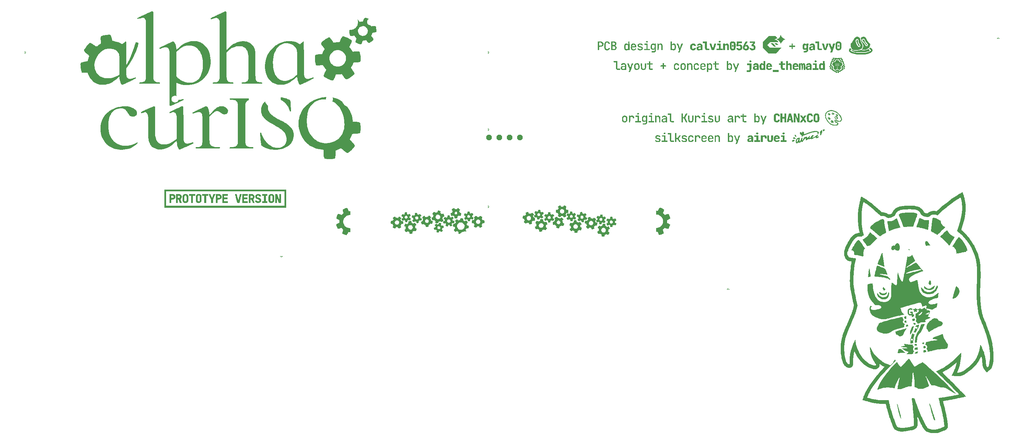
<source format=gbr>
%TF.GenerationSoftware,KiCad,Pcbnew,(7.0.0)*%
%TF.CreationDate,2023-11-20T17:19:35+01:00*%
%TF.ProjectId,alpha-curISO,616c7068-612d-4637-9572-49534f2e6b69,rev?*%
%TF.SameCoordinates,Original*%
%TF.FileFunction,Legend,Top*%
%TF.FilePolarity,Positive*%
%FSLAX46Y46*%
G04 Gerber Fmt 4.6, Leading zero omitted, Abs format (unit mm)*
G04 Created by KiCad (PCBNEW (7.0.0)) date 2023-11-20 17:19:35*
%MOMM*%
%LPD*%
G01*
G04 APERTURE LIST*
G04 Aperture macros list*
%AMFreePoly0*
4,1,17,0.303973,0.683855,0.683855,0.303973,0.698500,0.268618,0.698500,-0.268618,0.683855,-0.303974,0.303973,-0.683855,0.268618,-0.698500,-0.268618,-0.698500,-0.303974,-0.683855,-0.683855,-0.303973,-0.698500,-0.268618,-0.698500,0.268618,-0.683855,0.303973,-0.303974,0.683855,-0.268618,0.698500,0.268618,0.698500,0.303973,0.683855,0.303973,0.683855,$1*%
%AMFreePoly1*
4,1,14,0.985355,0.985355,1.000000,0.950000,1.000000,-0.950000,0.985355,-0.985355,0.950000,-1.000000,0.000000,-1.000000,-0.950000,-1.000000,-0.985355,-0.985355,-1.000000,-0.950000,-1.000000,0.950000,-0.985355,0.985355,-0.950000,1.000000,0.950000,1.000000,0.985355,0.985355,0.985355,0.985355,$1*%
%AMFreePoly2*
4,1,30,0.428858,0.985355,0.707104,0.707109,0.707107,0.707107,0.707109,0.707104,0.985356,0.428858,1.000000,0.393503,1.000000,-0.393503,0.985356,-0.428858,0.707109,-0.707104,0.707107,-0.707107,0.707104,-0.707109,0.428858,-0.985355,0.393503,-1.000000,0.000000,-1.000000,-0.393503,-1.000000,-0.428858,-0.985356,-0.707104,-0.707109,-0.707107,-0.707107,-0.707109,-0.707104,-0.985355,-0.428858,
-1.000000,-0.393503,-1.000000,0.393503,-0.985354,0.428858,-0.707111,0.707101,-0.707107,0.707107,-0.707101,0.707111,-0.428858,0.985356,-0.393503,1.000000,0.393503,1.000000,0.428858,0.985355,0.428858,0.985355,$1*%
%AMFreePoly3*
4,1,17,0.470280,1.085355,1.085355,0.470280,1.100000,0.434925,1.100000,-0.434925,1.085355,-0.470281,0.470280,-1.085355,0.434925,-1.100000,-0.434925,-1.100000,-0.470281,-1.085355,-1.085355,-0.470280,-1.100000,-0.434925,-1.100000,0.434925,-1.085355,0.470280,-0.470281,1.085355,-0.434925,1.100000,0.434925,1.100000,0.470280,1.085355,0.470280,1.085355,$1*%
%AMFreePoly4*
4,1,13,0.835355,0.835355,0.850000,0.800000,0.850000,-0.800000,0.835355,-0.835355,0.800000,-0.850000,-0.800000,-0.850000,-0.835355,-0.835355,-0.850000,-0.800000,-0.850000,0.800000,-0.835355,0.835355,-0.800000,0.850000,0.800000,0.850000,0.835355,0.835355,0.835355,0.835355,$1*%
%AMFreePoly5*
4,1,17,0.366726,0.835355,0.835355,0.366726,0.850000,0.331371,0.850000,-0.331371,0.835355,-0.366727,0.366726,-0.835355,0.331371,-0.850000,-0.331371,-0.850000,-0.366727,-0.835355,-0.835355,-0.366726,-0.850000,-0.331371,-0.850000,0.331371,-0.835355,0.366726,-0.366727,0.835355,-0.331371,0.850000,0.331371,0.850000,0.366726,0.835355,0.366726,0.835355,$1*%
%AMFreePoly6*
4,1,17,0.307538,0.785355,0.485355,0.607538,0.500000,0.572183,0.500000,-0.572183,0.485355,-0.607538,0.307538,-0.785355,0.272183,-0.800000,-0.272183,-0.800000,-0.307538,-0.785355,-0.485355,-0.607538,-0.500000,-0.572183,-0.500000,0.572183,-0.485355,0.607538,-0.307538,0.785355,-0.272183,0.800000,0.272183,0.800000,0.307538,0.785355,0.307538,0.785355,$1*%
%AMFreePoly7*
4,1,17,0.307538,1.035355,0.485355,0.857538,0.500000,0.822183,0.500000,-0.822183,0.485355,-0.857538,0.307538,-1.035355,0.272183,-1.050000,-0.272183,-1.050000,-0.307538,-1.035354,-0.485355,-0.857538,-0.500000,-0.822183,-0.500000,0.822183,-0.485355,0.857538,-0.307538,1.035355,-0.272183,1.050000,0.272183,1.050000,0.307538,1.035355,0.307538,1.035355,$1*%
G04 Aperture macros list end*
%ADD10C,0.300000*%
%ADD11C,0.120000*%
%ADD12FreePoly0,0.000000*%
%ADD13C,1.750000*%
%ADD14C,3.987800*%
%ADD15O,2.000000X3.200000*%
%ADD16FreePoly1,90.000000*%
%ADD17FreePoly2,90.000000*%
%ADD18C,3.048000*%
%ADD19O,3.200000X2.000000*%
%ADD20FreePoly1,180.000000*%
%ADD21FreePoly2,180.000000*%
%ADD22C,4.000000*%
%ADD23FreePoly3,0.000000*%
%ADD24FreePoly1,0.000000*%
%ADD25FreePoly2,0.000000*%
%ADD26FreePoly4,0.000000*%
%ADD27FreePoly5,0.000000*%
%ADD28C,0.650000*%
%ADD29FreePoly6,0.000000*%
%ADD30FreePoly7,0.000000*%
G04 APERTURE END LIST*
D10*
%TO.C,G\u002A\u002A\u002A*%
X248098572Y-129662500D02*
X247955715Y-129591071D01*
X247955715Y-129591071D02*
X247741429Y-129591071D01*
X247741429Y-129591071D02*
X247527143Y-129662500D01*
X247527143Y-129662500D02*
X247384286Y-129805357D01*
X247384286Y-129805357D02*
X247312857Y-129948214D01*
X247312857Y-129948214D02*
X247241429Y-130233928D01*
X247241429Y-130233928D02*
X247241429Y-130448214D01*
X247241429Y-130448214D02*
X247312857Y-130733928D01*
X247312857Y-130733928D02*
X247384286Y-130876785D01*
X247384286Y-130876785D02*
X247527143Y-131019642D01*
X247527143Y-131019642D02*
X247741429Y-131091071D01*
X247741429Y-131091071D02*
X247884286Y-131091071D01*
X247884286Y-131091071D02*
X248098572Y-131019642D01*
X248098572Y-131019642D02*
X248170000Y-130948214D01*
X248170000Y-130948214D02*
X248170000Y-130448214D01*
X248170000Y-130448214D02*
X247884286Y-130448214D01*
X249027143Y-129591071D02*
X249027143Y-129948214D01*
X248670000Y-129805357D02*
X249027143Y-129948214D01*
X249027143Y-129948214D02*
X249384286Y-129805357D01*
X248812857Y-130233928D02*
X249027143Y-129948214D01*
X249027143Y-129948214D02*
X249241429Y-130233928D01*
X250170000Y-129591071D02*
X250170000Y-129948214D01*
X249812857Y-129805357D02*
X250170000Y-129948214D01*
X250170000Y-129948214D02*
X250527143Y-129805357D01*
X249955714Y-130233928D02*
X250170000Y-129948214D01*
X250170000Y-129948214D02*
X250384286Y-130233928D01*
X251312857Y-129591071D02*
X251312857Y-129948214D01*
X250955714Y-129805357D02*
X251312857Y-129948214D01*
X251312857Y-129948214D02*
X251670000Y-129805357D01*
X251098571Y-130233928D02*
X251312857Y-129948214D01*
X251312857Y-129948214D02*
X251527143Y-130233928D01*
G36*
X54066188Y-79559101D02*
G01*
X54354048Y-79572970D01*
X54605040Y-79597929D01*
X54690449Y-79610962D01*
X55115690Y-79701310D01*
X55509204Y-79818693D01*
X55865979Y-79960357D01*
X56181004Y-80123546D01*
X56449269Y-80305506D01*
X56665762Y-80503481D01*
X56825472Y-80714718D01*
X56877445Y-80813288D01*
X56949087Y-81038099D01*
X56964988Y-81266119D01*
X56928188Y-81486445D01*
X56841723Y-81688174D01*
X56708631Y-81860401D01*
X56552204Y-81980756D01*
X56407420Y-82055726D01*
X56269341Y-82101407D01*
X56113115Y-82123956D01*
X55951927Y-82129517D01*
X55697639Y-82109713D01*
X55469946Y-82045086D01*
X55263616Y-81931797D01*
X55073415Y-81766008D01*
X54894108Y-81543883D01*
X54720463Y-81261582D01*
X54689064Y-81203440D01*
X54540331Y-80939317D01*
X54399833Y-80728009D01*
X54258764Y-80559904D01*
X54108318Y-80425387D01*
X53939688Y-80314846D01*
X53817497Y-80251929D01*
X53605063Y-80170139D01*
X53370707Y-80118037D01*
X53101956Y-80093778D01*
X52786335Y-80095515D01*
X52765956Y-80096392D01*
X52340157Y-80144273D01*
X51946621Y-80248133D01*
X51585580Y-80407719D01*
X51257265Y-80622781D01*
X50961908Y-80893066D01*
X50699741Y-81218323D01*
X50470994Y-81598300D01*
X50275900Y-82032746D01*
X50114690Y-82521409D01*
X49987595Y-83064037D01*
X49975403Y-83128663D01*
X49956600Y-83245284D01*
X49942208Y-83372163D01*
X49931732Y-83519479D01*
X49924676Y-83697410D01*
X49920545Y-83916132D01*
X49918845Y-84185824D01*
X49918732Y-84293504D01*
X49919329Y-84566369D01*
X49921591Y-84786277D01*
X49926206Y-84964980D01*
X49933864Y-85114226D01*
X49945253Y-85245765D01*
X49961061Y-85371347D01*
X49981976Y-85502722D01*
X49993397Y-85567751D01*
X50123794Y-86152903D01*
X50296457Y-86689943D01*
X50511011Y-87178476D01*
X50767080Y-87618110D01*
X51064290Y-88008454D01*
X51402264Y-88349115D01*
X51780627Y-88639700D01*
X52199004Y-88879817D01*
X52657018Y-89069074D01*
X53154296Y-89207078D01*
X53541401Y-89275166D01*
X53750126Y-89295533D01*
X54000010Y-89307113D01*
X54271698Y-89310121D01*
X54545832Y-89304773D01*
X54803056Y-89291283D01*
X55024013Y-89269866D01*
X55105842Y-89257804D01*
X55579869Y-89149018D01*
X56040777Y-88987697D01*
X56473581Y-88779722D01*
X56742979Y-88615460D01*
X56850043Y-88546699D01*
X56939243Y-88494946D01*
X56995167Y-88468974D01*
X57002837Y-88467516D01*
X57059986Y-88493640D01*
X57115817Y-88554348D01*
X57147631Y-88623143D01*
X57149172Y-88638334D01*
X57125384Y-88678394D01*
X57060640Y-88748503D01*
X56964872Y-88838727D01*
X56849873Y-88937605D01*
X56362918Y-89309007D01*
X55876079Y-89618186D01*
X55383311Y-89867340D01*
X54878572Y-90058666D01*
X54355818Y-90194362D01*
X53809006Y-90276624D01*
X53232091Y-90307650D01*
X53081594Y-90307650D01*
X52895786Y-90303652D01*
X52706572Y-90295999D01*
X52537644Y-90285841D01*
X52425096Y-90275801D01*
X51849893Y-90183959D01*
X51315525Y-90043343D01*
X50818486Y-89852314D01*
X50355272Y-89609234D01*
X49922377Y-89312464D01*
X49516298Y-88960367D01*
X49431399Y-88876518D01*
X49080238Y-88486741D01*
X48781256Y-88076997D01*
X48530507Y-87639758D01*
X48324048Y-87167501D01*
X48157935Y-86652700D01*
X48064865Y-86269150D01*
X48036639Y-86132965D01*
X48015250Y-86014492D01*
X47999761Y-85901159D01*
X47989234Y-85780389D01*
X47982733Y-85639608D01*
X47979320Y-85466241D01*
X47978061Y-85247715D01*
X47977946Y-85102421D01*
X47980520Y-84785727D01*
X47989514Y-84519116D01*
X48006966Y-84288108D01*
X48034912Y-84078221D01*
X48075387Y-83874974D01*
X48130429Y-83663886D01*
X48202073Y-83430476D01*
X48221368Y-83371338D01*
X48425297Y-82853649D01*
X48685897Y-82362367D01*
X48999553Y-81900378D01*
X49362649Y-81470566D01*
X49771569Y-81075815D01*
X50222699Y-80719012D01*
X50712421Y-80403041D01*
X51237122Y-80130786D01*
X51793184Y-79905132D01*
X52376994Y-79728965D01*
X52930584Y-79613883D01*
X53173660Y-79583713D01*
X53456769Y-79564505D01*
X53760687Y-79556290D01*
X54066188Y-79559101D01*
G37*
G36*
X60770004Y-56140077D02*
G01*
X60883383Y-56218230D01*
X60889156Y-56223922D01*
X60967261Y-56302027D01*
X60968390Y-64368402D01*
X60968500Y-65237159D01*
X60968608Y-66043618D01*
X60968757Y-66790194D01*
X60968991Y-67479302D01*
X60969355Y-68113359D01*
X60969892Y-68694779D01*
X60970647Y-69225977D01*
X60971664Y-69709370D01*
X60972985Y-70147372D01*
X60974657Y-70542398D01*
X60976722Y-70896865D01*
X60979224Y-71213187D01*
X60982208Y-71493780D01*
X60985718Y-71741059D01*
X60989797Y-71957439D01*
X60994490Y-72145336D01*
X60999841Y-72307165D01*
X61005893Y-72445341D01*
X61012691Y-72562280D01*
X61020278Y-72660397D01*
X61028700Y-72742108D01*
X61037999Y-72809827D01*
X61048219Y-72865970D01*
X61059406Y-72912953D01*
X61071602Y-72953191D01*
X61084852Y-72989098D01*
X61099199Y-73023092D01*
X61114689Y-73057586D01*
X61127240Y-73085598D01*
X61224595Y-73261880D01*
X61348470Y-73401749D01*
X61505895Y-73508799D01*
X61703898Y-73586626D01*
X61949507Y-73638824D01*
X62249751Y-73668987D01*
X62270226Y-73670208D01*
X62424495Y-73679965D01*
X62526051Y-73689993D01*
X62586838Y-73703314D01*
X62618800Y-73722951D01*
X62633878Y-73751924D01*
X62636921Y-73762990D01*
X62647289Y-73856864D01*
X62644402Y-73910937D01*
X62633631Y-73986162D01*
X60085899Y-73987030D01*
X59607648Y-73987030D01*
X59190283Y-73986640D01*
X58829977Y-73985796D01*
X58522904Y-73984437D01*
X58265238Y-73982498D01*
X58053151Y-73979917D01*
X57882817Y-73976631D01*
X57750409Y-73972577D01*
X57652102Y-73967692D01*
X57584068Y-73961912D01*
X57542480Y-73955175D01*
X57523513Y-73947418D01*
X57521632Y-73944806D01*
X57505417Y-73850531D01*
X57519737Y-73760117D01*
X57543924Y-73719338D01*
X57596772Y-73698192D01*
X57695056Y-73684242D01*
X57794688Y-73680266D01*
X58131078Y-73659518D01*
X58420437Y-73598522D01*
X58661505Y-73497909D01*
X58853020Y-73358306D01*
X58993724Y-73180345D01*
X59054841Y-73051149D01*
X59070081Y-73009875D01*
X59084137Y-72969006D01*
X59097053Y-72925907D01*
X59108871Y-72877946D01*
X59119637Y-72822488D01*
X59129394Y-72756899D01*
X59138185Y-72678546D01*
X59146054Y-72584795D01*
X59153045Y-72473013D01*
X59159202Y-72340566D01*
X59164567Y-72184819D01*
X59169186Y-72003140D01*
X59173101Y-71792895D01*
X59176357Y-71551450D01*
X59178997Y-71276171D01*
X59181064Y-70964425D01*
X59182603Y-70613577D01*
X59183657Y-70220995D01*
X59184270Y-69784044D01*
X59184486Y-69300092D01*
X59184348Y-68766503D01*
X59183899Y-68180645D01*
X59183185Y-67539883D01*
X59182247Y-66841584D01*
X59181131Y-66083115D01*
X59180235Y-65494268D01*
X59179004Y-64705731D01*
X59177804Y-63979286D01*
X59176609Y-63312310D01*
X59175397Y-62702182D01*
X59174141Y-62146279D01*
X59172818Y-61641979D01*
X59171403Y-61186660D01*
X59169871Y-60777701D01*
X59168199Y-60412479D01*
X59166361Y-60088373D01*
X59164334Y-59802760D01*
X59162092Y-59553018D01*
X59159611Y-59336525D01*
X59156867Y-59150660D01*
X59153835Y-58992800D01*
X59150491Y-58860323D01*
X59146810Y-58750608D01*
X59142767Y-58661032D01*
X59138339Y-58588973D01*
X59133501Y-58531809D01*
X59128227Y-58486919D01*
X59122495Y-58451680D01*
X59116278Y-58423470D01*
X59114107Y-58415224D01*
X59032354Y-58177501D01*
X58929213Y-57991427D01*
X58801255Y-57856046D01*
X58645051Y-57770403D01*
X58457175Y-57733541D01*
X58234197Y-57744506D01*
X57972689Y-57802340D01*
X57669222Y-57906089D01*
X57514143Y-57969159D01*
X57168259Y-58115757D01*
X57092479Y-58044566D01*
X57032827Y-57955751D01*
X57026312Y-57878276D01*
X57030077Y-57857238D01*
X57039962Y-57836282D01*
X57060480Y-57813054D01*
X57096142Y-57785199D01*
X57151462Y-57750363D01*
X57230952Y-57706189D01*
X57339125Y-57650323D01*
X57480494Y-57580409D01*
X57659572Y-57494094D01*
X57880871Y-57389021D01*
X58148904Y-57262835D01*
X58468183Y-57113182D01*
X58702299Y-57003627D01*
X59013815Y-56857944D01*
X59311139Y-56718991D01*
X59588490Y-56589461D01*
X59840085Y-56472053D01*
X60060144Y-56369462D01*
X60242884Y-56284383D01*
X60382523Y-56219512D01*
X60473281Y-56177546D01*
X60504181Y-56163442D01*
X60647062Y-56122357D01*
X60770004Y-56140077D01*
G37*
G36*
X80659979Y-77639881D02*
G01*
X80962626Y-77648858D01*
X81317413Y-77656011D01*
X81712513Y-77661341D01*
X82136097Y-77664849D01*
X82576335Y-77666535D01*
X83021399Y-77666401D01*
X83459460Y-77664445D01*
X83878689Y-77660670D01*
X84267258Y-77655076D01*
X84613337Y-77647663D01*
X84872444Y-77639669D01*
X85131395Y-77631487D01*
X85343710Y-77627653D01*
X85504956Y-77628149D01*
X85610699Y-77632960D01*
X85656507Y-77642069D01*
X85657094Y-77642586D01*
X85681799Y-77702284D01*
X85686187Y-77789230D01*
X85671431Y-77871186D01*
X85647325Y-77910958D01*
X85601148Y-77924375D01*
X85503879Y-77938147D01*
X85369114Y-77950773D01*
X85210447Y-77960752D01*
X85186242Y-77961890D01*
X84848643Y-77988406D01*
X84567008Y-78037387D01*
X84335346Y-78112616D01*
X84147663Y-78217872D01*
X83997967Y-78356937D01*
X83880266Y-78533592D01*
X83788566Y-78751618D01*
X83753777Y-78865716D01*
X83746134Y-78896630D01*
X83739217Y-78933545D01*
X83732988Y-78979652D01*
X83727414Y-79038142D01*
X83722457Y-79112204D01*
X83718083Y-79205030D01*
X83714254Y-79319810D01*
X83710935Y-79459735D01*
X83708091Y-79627996D01*
X83705685Y-79827782D01*
X83703682Y-80062285D01*
X83702045Y-80334695D01*
X83700739Y-80648203D01*
X83699728Y-81005999D01*
X83698976Y-81411274D01*
X83698447Y-81867218D01*
X83698105Y-82377023D01*
X83697915Y-82943879D01*
X83697840Y-83570975D01*
X83697835Y-83840510D01*
X83697814Y-84501469D01*
X83697819Y-85100920D01*
X83697950Y-85642067D01*
X83698307Y-86128117D01*
X83698991Y-86562273D01*
X83700101Y-86947742D01*
X83701738Y-87287728D01*
X83704003Y-87585436D01*
X83706994Y-87844072D01*
X83710814Y-88066840D01*
X83715561Y-88256945D01*
X83721336Y-88417593D01*
X83728240Y-88551989D01*
X83736372Y-88663338D01*
X83745833Y-88754845D01*
X83756723Y-88829714D01*
X83769142Y-88891152D01*
X83783191Y-88942363D01*
X83798969Y-88986552D01*
X83816578Y-89026925D01*
X83836117Y-89066686D01*
X83857686Y-89109040D01*
X83862934Y-89119465D01*
X83988451Y-89299185D01*
X84164598Y-89439123D01*
X84376232Y-89533895D01*
X84571698Y-89584501D01*
X84809714Y-89625054D01*
X85068520Y-89652675D01*
X85326351Y-89664484D01*
X85364973Y-89664714D01*
X85503464Y-89669956D01*
X85603462Y-89684428D01*
X85648943Y-89703542D01*
X85679129Y-89768965D01*
X85686012Y-89857999D01*
X85667354Y-89933069D01*
X85663008Y-89939746D01*
X85625923Y-89946033D01*
X85524896Y-89951663D01*
X85360696Y-89956628D01*
X85134091Y-89960920D01*
X84845850Y-89964529D01*
X84496740Y-89967448D01*
X84087531Y-89969667D01*
X83618991Y-89971178D01*
X83091889Y-89971973D01*
X82749987Y-89972102D01*
X79860739Y-89972102D01*
X79841868Y-89896914D01*
X79840570Y-89808942D01*
X79858767Y-89743220D01*
X79881537Y-89703621D01*
X79915391Y-89680177D01*
X79975721Y-89668692D01*
X80077919Y-89664973D01*
X80146843Y-89664714D01*
X80408061Y-89655569D01*
X80671706Y-89630001D01*
X80916446Y-89590815D01*
X81120944Y-89540810D01*
X81142749Y-89533895D01*
X81361016Y-89435823D01*
X81535085Y-89296763D01*
X81669039Y-89111947D01*
X81766958Y-88876607D01*
X81796165Y-88770490D01*
X81803817Y-88734730D01*
X81810748Y-88691184D01*
X81817007Y-88636558D01*
X81822638Y-88567556D01*
X81827687Y-88480882D01*
X81832202Y-88373241D01*
X81836226Y-88241335D01*
X81839808Y-88081871D01*
X81842992Y-87891552D01*
X81845825Y-87667081D01*
X81848353Y-87405165D01*
X81850621Y-87102506D01*
X81852677Y-86755809D01*
X81854564Y-86361778D01*
X81856331Y-85917117D01*
X81858023Y-85418531D01*
X81859685Y-84862724D01*
X81861364Y-84246400D01*
X81861832Y-84067007D01*
X81863562Y-83381803D01*
X81864949Y-82758184D01*
X81865853Y-82193025D01*
X81866135Y-81683197D01*
X81865656Y-81225574D01*
X81864276Y-80817029D01*
X81861856Y-80454434D01*
X81858257Y-80134663D01*
X81853340Y-79854588D01*
X81846965Y-79611082D01*
X81838993Y-79401019D01*
X81829285Y-79221271D01*
X81817701Y-79068711D01*
X81804103Y-78940212D01*
X81788351Y-78832646D01*
X81770305Y-78742888D01*
X81749827Y-78667809D01*
X81726778Y-78604283D01*
X81701017Y-78549182D01*
X81672405Y-78499380D01*
X81640805Y-78451749D01*
X81609817Y-78408325D01*
X81491316Y-78275133D01*
X81344471Y-78168330D01*
X81162396Y-78085507D01*
X80938204Y-78024253D01*
X80665008Y-77982157D01*
X80335921Y-77956809D01*
X80317246Y-77955909D01*
X79881116Y-77935414D01*
X79850376Y-77847737D01*
X79839051Y-77732175D01*
X79853364Y-77685954D01*
X79887093Y-77611848D01*
X80659979Y-77639881D01*
G37*
G36*
X74118426Y-79567273D02*
G01*
X74230160Y-79651981D01*
X74344350Y-79784492D01*
X74455142Y-79957135D01*
X74556683Y-80162240D01*
X74624750Y-80337080D01*
X74670161Y-80494170D01*
X74714998Y-80694285D01*
X74755624Y-80915812D01*
X74788400Y-81137135D01*
X74809688Y-81336640D01*
X74816035Y-81473598D01*
X74816146Y-81688790D01*
X75047069Y-81429937D01*
X75192993Y-81270845D01*
X75362814Y-81093031D01*
X75547377Y-80905415D01*
X75737528Y-80716917D01*
X75924112Y-80536457D01*
X76097973Y-80372955D01*
X76249955Y-80235330D01*
X76370905Y-80132502D01*
X76410050Y-80101984D01*
X76744247Y-79874418D01*
X77061452Y-79706587D01*
X77367384Y-79597629D01*
X77667763Y-79546680D01*
X77968312Y-79552880D01*
X78274748Y-79615367D01*
X78592793Y-79733277D01*
X78657854Y-79763223D01*
X78923624Y-79913596D01*
X79136364Y-80085704D01*
X79293956Y-80275823D01*
X79394284Y-80480231D01*
X79435231Y-80695205D01*
X79414682Y-80917021D01*
X79379487Y-81032518D01*
X79271735Y-81232943D01*
X79118830Y-81389319D01*
X78925324Y-81499037D01*
X78695767Y-81559489D01*
X78443970Y-81568650D01*
X78294178Y-81553434D01*
X78164546Y-81522855D01*
X78040186Y-81469971D01*
X77906210Y-81387840D01*
X77747727Y-81269520D01*
X77671836Y-81208633D01*
X77496293Y-81068906D01*
X77355811Y-80965528D01*
X77237834Y-80891025D01*
X77129807Y-80837921D01*
X77019175Y-80798743D01*
X76952518Y-80780384D01*
X76731506Y-80744320D01*
X76523929Y-80757360D01*
X76310184Y-80821805D01*
X76207547Y-80867808D01*
X76133112Y-80907663D01*
X76056494Y-80957729D01*
X75970559Y-81024193D01*
X75868174Y-81113242D01*
X75742202Y-81231063D01*
X75585510Y-81383842D01*
X75404409Y-81564283D01*
X74811874Y-82158373D01*
X74824455Y-85288677D01*
X74826604Y-85826219D01*
X74828628Y-86303098D01*
X74830755Y-86723362D01*
X74833214Y-87091062D01*
X74836233Y-87410247D01*
X74840041Y-87684966D01*
X74844867Y-87919268D01*
X74850938Y-88117203D01*
X74858483Y-88282820D01*
X74867731Y-88420168D01*
X74878910Y-88533296D01*
X74892249Y-88626254D01*
X74907976Y-88703090D01*
X74926319Y-88767856D01*
X74947508Y-88824598D01*
X74971770Y-88877368D01*
X74999334Y-88930213D01*
X75030429Y-88987184D01*
X75033455Y-88992737D01*
X75143638Y-89154514D01*
X75286647Y-89290696D01*
X75467142Y-89402977D01*
X75689781Y-89493052D01*
X75959223Y-89562613D01*
X76280128Y-89613357D01*
X76657155Y-89646976D01*
X76861909Y-89657633D01*
X77416124Y-89680892D01*
X77437744Y-89762000D01*
X77446064Y-89850376D01*
X77436739Y-89907605D01*
X77431875Y-89918586D01*
X77422848Y-89928245D01*
X77405725Y-89936665D01*
X77376575Y-89943932D01*
X77331464Y-89950132D01*
X77266460Y-89955347D01*
X77177632Y-89959665D01*
X77061045Y-89963169D01*
X76912768Y-89965944D01*
X76728868Y-89968076D01*
X76505412Y-89969648D01*
X76238468Y-89970747D01*
X75924104Y-89971457D01*
X75558387Y-89971862D01*
X75137385Y-89972048D01*
X74657164Y-89972100D01*
X74449011Y-89972102D01*
X73930952Y-89971964D01*
X73474055Y-89971516D01*
X73074768Y-89970707D01*
X72729540Y-89969485D01*
X72434820Y-89967798D01*
X72187056Y-89965596D01*
X71982697Y-89962828D01*
X71818191Y-89959441D01*
X71689988Y-89955385D01*
X71594536Y-89950609D01*
X71528284Y-89945060D01*
X71487680Y-89938688D01*
X71469173Y-89931441D01*
X71467367Y-89929010D01*
X71451062Y-89838594D01*
X71462781Y-89751969D01*
X71491274Y-89705433D01*
X71539340Y-89689956D01*
X71636010Y-89674115D01*
X71765226Y-89660200D01*
X71855287Y-89653504D01*
X72161595Y-89621950D01*
X72414585Y-89565184D01*
X72619367Y-89477953D01*
X72781046Y-89355007D01*
X72904731Y-89191094D01*
X72995530Y-88980963D01*
X73058550Y-88719363D01*
X73098900Y-88401042D01*
X73101348Y-88372405D01*
X73106927Y-88270575D01*
X73111944Y-88110603D01*
X73116398Y-87898637D01*
X73120290Y-87640825D01*
X73123621Y-87343316D01*
X73126390Y-87012258D01*
X73128599Y-86653799D01*
X73130247Y-86274087D01*
X73131336Y-85879271D01*
X73131864Y-85475500D01*
X73131834Y-85068920D01*
X73131244Y-84665681D01*
X73130096Y-84271931D01*
X73128390Y-83893818D01*
X73126127Y-83537491D01*
X73123306Y-83209097D01*
X73119928Y-82914785D01*
X73115993Y-82660704D01*
X73111502Y-82453001D01*
X73106456Y-82297825D01*
X73100961Y-82202525D01*
X73059724Y-81880156D01*
X72995942Y-81610882D01*
X72906726Y-81393411D01*
X72789188Y-81226454D01*
X72640441Y-81108718D01*
X72457595Y-81038913D01*
X72237763Y-81015747D01*
X71978057Y-81037929D01*
X71675589Y-81104168D01*
X71327469Y-81213173D01*
X71086607Y-81301990D01*
X70954751Y-81349097D01*
X70841222Y-81382695D01*
X70762188Y-81398336D01*
X70739010Y-81397589D01*
X70678389Y-81350689D01*
X70637380Y-81271828D01*
X70628773Y-81190770D01*
X70638122Y-81162825D01*
X70673042Y-81137821D01*
X70760217Y-81088637D01*
X70893216Y-81018368D01*
X71065607Y-80930106D01*
X71270960Y-80826948D01*
X71502844Y-80711986D01*
X71754828Y-80588315D01*
X72020482Y-80459029D01*
X72293374Y-80327223D01*
X72567074Y-80195990D01*
X72835151Y-80068425D01*
X73091174Y-79947622D01*
X73328713Y-79836676D01*
X73541336Y-79738679D01*
X73722613Y-79656727D01*
X73866113Y-79593914D01*
X73965405Y-79553333D01*
X74014058Y-79538080D01*
X74015002Y-79538038D01*
X74118426Y-79567273D01*
G37*
G36*
X88605316Y-68915484D02*
G01*
X90511648Y-68915484D01*
X90517339Y-69230887D01*
X90529747Y-69541785D01*
X90548444Y-69832923D01*
X90572999Y-70089042D01*
X90600828Y-70283058D01*
X90720452Y-70827117D01*
X90874965Y-71319608D01*
X91063817Y-71759868D01*
X91286460Y-72147231D01*
X91542342Y-72481032D01*
X91830915Y-72760607D01*
X92151629Y-72985289D01*
X92503935Y-73154415D01*
X92887281Y-73267320D01*
X93097452Y-73303424D01*
X93231104Y-73311628D01*
X93406387Y-73309132D01*
X93601365Y-73297344D01*
X93794100Y-73277677D01*
X93962655Y-73251539D01*
X93989626Y-73246066D01*
X94365377Y-73142905D01*
X94741948Y-72991997D01*
X95124004Y-72790666D01*
X95516211Y-72536234D01*
X95923235Y-72226024D01*
X96244140Y-71952391D01*
X96462548Y-71758275D01*
X96462548Y-68849350D01*
X96462562Y-68333134D01*
X96462445Y-67877368D01*
X96461962Y-67477791D01*
X96460877Y-67130140D01*
X96458952Y-66830153D01*
X96455953Y-66573567D01*
X96451643Y-66356120D01*
X96445786Y-66173550D01*
X96438145Y-66021593D01*
X96428485Y-65895988D01*
X96416569Y-65792472D01*
X96402161Y-65706783D01*
X96385024Y-65634658D01*
X96364924Y-65571836D01*
X96341623Y-65514053D01*
X96314885Y-65457047D01*
X96284475Y-65396555D01*
X96269605Y-65367214D01*
X96071295Y-65044989D01*
X95822123Y-64759218D01*
X95526873Y-64513319D01*
X95190329Y-64310712D01*
X94817275Y-64154813D01*
X94429319Y-64052283D01*
X94237906Y-64025675D01*
X94010645Y-64010703D01*
X93771766Y-64007620D01*
X93545497Y-64016677D01*
X93356065Y-64038128D01*
X93340262Y-64040931D01*
X92943804Y-64146349D01*
X92570769Y-64310267D01*
X92222855Y-64530224D01*
X91901764Y-64803761D01*
X91609194Y-65128419D01*
X91346843Y-65501737D01*
X91116413Y-65921258D01*
X90919602Y-66384521D01*
X90758109Y-66889067D01*
X90633634Y-67432436D01*
X90547876Y-68012170D01*
X90539183Y-68094824D01*
X90522141Y-68332195D01*
X90513106Y-68610834D01*
X90511648Y-68915484D01*
X88605316Y-68915484D01*
X88606424Y-68901429D01*
X88695597Y-68346350D01*
X88776239Y-68001911D01*
X88968129Y-67401717D01*
X89216704Y-66831862D01*
X89520345Y-66294601D01*
X89877436Y-65792189D01*
X90286357Y-65326880D01*
X90745493Y-64900932D01*
X91253225Y-64516597D01*
X91298221Y-64486155D01*
X91806134Y-64178975D01*
X92329890Y-63926133D01*
X92864871Y-63727896D01*
X93406458Y-63584535D01*
X93950030Y-63496318D01*
X94490970Y-63463514D01*
X95024656Y-63486392D01*
X95546471Y-63565222D01*
X96051795Y-63700272D01*
X96536009Y-63891812D01*
X96994493Y-64140111D01*
X97015233Y-64153120D01*
X97135340Y-64228941D01*
X97324740Y-64117426D01*
X97435378Y-64040889D01*
X97565111Y-63934149D01*
X97691180Y-63816358D01*
X97729406Y-63776937D01*
X97834416Y-63668462D01*
X97909324Y-63601188D01*
X97965754Y-63566855D01*
X98015333Y-63557200D01*
X98036795Y-63558504D01*
X98128917Y-63569045D01*
X98148150Y-67662166D01*
X98151087Y-68270863D01*
X98153914Y-68818258D01*
X98156687Y-69307761D01*
X98159461Y-69742784D01*
X98162293Y-70126737D01*
X98165237Y-70463030D01*
X98168350Y-70755076D01*
X98171686Y-71006284D01*
X98175302Y-71220066D01*
X98179252Y-71399832D01*
X98183593Y-71548993D01*
X98188379Y-71670961D01*
X98193667Y-71769145D01*
X98199512Y-71846956D01*
X98205969Y-71907807D01*
X98213093Y-71955106D01*
X98218464Y-71981784D01*
X98271923Y-72187660D01*
X98331470Y-72346466D01*
X98405042Y-72475818D01*
X98487633Y-72579213D01*
X98603016Y-72684545D01*
X98733541Y-72757083D01*
X98885828Y-72796966D01*
X99066494Y-72804332D01*
X99282159Y-72779319D01*
X99539440Y-72722066D01*
X99844955Y-72632712D01*
X99918112Y-72609148D01*
X100121434Y-72543750D01*
X100273008Y-72498796D01*
X100382245Y-72473567D01*
X100458552Y-72467349D01*
X100511339Y-72479422D01*
X100550015Y-72509071D01*
X100583989Y-72555578D01*
X100585698Y-72558278D01*
X100601426Y-72631406D01*
X100587860Y-72662310D01*
X100552251Y-72686622D01*
X100464363Y-72734982D01*
X100330666Y-72804306D01*
X100157633Y-72891511D01*
X99951736Y-72993513D01*
X99719444Y-73107228D01*
X99467231Y-73229572D01*
X99201568Y-73357462D01*
X98928925Y-73487813D01*
X98655775Y-73617542D01*
X98388590Y-73743566D01*
X98133839Y-73862800D01*
X97897996Y-73972160D01*
X97687532Y-74068564D01*
X97508918Y-74148926D01*
X97368625Y-74210164D01*
X97273126Y-74249193D01*
X97228891Y-74262930D01*
X97228854Y-74262930D01*
X97124905Y-74231194D01*
X97018415Y-74138112D01*
X96911620Y-73986877D01*
X96806754Y-73780680D01*
X96706054Y-73522714D01*
X96701842Y-73510481D01*
X96655661Y-73354166D01*
X96609455Y-73160714D01*
X96566761Y-72949393D01*
X96531114Y-72739470D01*
X96506052Y-72550212D01*
X96495109Y-72400885D01*
X96494905Y-72383027D01*
X96491203Y-72291774D01*
X96481758Y-72234453D01*
X96474724Y-72224459D01*
X96445134Y-72245601D01*
X96378375Y-72303474D01*
X96283724Y-72389752D01*
X96170462Y-72496107D01*
X96145357Y-72520044D01*
X95658576Y-72953661D01*
X95168721Y-73327114D01*
X94677307Y-73639547D01*
X94185845Y-73890106D01*
X93695849Y-74077935D01*
X93208833Y-74202178D01*
X93149838Y-74212918D01*
X92947105Y-74238326D01*
X92702451Y-74253688D01*
X92436518Y-74259029D01*
X92169948Y-74254370D01*
X91923383Y-74239737D01*
X91717464Y-74215152D01*
X91694961Y-74211263D01*
X91228451Y-74095205D01*
X90789660Y-73922070D01*
X90381603Y-73694594D01*
X90007295Y-73415513D01*
X89669751Y-73087562D01*
X89371986Y-72713479D01*
X89117016Y-72295997D01*
X88907855Y-71837853D01*
X88825750Y-71607786D01*
X88693731Y-71114881D01*
X88605627Y-70586044D01*
X88561601Y-70033024D01*
X88561813Y-69467570D01*
X88605316Y-68915484D01*
G37*
G36*
X68214664Y-79557325D02*
G01*
X68291013Y-79605714D01*
X68307802Y-79619202D01*
X68405410Y-79701334D01*
X68419220Y-83704234D01*
X68421731Y-84368726D01*
X68424471Y-84970180D01*
X68427460Y-85510273D01*
X68430720Y-85990680D01*
X68434269Y-86413078D01*
X68438128Y-86779141D01*
X68442319Y-87090546D01*
X68446861Y-87348968D01*
X68451774Y-87556083D01*
X68457079Y-87713567D01*
X68462797Y-87823096D01*
X68468948Y-87886345D01*
X68470145Y-87893161D01*
X68543990Y-88169583D01*
X68644576Y-88399002D01*
X68769165Y-88577285D01*
X68915022Y-88700296D01*
X69040362Y-88754821D01*
X69243965Y-88784545D01*
X69494482Y-88774835D01*
X69788003Y-88726314D01*
X70120617Y-88639606D01*
X70448357Y-88530096D01*
X70575271Y-88488084D01*
X70684106Y-88459849D01*
X70757137Y-88449705D01*
X70771552Y-88451406D01*
X70823518Y-88492406D01*
X70868960Y-88565940D01*
X70869735Y-88567789D01*
X70893410Y-88643105D01*
X70882264Y-88690835D01*
X70864067Y-88712221D01*
X70823850Y-88737072D01*
X70731624Y-88785519D01*
X70593917Y-88854510D01*
X70417260Y-88940993D01*
X70208180Y-89041916D01*
X69973206Y-89154226D01*
X69718869Y-89274872D01*
X69451697Y-89400802D01*
X69178218Y-89528964D01*
X68904962Y-89656305D01*
X68638459Y-89779775D01*
X68385237Y-89896319D01*
X68151824Y-90002888D01*
X67944751Y-90096427D01*
X67770546Y-90173887D01*
X67635738Y-90232214D01*
X67546857Y-90268356D01*
X67511495Y-90279395D01*
X67446169Y-90258515D01*
X67360897Y-90205219D01*
X67314500Y-90167206D01*
X67180586Y-90007674D01*
X67063610Y-89787092D01*
X66964019Y-89506987D01*
X66882264Y-89168888D01*
X66818794Y-88774323D01*
X66774546Y-88331396D01*
X66753532Y-88049670D01*
X66424496Y-88380706D01*
X65940416Y-88834955D01*
X65455054Y-89224742D01*
X64967855Y-89550312D01*
X64478268Y-89811913D01*
X63985739Y-90009791D01*
X63489715Y-90144193D01*
X62989642Y-90215365D01*
X62484967Y-90223554D01*
X62315049Y-90212280D01*
X61877719Y-90146543D01*
X61478063Y-90028868D01*
X61116923Y-89859803D01*
X60795143Y-89639895D01*
X60513566Y-89369693D01*
X60273037Y-89049744D01*
X60126841Y-88791083D01*
X60040022Y-88606831D01*
X59970275Y-88431431D01*
X59910361Y-88243599D01*
X59853040Y-88022051D01*
X59827124Y-87909954D01*
X59815216Y-87854929D01*
X59804731Y-87799297D01*
X59795541Y-87738575D01*
X59787513Y-87668281D01*
X59780519Y-87583932D01*
X59774427Y-87481045D01*
X59769107Y-87355138D01*
X59764430Y-87201727D01*
X59760264Y-87016331D01*
X59756479Y-86794465D01*
X59752945Y-86531648D01*
X59749532Y-86223398D01*
X59746108Y-85865230D01*
X59742545Y-85452662D01*
X59738711Y-84981213D01*
X59737487Y-84827389D01*
X59733453Y-84332024D01*
X59729639Y-83897037D01*
X59725935Y-83518092D01*
X59722227Y-83190854D01*
X59718404Y-82910988D01*
X59714352Y-82674159D01*
X59709962Y-82476031D01*
X59705119Y-82312271D01*
X59699712Y-82178541D01*
X59693629Y-82070508D01*
X59686759Y-81983836D01*
X59678987Y-81914190D01*
X59670204Y-81857235D01*
X59660296Y-81808636D01*
X59659316Y-81804399D01*
X59594644Y-81573040D01*
X59518512Y-81393459D01*
X59424647Y-81252931D01*
X59348829Y-81174392D01*
X59221926Y-81088177D01*
X59072558Y-81042371D01*
X58894479Y-81037091D01*
X58681443Y-81072452D01*
X58427204Y-81148571D01*
X58303860Y-81193785D01*
X58179547Y-81240381D01*
X58100208Y-81265065D01*
X58050630Y-81269694D01*
X58015598Y-81256127D01*
X57986813Y-81232508D01*
X57935471Y-81145086D01*
X57932252Y-81078211D01*
X57935925Y-81056491D01*
X57945484Y-81035218D01*
X57965589Y-81011981D01*
X58000902Y-80984370D01*
X58056083Y-80949975D01*
X58135794Y-80906387D01*
X58244696Y-80851194D01*
X58387450Y-80781988D01*
X58568716Y-80696359D01*
X58793157Y-80591895D01*
X59065433Y-80466188D01*
X59390206Y-80316828D01*
X59521388Y-80256567D01*
X59900137Y-80083234D01*
X60223479Y-79936669D01*
X60494337Y-79815623D01*
X60715639Y-79718847D01*
X60890309Y-79645089D01*
X61021273Y-79593102D01*
X61111455Y-79561634D01*
X61163782Y-79549437D01*
X61175576Y-79549855D01*
X61256710Y-79584516D01*
X61327183Y-79630857D01*
X61404077Y-79693108D01*
X61421354Y-83214771D01*
X61424167Y-83773834D01*
X61426858Y-84272044D01*
X61429503Y-84713259D01*
X61432177Y-85101339D01*
X61434954Y-85440142D01*
X61437912Y-85733528D01*
X61441123Y-85985355D01*
X61444665Y-86199484D01*
X61448611Y-86379773D01*
X61453038Y-86530081D01*
X61458020Y-86654268D01*
X61463633Y-86756192D01*
X61469952Y-86839713D01*
X61477052Y-86908690D01*
X61485008Y-86966983D01*
X61493896Y-87018449D01*
X61495671Y-87027644D01*
X61577173Y-87386845D01*
X61672250Y-87693542D01*
X61785514Y-87959321D01*
X61921582Y-88195769D01*
X62011151Y-88321911D01*
X62224773Y-88557723D01*
X62470209Y-88743235D01*
X62751060Y-88879992D01*
X63070927Y-88969537D01*
X63433411Y-89013413D01*
X63636688Y-89018702D01*
X64107664Y-88986232D01*
X64573773Y-88890563D01*
X65035683Y-88731410D01*
X65494056Y-88508484D01*
X65949559Y-88221499D01*
X66402857Y-87870168D01*
X66506150Y-87780868D01*
X66759108Y-87557964D01*
X66759108Y-84941196D01*
X66758681Y-84449824D01*
X66757426Y-83994400D01*
X66755382Y-83578330D01*
X66752589Y-83205024D01*
X66749085Y-82877889D01*
X66744911Y-82600332D01*
X66740106Y-82375762D01*
X66734708Y-82207586D01*
X66728758Y-82099212D01*
X66725971Y-82071323D01*
X66668884Y-81757220D01*
X66587080Y-81501618D01*
X66479672Y-81302852D01*
X66345770Y-81159257D01*
X66192966Y-81072331D01*
X66072889Y-81039569D01*
X65940081Y-81031662D01*
X65784539Y-81050082D01*
X65596261Y-81096302D01*
X65365245Y-81171794D01*
X65261677Y-81209387D01*
X65119024Y-81254637D01*
X65024466Y-81263357D01*
X64971019Y-81232994D01*
X64951700Y-81160994D01*
X64953587Y-81096722D01*
X64963312Y-80984465D01*
X66532612Y-80262176D01*
X66832095Y-80124764D01*
X67114846Y-79995859D01*
X67375241Y-79877967D01*
X67607654Y-79773596D01*
X67806459Y-79685254D01*
X67966032Y-79615449D01*
X68080747Y-79566687D01*
X68144979Y-79541477D01*
X68156053Y-79538478D01*
X68214664Y-79557325D01*
G37*
G36*
X109359298Y-61059788D02*
G01*
X111485947Y-61059788D01*
X111528221Y-61305172D01*
X111621855Y-61537017D01*
X111764067Y-61747728D01*
X111952077Y-61929709D01*
X112183104Y-62075364D01*
X112365860Y-62150622D01*
X112532950Y-62182786D01*
X112732347Y-62185393D01*
X112939895Y-62160503D01*
X113131438Y-62110176D01*
X113208107Y-62078775D01*
X113417686Y-61949168D01*
X113605906Y-61775027D01*
X113754742Y-61574302D01*
X113799644Y-61489668D01*
X113841175Y-61393000D01*
X113867067Y-61304810D01*
X113880862Y-61204361D01*
X113886103Y-61070915D01*
X113886624Y-60980510D01*
X113884685Y-60823683D01*
X113876438Y-60711115D01*
X113858239Y-60622407D01*
X113826444Y-60537162D01*
X113795777Y-60471941D01*
X113644626Y-60235959D01*
X113445383Y-60039729D01*
X113206503Y-59891535D01*
X113200459Y-59888688D01*
X113072612Y-59833980D01*
X112962565Y-59802879D01*
X112840323Y-59788905D01*
X112724015Y-59785779D01*
X112436662Y-59811497D01*
X112180716Y-59893774D01*
X111955670Y-60032873D01*
X111761014Y-60229057D01*
X111695087Y-60318365D01*
X111566599Y-60558788D01*
X111497812Y-60808461D01*
X111485947Y-61059788D01*
X109359298Y-61059788D01*
X109359132Y-60954958D01*
X109363669Y-60861928D01*
X109376232Y-60803822D01*
X109400084Y-60765753D01*
X109438490Y-60732834D01*
X109439532Y-60732048D01*
X109516646Y-60694131D01*
X109648477Y-60656358D01*
X109837922Y-60618095D01*
X110087878Y-60578703D01*
X110217783Y-60560847D01*
X110367031Y-60541063D01*
X110421516Y-60340150D01*
X110468131Y-60194386D01*
X110529292Y-60035947D01*
X110569457Y-59946113D01*
X110662912Y-59752991D01*
X110511329Y-59579690D01*
X110365108Y-59404426D01*
X110244161Y-59243210D01*
X110155002Y-59105495D01*
X110104144Y-59000737D01*
X110097861Y-58979485D01*
X110092559Y-58936199D01*
X110103455Y-58893107D01*
X110137685Y-58839984D01*
X110202382Y-58766605D01*
X110304681Y-58662742D01*
X110350285Y-58617694D01*
X110494911Y-58484060D01*
X110651144Y-58354408D01*
X110808289Y-58236184D01*
X110955648Y-58136835D01*
X111082527Y-58063807D01*
X111178227Y-58024548D01*
X111209015Y-58019877D01*
X111290093Y-58047494D01*
X111396930Y-58127158D01*
X111524346Y-58254079D01*
X111667160Y-58423467D01*
X111720442Y-58492720D01*
X111802050Y-58597305D01*
X111871035Y-58678651D01*
X111917278Y-58725156D01*
X111928852Y-58731720D01*
X111973223Y-58724991D01*
X112060805Y-58707435D01*
X112161623Y-58685318D01*
X112309277Y-58657483D01*
X112467935Y-58636091D01*
X112555540Y-58628694D01*
X112745221Y-58618472D01*
X112851979Y-58323098D01*
X112934839Y-58102902D01*
X113005486Y-57938272D01*
X113068413Y-57822252D01*
X113128116Y-57747888D01*
X113189089Y-57708225D01*
X113255826Y-57696309D01*
X113257064Y-57696306D01*
X113376189Y-57710744D01*
X113536696Y-57750162D01*
X113723066Y-57808720D01*
X113919779Y-57880576D01*
X114111318Y-57959887D01*
X114282162Y-58040813D01*
X114416792Y-58117512D01*
X114462769Y-58150144D01*
X114517303Y-58210898D01*
X114544253Y-58290937D01*
X114542567Y-58397330D01*
X114511192Y-58537151D01*
X114449076Y-58717471D01*
X114355167Y-58945359D01*
X114338827Y-58982821D01*
X114249976Y-59185387D01*
X114409584Y-59354923D01*
X114510274Y-59468300D01*
X114609938Y-59590845D01*
X114674367Y-59678153D01*
X114738865Y-59761779D01*
X114795847Y-59817600D01*
X114824407Y-59831848D01*
X114876510Y-59825422D01*
X114972186Y-59808480D01*
X115091833Y-59784525D01*
X115105974Y-59781536D01*
X115260585Y-59754255D01*
X115425950Y-59733634D01*
X115547856Y-59725026D01*
X115665533Y-59724694D01*
X115738332Y-59735783D01*
X115785754Y-59763126D01*
X115810862Y-59790239D01*
X115864617Y-59887886D01*
X115914554Y-60036411D01*
X115957898Y-60221989D01*
X115991870Y-60430791D01*
X116013696Y-60648991D01*
X116020639Y-60834905D01*
X116022166Y-61207007D01*
X115905121Y-61264245D01*
X115826156Y-61291838D01*
X115701016Y-61323129D01*
X115547766Y-61354027D01*
X115405022Y-61377493D01*
X115021968Y-61433504D01*
X114995397Y-61561479D01*
X114970141Y-61650687D01*
X114926190Y-61776041D01*
X114871687Y-61914800D01*
X114853204Y-61958651D01*
X114737582Y-62227847D01*
X114913514Y-62429274D01*
X115069088Y-62611772D01*
X115181307Y-62757143D01*
X115252689Y-62873903D01*
X115285751Y-62970569D01*
X115283013Y-63055659D01*
X115246992Y-63137690D01*
X115180206Y-63225177D01*
X115156624Y-63251497D01*
X115015476Y-63390793D01*
X114838910Y-63543318D01*
X114648578Y-63691800D01*
X114466135Y-63818964D01*
X114376494Y-63873848D01*
X114276551Y-63928803D01*
X114212063Y-63954115D01*
X114163194Y-63953771D01*
X114110111Y-63931758D01*
X114104018Y-63928627D01*
X113994003Y-63848674D01*
X113859461Y-63710268D01*
X113701354Y-63514435D01*
X113644048Y-63437215D01*
X113574692Y-63342275D01*
X113521341Y-63269628D01*
X113494401Y-63233433D01*
X113493431Y-63232205D01*
X113458985Y-63232780D01*
X113384644Y-63249666D01*
X113344858Y-63261175D01*
X113247654Y-63285021D01*
X113111339Y-63310976D01*
X112961160Y-63334364D01*
X112919732Y-63339859D01*
X112632329Y-63376301D01*
X112530840Y-63666813D01*
X112443010Y-63897579D01*
X112359528Y-64075987D01*
X112282381Y-64198391D01*
X112213560Y-64261149D01*
X112204077Y-64265194D01*
X112142395Y-64269015D01*
X112039124Y-64257927D01*
X111915038Y-64234305D01*
X111896688Y-64230014D01*
X111700494Y-64175122D01*
X111500631Y-64105415D01*
X111308691Y-64026349D01*
X111136263Y-63943376D01*
X110994938Y-63861949D01*
X110896308Y-63787523D01*
X110858295Y-63741441D01*
X110841445Y-63647829D01*
X110863541Y-63503641D01*
X110924357Y-63309813D01*
X111017955Y-63080179D01*
X111144924Y-62792485D01*
X110993471Y-62630701D01*
X110892888Y-62515812D01*
X110791902Y-62388725D01*
X110733154Y-62307134D01*
X110674528Y-62220102D01*
X110632496Y-62157875D01*
X110617817Y-62136330D01*
X110585466Y-62138352D01*
X110502051Y-62150478D01*
X110380079Y-62170733D01*
X110232063Y-62197139D01*
X110226691Y-62198127D01*
X110011751Y-62234234D01*
X109849701Y-62251498D01*
X109731076Y-62248399D01*
X109646414Y-62223412D01*
X109586252Y-62175016D01*
X109541125Y-62101689D01*
X109534322Y-62086756D01*
X109476674Y-61920887D01*
X109426774Y-61711055D01*
X109388269Y-61477878D01*
X109364806Y-61241978D01*
X109359358Y-61097797D01*
X109359298Y-61059788D01*
G37*
G36*
X91933411Y-77323021D02*
G01*
X92141053Y-77325692D01*
X92309372Y-77331366D01*
X92451056Y-77340831D01*
X92578792Y-77354874D01*
X92705267Y-77374282D01*
X92807316Y-77392907D01*
X93339619Y-77512278D01*
X93830875Y-77660603D01*
X94300628Y-77844112D01*
X94483563Y-77927194D01*
X94620363Y-77995257D01*
X94709371Y-78050121D01*
X94763412Y-78101245D01*
X94794761Y-78156720D01*
X94807957Y-78216701D01*
X94822639Y-78330186D01*
X94838339Y-78488635D01*
X94854593Y-78683505D01*
X94870932Y-78906255D01*
X94886891Y-79148343D01*
X94902004Y-79401229D01*
X94915804Y-79656370D01*
X94927825Y-79905225D01*
X94937601Y-80139253D01*
X94944664Y-80349912D01*
X94948549Y-80528660D01*
X94948790Y-80666957D01*
X94944920Y-80756260D01*
X94938370Y-80786917D01*
X94882547Y-80817513D01*
X94797302Y-80831278D01*
X94791523Y-80831338D01*
X94739540Y-80829728D01*
X94701416Y-80818026D01*
X94670559Y-80785927D01*
X94640377Y-80723124D01*
X94604280Y-80619312D01*
X94555675Y-80464182D01*
X94554710Y-80461069D01*
X94428854Y-80129087D01*
X94255344Y-79782138D01*
X94043583Y-79435788D01*
X93802975Y-79105604D01*
X93577945Y-78844085D01*
X93222600Y-78504796D01*
X92848862Y-78226520D01*
X92457662Y-78009723D01*
X92049933Y-77854872D01*
X91626604Y-77762431D01*
X91366370Y-77737164D01*
X90975404Y-77743715D01*
X90617253Y-77804818D01*
X90294644Y-77917734D01*
X90010299Y-78079723D01*
X89766943Y-78288045D01*
X89567301Y-78539962D01*
X89414098Y-78832734D01*
X89310057Y-79163620D01*
X89257904Y-79529883D01*
X89255993Y-79859154D01*
X89299382Y-80221855D01*
X89392723Y-80562499D01*
X89538571Y-80885159D01*
X89739480Y-81193904D01*
X89998003Y-81492807D01*
X90316695Y-81785939D01*
X90605987Y-82011224D01*
X90755439Y-82115472D01*
X90933891Y-82230462D01*
X91146440Y-82359150D01*
X91398183Y-82504493D01*
X91694217Y-82669447D01*
X92039638Y-82856968D01*
X92344323Y-83019579D01*
X92748920Y-83236351D01*
X93100956Y-83429963D01*
X93406622Y-83604388D01*
X93672107Y-83763596D01*
X93903604Y-83911562D01*
X94107301Y-84052257D01*
X94289389Y-84189654D01*
X94456059Y-84327724D01*
X94613500Y-84470441D01*
X94630660Y-84486726D01*
X94889382Y-84753718D01*
X95098987Y-85017878D01*
X95272036Y-85295956D01*
X95347192Y-85442166D01*
X95434968Y-85631153D01*
X95500490Y-85794986D01*
X95546847Y-85949123D01*
X95577130Y-86109021D01*
X95594429Y-86290137D01*
X95601834Y-86507930D01*
X95602707Y-86720255D01*
X95597720Y-87002860D01*
X95582616Y-87237481D01*
X95553988Y-87440499D01*
X95508429Y-87628293D01*
X95442528Y-87817245D01*
X95352879Y-88023734D01*
X95314727Y-88104287D01*
X95211615Y-88308960D01*
X95113390Y-88478565D01*
X95006995Y-88631618D01*
X94879374Y-88786636D01*
X94717468Y-88962138D01*
X94688619Y-88992204D01*
X94324547Y-89323632D01*
X93916252Y-89608026D01*
X93464154Y-89845198D01*
X92968674Y-90034961D01*
X92430232Y-90177129D01*
X91849251Y-90271514D01*
X91796371Y-90277496D01*
X91565677Y-90295401D01*
X91294093Y-90304856D01*
X91004885Y-90305886D01*
X90721319Y-90298514D01*
X90466661Y-90282765D01*
X90395669Y-90276023D01*
X89975627Y-90216752D01*
X89548782Y-90128517D01*
X89133435Y-90016185D01*
X88747884Y-89884625D01*
X88452773Y-89759188D01*
X88249044Y-89655445D01*
X88058683Y-89545462D01*
X87891916Y-89436185D01*
X87758971Y-89334562D01*
X87670072Y-89247537D01*
X87644567Y-89210206D01*
X87628113Y-89160323D01*
X87609274Y-89067978D01*
X87587604Y-88929718D01*
X87562652Y-88742090D01*
X87533972Y-88501641D01*
X87501115Y-88204918D01*
X87463633Y-87848466D01*
X87447991Y-87695726D01*
X87417992Y-87396871D01*
X87390512Y-87115183D01*
X87366187Y-86857772D01*
X87345654Y-86631746D01*
X87329548Y-86444215D01*
X87318505Y-86302288D01*
X87313161Y-86213073D01*
X87313023Y-86186954D01*
X87338688Y-86105729D01*
X87408508Y-86060182D01*
X87412472Y-86058770D01*
X87481651Y-86043140D01*
X87537545Y-86056166D01*
X87587200Y-86105750D01*
X87637665Y-86199794D01*
X87695987Y-86346199D01*
X87714663Y-86397589D01*
X87932142Y-86931395D01*
X88188201Y-87432525D01*
X88479255Y-87897258D01*
X88801722Y-88321872D01*
X89152016Y-88702645D01*
X89526555Y-89035854D01*
X89921754Y-89317778D01*
X90334031Y-89544695D01*
X90759800Y-89712882D01*
X90961911Y-89770176D01*
X91204538Y-89814082D01*
X91479477Y-89837097D01*
X91764611Y-89839243D01*
X92037827Y-89820540D01*
X92277009Y-89781010D01*
X92325281Y-89768866D01*
X92654439Y-89652472D01*
X92954433Y-89492991D01*
X93216285Y-89296702D01*
X93431018Y-89069883D01*
X93531370Y-88925281D01*
X93597988Y-88801433D01*
X93668893Y-88647372D01*
X93729573Y-88494806D01*
X93733633Y-88483384D01*
X93767639Y-88382915D01*
X93791880Y-88296343D01*
X93807961Y-88209449D01*
X93817489Y-88108017D01*
X93822071Y-87977827D01*
X93823313Y-87804661D01*
X93823167Y-87690956D01*
X93822069Y-87489898D01*
X93818698Y-87338515D01*
X93811198Y-87221771D01*
X93797710Y-87124630D01*
X93776377Y-87032054D01*
X93745340Y-86929006D01*
X93719214Y-86849682D01*
X93589743Y-86520847D01*
X93427774Y-86221733D01*
X93223978Y-85937921D01*
X92969031Y-85654994D01*
X92905393Y-85591674D01*
X92739453Y-85436775D01*
X92561709Y-85286524D01*
X92365447Y-85136435D01*
X92143957Y-84982021D01*
X91890528Y-84818798D01*
X91598447Y-84642278D01*
X91261005Y-84447977D01*
X90871488Y-84231407D01*
X90864841Y-84227761D01*
X90462730Y-84005278D01*
X90112752Y-83807008D01*
X89808800Y-83628948D01*
X89544769Y-83467097D01*
X89314551Y-83317454D01*
X89112042Y-83176015D01*
X88931135Y-83038779D01*
X88765724Y-82901743D01*
X88609703Y-82760907D01*
X88571511Y-82724694D01*
X88287849Y-82430217D01*
X88059354Y-82139393D01*
X87878371Y-81840352D01*
X87737245Y-81521222D01*
X87673849Y-81332867D01*
X87639697Y-81215161D01*
X87615604Y-81112988D01*
X87599843Y-81010581D01*
X87590688Y-80892173D01*
X87586413Y-80741996D01*
X87585292Y-80544283D01*
X87585287Y-80523950D01*
X87586231Y-80320948D01*
X87590192Y-80166990D01*
X87598868Y-80046418D01*
X87613955Y-79943577D01*
X87637151Y-79842808D01*
X87670152Y-79728456D01*
X87672238Y-79721614D01*
X87810891Y-79344642D01*
X87986672Y-79010107D01*
X88208781Y-78703171D01*
X88485047Y-78410291D01*
X88797294Y-78145898D01*
X89139840Y-77919312D01*
X89519659Y-77727156D01*
X89943725Y-77566055D01*
X90419012Y-77432632D01*
X90580961Y-77395685D01*
X90698574Y-77371779D01*
X90809629Y-77353693D01*
X90926082Y-77340626D01*
X91059886Y-77331778D01*
X91222998Y-77326350D01*
X91427372Y-77323541D01*
X91673758Y-77322567D01*
X91933411Y-77323021D01*
G37*
G36*
X65001854Y-72134586D02*
G01*
X65001467Y-71901328D01*
X65000270Y-71181141D01*
X64999113Y-70520277D01*
X64997932Y-69916042D01*
X64996667Y-69365742D01*
X64995984Y-69124670D01*
X66694395Y-69124670D01*
X66694395Y-72134586D01*
X66831364Y-72298181D01*
X66960884Y-72438458D01*
X67128710Y-72599209D01*
X67318497Y-72766251D01*
X67513899Y-72925400D01*
X67698570Y-73062473D01*
X67761011Y-73104824D01*
X68158550Y-73335138D01*
X68573611Y-73513154D01*
X69015775Y-73642078D01*
X69494628Y-73725116D01*
X69671210Y-73743801D01*
X69870735Y-73760548D01*
X70025568Y-73769668D01*
X70155280Y-73771156D01*
X70279442Y-73765008D01*
X70417626Y-73751218D01*
X70480976Y-73743590D01*
X70877162Y-73662320D01*
X71255441Y-73520572D01*
X71609251Y-73321579D01*
X71932033Y-73068574D01*
X72018535Y-72985925D01*
X72316002Y-72643507D01*
X72572118Y-72251740D01*
X72786696Y-71811209D01*
X72959550Y-71322499D01*
X73090493Y-70786195D01*
X73179337Y-70202881D01*
X73225897Y-69573142D01*
X73233456Y-69182930D01*
X73223910Y-68690375D01*
X73193382Y-68247212D01*
X73140059Y-67841025D01*
X73062129Y-67459399D01*
X72957780Y-67089917D01*
X72905205Y-66934141D01*
X72731024Y-66503029D01*
X72528547Y-66121145D01*
X72290690Y-65776576D01*
X72053661Y-65502300D01*
X71725858Y-65202561D01*
X71363570Y-64955639D01*
X70972011Y-64764645D01*
X70625733Y-64650087D01*
X70417692Y-64608357D01*
X70168390Y-64578784D01*
X69900320Y-64562428D01*
X69635976Y-64560349D01*
X69397850Y-64573607D01*
X69290287Y-64587162D01*
X68836734Y-64691548D01*
X68390468Y-64859022D01*
X67950833Y-65089936D01*
X67517173Y-65384644D01*
X67088832Y-65743497D01*
X67022545Y-65805193D01*
X66694395Y-66114753D01*
X66694395Y-69124670D01*
X64995984Y-69124670D01*
X64995253Y-68866681D01*
X64993630Y-68416165D01*
X64991735Y-68011500D01*
X64989506Y-67649990D01*
X64986880Y-67328941D01*
X64983795Y-67045658D01*
X64980189Y-66797446D01*
X64975999Y-66581612D01*
X64971164Y-66395459D01*
X64965620Y-66236294D01*
X64959306Y-66101421D01*
X64952160Y-65988146D01*
X64944119Y-65893775D01*
X64935120Y-65815612D01*
X64925102Y-65750963D01*
X64914003Y-65697133D01*
X64901759Y-65651427D01*
X64888309Y-65611152D01*
X64873591Y-65573611D01*
X64857541Y-65536111D01*
X64840099Y-65495956D01*
X64836444Y-65487383D01*
X64744544Y-65329010D01*
X64617592Y-65187428D01*
X64475582Y-65084042D01*
X64445883Y-65069262D01*
X64264436Y-65018467D01*
X64037709Y-65008673D01*
X63769997Y-65039287D01*
X63465593Y-65109713D01*
X63128792Y-65219356D01*
X62996025Y-65270061D01*
X62861821Y-65322285D01*
X62749671Y-65364109D01*
X62673310Y-65390519D01*
X62647633Y-65397198D01*
X62597188Y-65371082D01*
X62541743Y-65308937D01*
X62499698Y-65235068D01*
X62488026Y-65186367D01*
X62494502Y-65168104D01*
X62516815Y-65144586D01*
X62559286Y-65113555D01*
X62626239Y-65072754D01*
X62721997Y-65019927D01*
X62850883Y-64952815D01*
X63017221Y-64869162D01*
X63225332Y-64766711D01*
X63479542Y-64643205D01*
X63784171Y-64496386D01*
X64097771Y-64345925D01*
X64467204Y-64169411D01*
X64782720Y-64019790D01*
X65048398Y-63895250D01*
X65268318Y-63793977D01*
X65446560Y-63714158D01*
X65587204Y-63653980D01*
X65694329Y-63611629D01*
X65772017Y-63585293D01*
X65824346Y-63573158D01*
X65839462Y-63571865D01*
X65987745Y-63600431D01*
X66127442Y-63691148D01*
X66256684Y-63841807D01*
X66373603Y-64050196D01*
X66476329Y-64314103D01*
X66482346Y-64332737D01*
X66529392Y-64505274D01*
X66574262Y-64714379D01*
X66613345Y-64938196D01*
X66643030Y-65154872D01*
X66659706Y-65342552D01*
X66662038Y-65420225D01*
X66666022Y-65517218D01*
X66676170Y-65585219D01*
X66683375Y-65601889D01*
X66713220Y-65588846D01*
X66779449Y-65537898D01*
X66872667Y-65456880D01*
X66983480Y-65353624D01*
X66998853Y-65338817D01*
X67480067Y-64907061D01*
X67976636Y-64526366D01*
X68484180Y-64199220D01*
X68998321Y-63928112D01*
X69514682Y-63715529D01*
X70028884Y-63563958D01*
X70180184Y-63531130D01*
X70343120Y-63507053D01*
X70548600Y-63489164D01*
X70780754Y-63477631D01*
X71023713Y-63472623D01*
X71261610Y-63474308D01*
X71478574Y-63482854D01*
X71658738Y-63498430D01*
X71758217Y-63514403D01*
X72253909Y-63652444D01*
X72716342Y-63844561D01*
X73143820Y-64088335D01*
X73534646Y-64381346D01*
X73887126Y-64721179D01*
X74199563Y-65105413D01*
X74470263Y-65531630D01*
X74697529Y-65997413D01*
X74879666Y-66500342D01*
X75014979Y-67038000D01*
X75101771Y-67607968D01*
X75138348Y-68207828D01*
X75139491Y-68336953D01*
X75111026Y-68994040D01*
X75026439Y-69624272D01*
X74886936Y-70225583D01*
X74693728Y-70795909D01*
X74448022Y-71333188D01*
X74151027Y-71835355D01*
X73803950Y-72300346D01*
X73408002Y-72726098D01*
X72964390Y-73110546D01*
X72474323Y-73451627D01*
X71984714Y-73724726D01*
X71413281Y-73975318D01*
X70831352Y-74162183D01*
X70236926Y-74285750D01*
X69628001Y-74346443D01*
X69065521Y-74347648D01*
X68577367Y-74313008D01*
X68133219Y-74250279D01*
X67717260Y-74156049D01*
X67313674Y-74026909D01*
X67006392Y-73903707D01*
X66881767Y-73850093D01*
X66781544Y-73807804D01*
X66719018Y-73782405D01*
X66704994Y-73777580D01*
X66700334Y-73808687D01*
X66696725Y-73897024D01*
X66694112Y-74035119D01*
X66692437Y-74215499D01*
X66691646Y-74430692D01*
X66691683Y-74673223D01*
X66692492Y-74935620D01*
X66694017Y-75210410D01*
X66696202Y-75490120D01*
X66698993Y-75767277D01*
X66702332Y-76034408D01*
X66706165Y-76284040D01*
X66710435Y-76508700D01*
X66715087Y-76700914D01*
X66720065Y-76853211D01*
X66725313Y-76958117D01*
X66729022Y-76998671D01*
X66788521Y-77310590D01*
X66871930Y-77563193D01*
X66979105Y-77756209D01*
X67109904Y-77889369D01*
X67235539Y-77953988D01*
X67394535Y-77978851D01*
X67597706Y-77965288D01*
X67837876Y-77914258D01*
X68061678Y-77843600D01*
X68213586Y-77791785D01*
X68316761Y-77763412D01*
X68381877Y-77756263D01*
X68419608Y-77768119D01*
X68420731Y-77768982D01*
X68476755Y-77845239D01*
X68488978Y-77934825D01*
X68466075Y-77993641D01*
X68429707Y-78017136D01*
X68340999Y-78064034D01*
X68206650Y-78131239D01*
X68033359Y-78215650D01*
X67827823Y-78314169D01*
X67596741Y-78423698D01*
X67346811Y-78541137D01*
X67084732Y-78663389D01*
X66817201Y-78787354D01*
X66550917Y-78909934D01*
X66292579Y-79028030D01*
X66048884Y-79138543D01*
X65826531Y-79238375D01*
X65632217Y-79324428D01*
X65472642Y-79393601D01*
X65354504Y-79442798D01*
X65284500Y-79468919D01*
X65269600Y-79472357D01*
X65207925Y-79452452D01*
X65129596Y-79403216D01*
X65112432Y-79389458D01*
X65013912Y-79306558D01*
X65002766Y-72683534D01*
X65001854Y-72134586D01*
G37*
G36*
X96859746Y-83179749D02*
G01*
X98878231Y-83179749D01*
X98883547Y-83571719D01*
X98901820Y-83945162D01*
X98932970Y-84287468D01*
X98976918Y-84586031D01*
X99007307Y-84730319D01*
X99174654Y-85310239D01*
X99387084Y-85852405D01*
X99642186Y-86354553D01*
X99937545Y-86814418D01*
X100270749Y-87229735D01*
X100639386Y-87598239D01*
X101041041Y-87917665D01*
X101473303Y-88185749D01*
X101933759Y-88400225D01*
X102419996Y-88558829D01*
X102929600Y-88659295D01*
X103225096Y-88689374D01*
X103524826Y-88703113D01*
X103799674Y-88699367D01*
X104084035Y-88677086D01*
X104244331Y-88658177D01*
X104750028Y-88563620D01*
X105239344Y-88414028D01*
X105706589Y-88213278D01*
X106146076Y-87965250D01*
X106552115Y-87673822D01*
X106919017Y-87342874D01*
X107241094Y-86976282D01*
X107512657Y-86577927D01*
X107640377Y-86342763D01*
X107847510Y-85861348D01*
X108001365Y-85357050D01*
X108052921Y-85127104D01*
X108077336Y-84998653D01*
X108095736Y-84879575D01*
X108108925Y-84757431D01*
X108117708Y-84619782D01*
X108122890Y-84454192D01*
X108125276Y-84248220D01*
X108125683Y-84002293D01*
X108122589Y-83662069D01*
X108112832Y-83370180D01*
X108094611Y-83110432D01*
X108066128Y-82866628D01*
X108025582Y-82622576D01*
X107971175Y-82362078D01*
X107918790Y-82140460D01*
X107742024Y-81527855D01*
X107522718Y-80955479D01*
X107262628Y-80425449D01*
X106963510Y-79939884D01*
X106627122Y-79500899D01*
X106255219Y-79110612D01*
X105849560Y-78771142D01*
X105411899Y-78484604D01*
X104943995Y-78253117D01*
X104582903Y-78119651D01*
X104333059Y-78044138D01*
X104109536Y-77987876D01*
X103894687Y-77948346D01*
X103670864Y-77923026D01*
X103420421Y-77909396D01*
X103125711Y-77904935D01*
X103079491Y-77904899D01*
X102767009Y-77909145D01*
X102502648Y-77923064D01*
X102270229Y-77949036D01*
X102053573Y-77989443D01*
X101836498Y-78046664D01*
X101607261Y-78121526D01*
X101219784Y-78278175D01*
X100875881Y-78464694D01*
X100559405Y-78691564D01*
X100254207Y-78969267D01*
X100173869Y-79051976D01*
X99867444Y-79418440D01*
X99602900Y-79828925D01*
X99379422Y-80285238D01*
X99196194Y-80789184D01*
X99052403Y-81342567D01*
X98988123Y-81678746D01*
X98940819Y-82018749D01*
X98906788Y-82390655D01*
X98885952Y-82781858D01*
X98878231Y-83179749D01*
X96859746Y-83179749D01*
X96860757Y-83163027D01*
X96953726Y-82557876D01*
X97102811Y-81967896D01*
X97308291Y-81399081D01*
X97466217Y-81055507D01*
X97767783Y-80524778D01*
X98124080Y-80024775D01*
X98531551Y-79558115D01*
X98986637Y-79127414D01*
X99485780Y-78735289D01*
X100025422Y-78384357D01*
X100602005Y-78077234D01*
X101211971Y-77816539D01*
X101851761Y-77604886D01*
X102319108Y-77486499D01*
X102691122Y-77410897D01*
X103033842Y-77357890D01*
X103369930Y-77325339D01*
X103722050Y-77311103D01*
X104112864Y-77313041D01*
X104147261Y-77313851D01*
X104477467Y-77325691D01*
X104761247Y-77345165D01*
X105016691Y-77374860D01*
X105261889Y-77417366D01*
X105514932Y-77475272D01*
X105782512Y-77547892D01*
X106357325Y-77745939D01*
X106905529Y-78001559D01*
X107423865Y-78311971D01*
X107909073Y-78674393D01*
X108357894Y-79086044D01*
X108767067Y-79544142D01*
X109133332Y-80045907D01*
X109453432Y-80588556D01*
X109535819Y-80750446D01*
X109795925Y-81346084D01*
X109993127Y-81948892D01*
X110129229Y-82565307D01*
X110199258Y-83116702D01*
X110221821Y-83379773D01*
X110368102Y-83399823D01*
X110463254Y-83408324D01*
X110601446Y-83415037D01*
X110761007Y-83419086D01*
X110863449Y-83419873D01*
X111173846Y-83428463D01*
X111445512Y-83453510D01*
X111670663Y-83493932D01*
X111841516Y-83548645D01*
X111864331Y-83559158D01*
X111955239Y-83610132D01*
X112006683Y-83665528D01*
X112039293Y-83751043D01*
X112049259Y-83789533D01*
X112078650Y-83951505D01*
X112101539Y-84164009D01*
X112117857Y-84413456D01*
X112127534Y-84686257D01*
X112130501Y-84968823D01*
X112126689Y-85247564D01*
X112116029Y-85508892D01*
X112098452Y-85739216D01*
X112073887Y-85924948D01*
X112060473Y-85990623D01*
X112033981Y-86068972D01*
X111991302Y-86135110D01*
X111926900Y-86190446D01*
X111835242Y-86236388D01*
X111710792Y-86274347D01*
X111548017Y-86305732D01*
X111341382Y-86331950D01*
X111085353Y-86354413D01*
X110774395Y-86374529D01*
X110494855Y-86389265D01*
X110015187Y-86412867D01*
X109909552Y-86738847D01*
X109848542Y-86911186D01*
X109769895Y-87111001D01*
X109685720Y-87308300D01*
X109636104Y-87416131D01*
X109468290Y-87767433D01*
X109575714Y-87882889D01*
X109637115Y-87948427D01*
X109731636Y-88048769D01*
X109847835Y-88171790D01*
X109974269Y-88305368D01*
X110015048Y-88348391D01*
X110236562Y-88588341D01*
X110410657Y-88792137D01*
X110540095Y-88964486D01*
X110627641Y-89110096D01*
X110676057Y-89233672D01*
X110688107Y-89339922D01*
X110666555Y-89433552D01*
X110660292Y-89447428D01*
X110613168Y-89522719D01*
X110529423Y-89634263D01*
X110417706Y-89772070D01*
X110286667Y-89926151D01*
X110144953Y-90086513D01*
X110001213Y-90243168D01*
X109864096Y-90386123D01*
X109753931Y-90494407D01*
X109560173Y-90671836D01*
X109379175Y-90826612D01*
X109217571Y-90953737D01*
X109081991Y-91048215D01*
X108979070Y-91105048D01*
X108923569Y-91120054D01*
X108841210Y-91110957D01*
X108751750Y-91082308D01*
X108649285Y-91030040D01*
X108527911Y-90950083D01*
X108381723Y-90838367D01*
X108204817Y-90690825D01*
X107991289Y-90503386D01*
X107867956Y-90392537D01*
X107730935Y-90268741D01*
X107606134Y-90156118D01*
X107503549Y-90063679D01*
X107433172Y-90000431D01*
X107411077Y-89980699D01*
X107380736Y-89956378D01*
X107349444Y-89945044D01*
X107305938Y-89949689D01*
X107238952Y-89973307D01*
X107137224Y-90018890D01*
X106989487Y-90089432D01*
X106974262Y-90096764D01*
X106793927Y-90179472D01*
X106595907Y-90263638D01*
X106407654Y-90337897D01*
X106290892Y-90379747D01*
X105975414Y-90485542D01*
X105974212Y-90859777D01*
X105970523Y-91094088D01*
X105961533Y-91336964D01*
X105948181Y-91575276D01*
X105931407Y-91795900D01*
X105912151Y-91985708D01*
X105891352Y-92131573D01*
X105878902Y-92191066D01*
X105839492Y-92303475D01*
X105786883Y-92404576D01*
X105769723Y-92428723D01*
X105731365Y-92470037D01*
X105684595Y-92499590D01*
X105615286Y-92522008D01*
X105509314Y-92541916D01*
X105359617Y-92563007D01*
X105190316Y-92579477D01*
X104973844Y-92591704D01*
X104725711Y-92599635D01*
X104461427Y-92603214D01*
X104196503Y-92602387D01*
X103946448Y-92597100D01*
X103726774Y-92587298D01*
X103552990Y-92572926D01*
X103524722Y-92569448D01*
X103395063Y-92548781D01*
X103310465Y-92523617D01*
X103251362Y-92486104D01*
X103210488Y-92443355D01*
X103133525Y-92312460D01*
X103074648Y-92123670D01*
X103033736Y-91876047D01*
X103010667Y-91568655D01*
X103005320Y-91200555D01*
X103011998Y-90907944D01*
X103032777Y-90323021D01*
X102603140Y-90284680D01*
X101951095Y-90196306D01*
X101326293Y-90050750D01*
X100730908Y-89849341D01*
X100167111Y-89593405D01*
X99637073Y-89284274D01*
X99142966Y-88923274D01*
X98686962Y-88511734D01*
X98271233Y-88050984D01*
X97897949Y-87542351D01*
X97757784Y-87320458D01*
X97465753Y-86776916D01*
X97227885Y-86206593D01*
X97044459Y-85615482D01*
X96915754Y-85009577D01*
X96842050Y-84394871D01*
X96823624Y-83777356D01*
X96859746Y-83179749D01*
G37*
G36*
X100859646Y-67660905D02*
G01*
X104457589Y-67660905D01*
X104460028Y-67890568D01*
X104479453Y-68103176D01*
X104503671Y-68229699D01*
X104620691Y-68564943D01*
X104790021Y-68869213D01*
X105005343Y-69137852D01*
X105260340Y-69366200D01*
X105548694Y-69549600D01*
X105864088Y-69683391D01*
X106200206Y-69762917D01*
X106550728Y-69783517D01*
X106607393Y-69781053D01*
X106760746Y-69766528D01*
X106916210Y-69742649D01*
X107040930Y-69714495D01*
X107044208Y-69713532D01*
X107379876Y-69581881D01*
X107684871Y-69398248D01*
X107953141Y-69168804D01*
X108178631Y-68899720D01*
X108355288Y-68597166D01*
X108477058Y-68267313D01*
X108482272Y-68247617D01*
X108516711Y-68051570D01*
X108532177Y-67820175D01*
X108528683Y-67579951D01*
X108506243Y-67357413D01*
X108481734Y-67235697D01*
X108363520Y-66902878D01*
X108191722Y-66600018D01*
X107972514Y-66332247D01*
X107712071Y-66104693D01*
X107416568Y-65922485D01*
X107092181Y-65790753D01*
X106745086Y-65714625D01*
X106636810Y-65703346D01*
X106294683Y-65708093D01*
X105961748Y-65772551D01*
X105644815Y-65891760D01*
X105350695Y-66060763D01*
X105086200Y-66274599D01*
X104858141Y-66528311D01*
X104673328Y-66816939D01*
X104538572Y-67135525D01*
X104503671Y-67256416D01*
X104472137Y-67440688D01*
X104457589Y-67660905D01*
X100859646Y-67660905D01*
X100861605Y-67494485D01*
X100871168Y-67291946D01*
X100888481Y-67139119D01*
X100914789Y-67028613D01*
X100951338Y-66953034D01*
X100999373Y-66904989D01*
X101001844Y-66903343D01*
X101120286Y-66848948D01*
X101291950Y-66802541D01*
X101505598Y-66766393D01*
X101749994Y-66742771D01*
X101815480Y-66739044D01*
X101992048Y-66729788D01*
X102173597Y-66719277D01*
X102333122Y-66709117D01*
X102404763Y-66704028D01*
X102636023Y-66686568D01*
X102724049Y-66438252D01*
X102840480Y-66148343D01*
X102983087Y-65853344D01*
X103135507Y-65586935D01*
X103144540Y-65572700D01*
X103249447Y-65408456D01*
X103056087Y-65152063D01*
X102837472Y-64854290D01*
X102663480Y-64599516D01*
X102532687Y-64385270D01*
X102443672Y-64209080D01*
X102395009Y-64068474D01*
X102384138Y-63985270D01*
X102411077Y-63902577D01*
X102487692Y-63794120D01*
X102607048Y-63665485D01*
X102762208Y-63522257D01*
X102946237Y-63370023D01*
X103152196Y-63214368D01*
X103373152Y-63060878D01*
X103602167Y-62915139D01*
X103832304Y-62782737D01*
X103960622Y-62715728D01*
X104099696Y-62649073D01*
X104223657Y-62595199D01*
X104317741Y-62560191D01*
X104363342Y-62549809D01*
X104466536Y-62577159D01*
X104587596Y-62659920D01*
X104727488Y-62799163D01*
X104887177Y-62995958D01*
X105067628Y-63251375D01*
X105246306Y-63528599D01*
X105329720Y-63659950D01*
X105401781Y-63768586D01*
X105455348Y-63844079D01*
X105483275Y-63876000D01*
X105484582Y-63876407D01*
X105524514Y-63869911D01*
X105610484Y-63852747D01*
X105725373Y-63828359D01*
X105748917Y-63823223D01*
X105931993Y-63794235D01*
X106166395Y-63775051D01*
X106439333Y-63766707D01*
X106449245Y-63766626D01*
X106906897Y-63763185D01*
X107028388Y-63471975D01*
X107137674Y-63221068D01*
X107248666Y-62986419D01*
X107356549Y-62776953D01*
X107456505Y-62601596D01*
X107543718Y-62469272D01*
X107612465Y-62389699D01*
X107694440Y-62329695D01*
X107779700Y-62298884D01*
X107883096Y-62296422D01*
X108019480Y-62321467D01*
X108156002Y-62358872D01*
X108401219Y-62441598D01*
X108669254Y-62549681D01*
X108945742Y-62675872D01*
X109216316Y-62812923D01*
X109466609Y-62953584D01*
X109682255Y-63090607D01*
X109838184Y-63207633D01*
X109914314Y-63278265D01*
X109950786Y-63339547D01*
X109961015Y-63419152D01*
X109960801Y-63460554D01*
X109953110Y-63561313D01*
X109931715Y-63667925D01*
X109893048Y-63789784D01*
X109833543Y-63936286D01*
X109749634Y-64116824D01*
X109637756Y-64340793D01*
X109595166Y-64423751D01*
X109337841Y-64922533D01*
X109437230Y-65038528D01*
X109673421Y-65334819D01*
X109886065Y-65641845D01*
X110008115Y-65844097D01*
X110159486Y-66113034D01*
X110275794Y-66095273D01*
X110632500Y-66046077D01*
X110945158Y-66014872D01*
X111231391Y-66000039D01*
X111330446Y-65998402D01*
X111532533Y-66001344D01*
X111680975Y-66016625D01*
X111786371Y-66048826D01*
X111859323Y-66102526D01*
X111910430Y-66182306D01*
X111940838Y-66262119D01*
X112016021Y-66546028D01*
X112075426Y-66873564D01*
X112117076Y-67225128D01*
X112138993Y-67581121D01*
X112139201Y-67921946D01*
X112127753Y-68114828D01*
X112112550Y-68277314D01*
X112098047Y-68388539D01*
X112080763Y-68461822D01*
X112057218Y-68510478D01*
X112023929Y-68547828D01*
X112011748Y-68558624D01*
X111899159Y-68624131D01*
X111730793Y-68678641D01*
X111514891Y-68720622D01*
X111259694Y-68748540D01*
X110973444Y-68760862D01*
X110922414Y-68761294D01*
X110772277Y-68764203D01*
X110626965Y-68770999D01*
X110513652Y-68780333D01*
X110496943Y-68782424D01*
X110350077Y-68802554D01*
X110280055Y-69017010D01*
X110169918Y-69304426D01*
X110027387Y-69601699D01*
X109868407Y-69875656D01*
X109864208Y-69882153D01*
X109736064Y-70079847D01*
X109849257Y-70221898D01*
X109975815Y-70386065D01*
X110108402Y-70567217D01*
X110237554Y-70751573D01*
X110353810Y-70925356D01*
X110447708Y-71074787D01*
X110505434Y-71177374D01*
X110562697Y-71311980D01*
X110596513Y-71436454D01*
X110602011Y-71490621D01*
X110597698Y-71553081D01*
X110578264Y-71607943D01*
X110534668Y-71668655D01*
X110457869Y-71748664D01*
X110376241Y-71826422D01*
X110032760Y-72127863D01*
X109688520Y-72384703D01*
X109320496Y-72612946D01*
X109003111Y-72780926D01*
X108845821Y-72856445D01*
X108732989Y-72903238D01*
X108653172Y-72925184D01*
X108594932Y-72926166D01*
X108582502Y-72923615D01*
X108474974Y-72870178D01*
X108345718Y-72759982D01*
X108197585Y-72596136D01*
X108033423Y-72381746D01*
X107881879Y-72159746D01*
X107782009Y-72007002D01*
X107691920Y-71869862D01*
X107618712Y-71759085D01*
X107569485Y-71685431D01*
X107554536Y-71663703D01*
X107530911Y-71635879D01*
X107500405Y-71622167D01*
X107448641Y-71622498D01*
X107361245Y-71636806D01*
X107237223Y-71662210D01*
X106973844Y-71701075D01*
X106650960Y-71719717D01*
X106523100Y-71721438D01*
X106083908Y-71722930D01*
X105908323Y-72140789D01*
X105778158Y-72434654D01*
X105653342Y-72685162D01*
X105536774Y-72887195D01*
X105431349Y-73035632D01*
X105359915Y-73109911D01*
X105288125Y-73158921D01*
X105208821Y-73185027D01*
X105111503Y-73187414D01*
X104985674Y-73165268D01*
X104820834Y-73117773D01*
X104632612Y-73053452D01*
X104445159Y-72982593D01*
X104243151Y-72899547D01*
X104054287Y-72816012D01*
X103938219Y-72760223D01*
X103775971Y-72673713D01*
X103608236Y-72576752D01*
X103445418Y-72476201D01*
X103297921Y-72378923D01*
X103176148Y-72291780D01*
X103090503Y-72221632D01*
X103051388Y-72175342D01*
X103051368Y-72175290D01*
X103028863Y-72072531D01*
X103034129Y-71947066D01*
X103068949Y-71793278D01*
X103135109Y-71605545D01*
X103234394Y-71378250D01*
X103368589Y-71105772D01*
X103426539Y-70994106D01*
X103659601Y-70549981D01*
X103493640Y-70368392D01*
X103325000Y-70164283D01*
X103156045Y-69925159D01*
X103005201Y-69677946D01*
X102948127Y-69571211D01*
X102899768Y-69476487D01*
X102864466Y-69408300D01*
X102851114Y-69383592D01*
X102818464Y-69383984D01*
X102734140Y-69392033D01*
X102610549Y-69406391D01*
X102460100Y-69425708D01*
X102444272Y-69427832D01*
X102243815Y-69450795D01*
X102022003Y-69469788D01*
X101810573Y-69482368D01*
X101688153Y-69486023D01*
X101476896Y-69483555D01*
X101319729Y-69467427D01*
X101206701Y-69433307D01*
X101127863Y-69376858D01*
X101073267Y-69293747D01*
X101039891Y-69203599D01*
X100950980Y-68834058D01*
X100891070Y-68417092D01*
X100861550Y-67963803D01*
X100858548Y-67754131D01*
X100859646Y-67660905D01*
G37*
G36*
X78866202Y-56135969D02*
G01*
X78942872Y-56190249D01*
X79022293Y-56269670D01*
X79022293Y-60995218D01*
X79022366Y-61542727D01*
X79022579Y-62072270D01*
X79022923Y-62580264D01*
X79023391Y-63063123D01*
X79023975Y-63517263D01*
X79024666Y-63939100D01*
X79025456Y-64325048D01*
X79026336Y-64671523D01*
X79027299Y-64974941D01*
X79028337Y-65231717D01*
X79029440Y-65438266D01*
X79030602Y-65591005D01*
X79031813Y-65686347D01*
X79033066Y-65720709D01*
X79033118Y-65720765D01*
X79058136Y-65698876D01*
X79121354Y-65637931D01*
X79215595Y-65545010D01*
X79333681Y-65427194D01*
X79468435Y-65291563D01*
X79478023Y-65281872D01*
X79916590Y-64864401D01*
X80347526Y-64507855D01*
X80775353Y-64209597D01*
X81204593Y-63966993D01*
X81639768Y-63777404D01*
X82085400Y-63638195D01*
X82419745Y-63566899D01*
X82633349Y-63540416D01*
X82884585Y-63526319D01*
X83155736Y-63524109D01*
X83429087Y-63533287D01*
X83686919Y-63553356D01*
X83911516Y-63583817D01*
X84045415Y-63612625D01*
X84380764Y-63716010D01*
X84667483Y-63836961D01*
X84921006Y-63983905D01*
X85156769Y-64165267D01*
X85299140Y-64297071D01*
X85541116Y-64569642D01*
X85741101Y-64873599D01*
X85903135Y-65216738D01*
X86031259Y-65606852D01*
X86079591Y-65802752D01*
X86091386Y-65856243D01*
X86101856Y-65908217D01*
X86111105Y-65962765D01*
X86119240Y-66023977D01*
X86126367Y-66095945D01*
X86132591Y-66182760D01*
X86138018Y-66288512D01*
X86142753Y-66417291D01*
X86146902Y-66573190D01*
X86150572Y-66760299D01*
X86153866Y-66982708D01*
X86156892Y-67244509D01*
X86159756Y-67549792D01*
X86162561Y-67902649D01*
X86165415Y-68307170D01*
X86168423Y-68767445D01*
X86171690Y-69287567D01*
X86172348Y-69393249D01*
X86175765Y-69930440D01*
X86179001Y-70406803D01*
X86182138Y-70826223D01*
X86185263Y-71192585D01*
X86188458Y-71509773D01*
X86191809Y-71781672D01*
X86195401Y-72012167D01*
X86199316Y-72205142D01*
X86203641Y-72364483D01*
X86208459Y-72494075D01*
X86213855Y-72597802D01*
X86219913Y-72679548D01*
X86226718Y-72743199D01*
X86234355Y-72792640D01*
X86242907Y-72831755D01*
X86247452Y-72848312D01*
X86334201Y-73084290D01*
X86446030Y-73273990D01*
X86589260Y-73421646D01*
X86770211Y-73531494D01*
X86995200Y-73607769D01*
X87270549Y-73654704D01*
X87475542Y-73671270D01*
X87648444Y-73683114D01*
X87766241Y-73699758D01*
X87838542Y-73726133D01*
X87874955Y-73767171D01*
X87885089Y-73827803D01*
X87882144Y-73879967D01*
X87871847Y-73986581D01*
X85352080Y-73987240D01*
X84889052Y-73987329D01*
X84486466Y-73987268D01*
X84140047Y-73986950D01*
X83845523Y-73986269D01*
X83598622Y-73985119D01*
X83395071Y-73983394D01*
X83230597Y-73980987D01*
X83100928Y-73977794D01*
X83001790Y-73973707D01*
X82928911Y-73968621D01*
X82878018Y-73962430D01*
X82844839Y-73955027D01*
X82825101Y-73946307D01*
X82814530Y-73936162D01*
X82808856Y-73924488D01*
X82808709Y-73924094D01*
X82798498Y-73843274D01*
X82806895Y-73778489D01*
X82819499Y-73742201D01*
X82842328Y-73717633D01*
X82887493Y-73701391D01*
X82967102Y-73690081D01*
X83093267Y-73680310D01*
X83176038Y-73675038D01*
X83494521Y-73640750D01*
X83758189Y-73578685D01*
X83972341Y-73485031D01*
X84142273Y-73355977D01*
X84273285Y-73187712D01*
X84370674Y-72976425D01*
X84427786Y-72774523D01*
X84435703Y-72707113D01*
X84443176Y-72581052D01*
X84450173Y-72402401D01*
X84456658Y-72177222D01*
X84462599Y-71911576D01*
X84467961Y-71611524D01*
X84472710Y-71283127D01*
X84476813Y-70932447D01*
X84480236Y-70565544D01*
X84482944Y-70188481D01*
X84484905Y-69807318D01*
X84486083Y-69428116D01*
X84486446Y-69056937D01*
X84485959Y-68699843D01*
X84484588Y-68362893D01*
X84482300Y-68052150D01*
X84479061Y-67773674D01*
X84474836Y-67533527D01*
X84469592Y-67337771D01*
X84463296Y-67192466D01*
X84459303Y-67135458D01*
X84398096Y-66667320D01*
X84300143Y-66251817D01*
X84164651Y-65887777D01*
X83990826Y-65574029D01*
X83777875Y-65309400D01*
X83525005Y-65092718D01*
X83231421Y-64922811D01*
X82896331Y-64798507D01*
X82872739Y-64791879D01*
X82713603Y-64761341D01*
X82507619Y-64741338D01*
X82271760Y-64731702D01*
X82023000Y-64732269D01*
X81778314Y-64742872D01*
X81554673Y-64763344D01*
X81369054Y-64793519D01*
X81313209Y-64807165D01*
X80810092Y-64978290D01*
X80333219Y-65206877D01*
X79880278Y-65494279D01*
X79448959Y-65841847D01*
X79289236Y-65990960D01*
X79022293Y-66249951D01*
X79023027Y-69099689D01*
X79023495Y-69533808D01*
X79024638Y-69956696D01*
X79026400Y-70362863D01*
X79028729Y-70746816D01*
X79031569Y-71103061D01*
X79034866Y-71426108D01*
X79038565Y-71710462D01*
X79042614Y-71950633D01*
X79046957Y-72141126D01*
X79051539Y-72276451D01*
X79055042Y-72337707D01*
X79087818Y-72640316D01*
X79134686Y-72887000D01*
X79198981Y-73085650D01*
X79284038Y-73244155D01*
X79393194Y-73370405D01*
X79529784Y-73472289D01*
X79536459Y-73476326D01*
X79670507Y-73546255D01*
X79814655Y-73597761D01*
X79983489Y-73634239D01*
X80191593Y-73659087D01*
X80375803Y-73671785D01*
X80526126Y-73680799D01*
X80624547Y-73690445D01*
X80683811Y-73704253D01*
X80716664Y-73725755D01*
X80735852Y-73758481D01*
X80741658Y-73773134D01*
X80756052Y-73871826D01*
X80744256Y-73921150D01*
X80737841Y-73933101D01*
X80727131Y-73943490D01*
X80707837Y-73952428D01*
X80675671Y-73960027D01*
X80626343Y-73966397D01*
X80555565Y-73971650D01*
X80459047Y-73975897D01*
X80332502Y-73979249D01*
X80171639Y-73981817D01*
X79972171Y-73983712D01*
X79729808Y-73985045D01*
X79440261Y-73985928D01*
X79099242Y-73986472D01*
X78702462Y-73986787D01*
X78245631Y-73986985D01*
X78202772Y-73987001D01*
X77728021Y-73987005D01*
X77314131Y-73986611D01*
X76957247Y-73985757D01*
X76653517Y-73984376D01*
X76399089Y-73982406D01*
X76190110Y-73979781D01*
X76022727Y-73976438D01*
X75893087Y-73972312D01*
X75797337Y-73967339D01*
X75731625Y-73961454D01*
X75692098Y-73954594D01*
X75674903Y-73946694D01*
X75673734Y-73944806D01*
X75657519Y-73850531D01*
X75671839Y-73760117D01*
X75696026Y-73719338D01*
X75748873Y-73698192D01*
X75847158Y-73684242D01*
X75946790Y-73680266D01*
X76252161Y-73662034D01*
X76526105Y-73609774D01*
X76761345Y-73526035D01*
X76950605Y-73413366D01*
X77080257Y-73283123D01*
X77142762Y-73179376D01*
X77206230Y-73043957D01*
X77252180Y-72920128D01*
X77323567Y-72693631D01*
X77323567Y-65704586D01*
X77323547Y-64910452D01*
X77323471Y-64178405D01*
X77323320Y-63505822D01*
X77323072Y-62890076D01*
X77322706Y-62328542D01*
X77322201Y-61818596D01*
X77321536Y-61357611D01*
X77320691Y-60942963D01*
X77319644Y-60572027D01*
X77318374Y-60242177D01*
X77316861Y-59950788D01*
X77315083Y-59695235D01*
X77313020Y-59472892D01*
X77310650Y-59281134D01*
X77307953Y-59117337D01*
X77304907Y-58978875D01*
X77301491Y-58863122D01*
X77297686Y-58767453D01*
X77293469Y-58689243D01*
X77288820Y-58625868D01*
X77283717Y-58574701D01*
X77278140Y-58533117D01*
X77272068Y-58498491D01*
X77265786Y-58469500D01*
X77189564Y-58219649D01*
X77089001Y-58022820D01*
X76961346Y-57878157D01*
X76803851Y-57784804D01*
X76613766Y-57741907D01*
X76388342Y-57748610D01*
X76124828Y-57804058D01*
X75820476Y-57907395D01*
X75664583Y-57971385D01*
X75526375Y-58027367D01*
X75406871Y-58069510D01*
X75320201Y-58093219D01*
X75283069Y-58095510D01*
X75223198Y-58046183D01*
X75177703Y-57965168D01*
X75158840Y-57880409D01*
X75168199Y-57833530D01*
X75203176Y-57808278D01*
X75290679Y-57758887D01*
X75424475Y-57688336D01*
X75598334Y-57599603D01*
X75806023Y-57495667D01*
X76041310Y-57379507D01*
X76297964Y-57254101D01*
X76569752Y-57122429D01*
X76850443Y-56987468D01*
X77133804Y-56852197D01*
X77413605Y-56719596D01*
X77683612Y-56592642D01*
X77937595Y-56474315D01*
X78169322Y-56367593D01*
X78372560Y-56275455D01*
X78541077Y-56200880D01*
X78668643Y-56146845D01*
X78749024Y-56116331D01*
X78773000Y-56110521D01*
X78866202Y-56135969D01*
G37*
G36*
X43035139Y-69603567D02*
G01*
X46480416Y-69603567D01*
X46499863Y-69923819D01*
X46537101Y-70197882D01*
X46595851Y-70442737D01*
X46679836Y-70675360D01*
X46748111Y-70824772D01*
X46984345Y-71239781D01*
X47260241Y-71604281D01*
X47573820Y-71917300D01*
X47923106Y-72177865D01*
X48306118Y-72385005D01*
X48720880Y-72537746D01*
X49165413Y-72635116D01*
X49637738Y-72676144D01*
X50135878Y-72659856D01*
X50414828Y-72626900D01*
X50921905Y-72533115D01*
X51384515Y-72407942D01*
X51798980Y-72252770D01*
X52161623Y-72068986D01*
X52468768Y-71857977D01*
X52482833Y-71846548D01*
X52622316Y-71732252D01*
X52611448Y-69349375D01*
X52609253Y-68893935D01*
X52607032Y-68498560D01*
X52604666Y-68158602D01*
X52602034Y-67869413D01*
X52599019Y-67626346D01*
X52595500Y-67424751D01*
X52591359Y-67259981D01*
X52586476Y-67127388D01*
X52580733Y-67022324D01*
X52574009Y-66940140D01*
X52566186Y-66876189D01*
X52557144Y-66825823D01*
X52546764Y-66784393D01*
X52545548Y-66780223D01*
X52418509Y-66455285D01*
X52241592Y-66171563D01*
X52014850Y-65929105D01*
X51738336Y-65727957D01*
X51412102Y-65568168D01*
X51098471Y-65465622D01*
X50830505Y-65404893D01*
X50545986Y-65358392D01*
X50263422Y-65328013D01*
X50001322Y-65315653D01*
X49778194Y-65323209D01*
X49743672Y-65326821D01*
X49353450Y-65404962D01*
X48968872Y-65544651D01*
X48593806Y-65742743D01*
X48232121Y-65996099D01*
X47887683Y-66301575D01*
X47564362Y-66656029D01*
X47266024Y-67056319D01*
X46996539Y-67499303D01*
X46940634Y-67603853D01*
X46747859Y-68015922D01*
X46609456Y-68415088D01*
X46521789Y-68817138D01*
X46481225Y-69237862D01*
X46480416Y-69603567D01*
X43035139Y-69603567D01*
X43019719Y-69426029D01*
X43010448Y-69245171D01*
X43009943Y-69208720D01*
X43016400Y-69089559D01*
X43033646Y-68984288D01*
X43048086Y-68939064D01*
X43092160Y-68874247D01*
X43165805Y-68815162D01*
X43274524Y-68759948D01*
X43423818Y-68706740D01*
X43619191Y-68653674D01*
X43866143Y-68598888D01*
X44170177Y-68540516D01*
X44285779Y-68519831D01*
X44455822Y-68489130D01*
X44603212Y-68461161D01*
X44716192Y-68438262D01*
X44783000Y-68422770D01*
X44795397Y-68418544D01*
X44817471Y-68376469D01*
X44821274Y-68343289D01*
X44832487Y-68252259D01*
X44863385Y-68114390D01*
X44909853Y-67943021D01*
X44967780Y-67751491D01*
X45033052Y-67553139D01*
X45101557Y-67361306D01*
X45169180Y-67189331D01*
X45197008Y-67124708D01*
X45178490Y-67093398D01*
X45117062Y-67029648D01*
X45020749Y-66940941D01*
X44897572Y-66834759D01*
X44798735Y-66753291D01*
X44539064Y-66540248D01*
X44328368Y-66360070D01*
X44163035Y-66207911D01*
X44039449Y-66078925D01*
X43953997Y-65968265D01*
X43903066Y-65871086D01*
X43883042Y-65782541D01*
X43890311Y-65697784D01*
X43921258Y-65611968D01*
X43931799Y-65590693D01*
X44049525Y-65385372D01*
X44204724Y-65148440D01*
X44387806Y-64892704D01*
X44589183Y-64630975D01*
X44799267Y-64376060D01*
X45008469Y-64140768D01*
X45051589Y-64094841D01*
X45147610Y-63998169D01*
X45218274Y-63941590D01*
X45279218Y-63915127D01*
X45343101Y-63908790D01*
X45442112Y-63923502D01*
X45568374Y-63969322D01*
X45726663Y-64048777D01*
X45921756Y-64164392D01*
X46158430Y-64318695D01*
X46296937Y-64413275D01*
X46492782Y-64548237D01*
X46642697Y-64650139D01*
X46753711Y-64723110D01*
X46832853Y-64771283D01*
X46887150Y-64798788D01*
X46923631Y-64809758D01*
X46949325Y-64808323D01*
X46961298Y-64803793D01*
X47003784Y-64777221D01*
X47086038Y-64720599D01*
X47195877Y-64642463D01*
X47310869Y-64558878D01*
X47461828Y-64452708D01*
X47623491Y-64346527D01*
X47772599Y-64255288D01*
X47852495Y-64210695D01*
X47943393Y-64163888D01*
X48008738Y-64126123D01*
X48051564Y-64086517D01*
X48074905Y-64034189D01*
X48081797Y-63958256D01*
X48075274Y-63847837D01*
X48058370Y-63692050D01*
X48040457Y-63536688D01*
X48021214Y-63339046D01*
X48005651Y-63126870D01*
X47995554Y-62927933D01*
X47992603Y-62792485D01*
X47997786Y-62591225D01*
X48017104Y-62443212D01*
X48055625Y-62337616D01*
X48118418Y-62263608D01*
X48210550Y-62210360D01*
X48276609Y-62185652D01*
X48447993Y-62136251D01*
X48654578Y-62088614D01*
X48885909Y-62044016D01*
X49131528Y-62003732D01*
X49380975Y-61969037D01*
X49623796Y-61941206D01*
X49849530Y-61921515D01*
X50047722Y-61911238D01*
X50207914Y-61911652D01*
X50319647Y-61924030D01*
X50349185Y-61932927D01*
X50444728Y-62000774D01*
X50531915Y-62123070D01*
X50611853Y-62302321D01*
X50685650Y-62541038D01*
X50754415Y-62841728D01*
X50757496Y-62857198D01*
X50788133Y-63002607D01*
X50821036Y-63144251D01*
X50849549Y-63253611D01*
X50851898Y-63261657D01*
X50883314Y-63351867D01*
X50921975Y-63399310D01*
X50989703Y-63424270D01*
X51037202Y-63433895D01*
X51348015Y-63495535D01*
X51640719Y-63560152D01*
X51902626Y-63624683D01*
X52121045Y-63686068D01*
X52230956Y-63721869D01*
X52387825Y-63781855D01*
X52565576Y-63857567D01*
X52748156Y-63941367D01*
X52919512Y-64025614D01*
X53063594Y-64102670D01*
X53164348Y-64164893D01*
X53169300Y-64168450D01*
X53215205Y-64198593D01*
X53255841Y-64207465D01*
X53309669Y-64192236D01*
X53395149Y-64150074D01*
X53438261Y-64127207D01*
X53579149Y-64034601D01*
X53735167Y-63902446D01*
X53847747Y-63789958D01*
X53980541Y-63657898D01*
X54085303Y-63578428D01*
X54167732Y-63548906D01*
X54233522Y-63566693D01*
X54265292Y-63596420D01*
X54272163Y-63626371D01*
X54278379Y-63700268D01*
X54283971Y-63820234D01*
X54288970Y-63988394D01*
X54293410Y-64206871D01*
X54297320Y-64477792D01*
X54300734Y-64803278D01*
X54303684Y-65185456D01*
X54306200Y-65626450D01*
X54308315Y-66128383D01*
X54309700Y-66561159D01*
X54317962Y-69482346D01*
X54477817Y-69197550D01*
X54761724Y-68665918D01*
X55047458Y-68081454D01*
X55330284Y-67455707D01*
X55605469Y-66800228D01*
X55868276Y-66126563D01*
X56113972Y-65446264D01*
X56337822Y-64770877D01*
X56469741Y-64338710D01*
X56528538Y-64140167D01*
X56574092Y-63995230D01*
X56611569Y-63895463D01*
X56646136Y-63832433D01*
X56682961Y-63797706D01*
X56727211Y-63782847D01*
X56784052Y-63779421D01*
X56812415Y-63779364D01*
X56967966Y-63790462D01*
X57114032Y-63820322D01*
X57231237Y-63863792D01*
X57293369Y-63907235D01*
X57318707Y-63942773D01*
X57328305Y-63987250D01*
X57322300Y-64057681D01*
X57300826Y-64171087D01*
X57295665Y-64195780D01*
X57156215Y-64758858D01*
X56969370Y-65354053D01*
X56738788Y-65973715D01*
X56468127Y-66610195D01*
X56161045Y-67255842D01*
X55821201Y-67903007D01*
X55452252Y-68544040D01*
X55057856Y-69171291D01*
X54641673Y-69777111D01*
X54597158Y-69838755D01*
X54301784Y-70245828D01*
X54302028Y-70968201D01*
X54303907Y-71270792D01*
X54309995Y-71518704D01*
X54321308Y-71721896D01*
X54338860Y-71890323D01*
X54363666Y-72033942D01*
X54396741Y-72162709D01*
X54435425Y-72276831D01*
X54541289Y-72489485D01*
X54679932Y-72646635D01*
X54853297Y-72749666D01*
X55063321Y-72799965D01*
X55175414Y-72805785D01*
X55276814Y-72803304D01*
X55376141Y-72793798D01*
X55484410Y-72774664D01*
X55612637Y-72743298D01*
X55771836Y-72697099D01*
X55973023Y-72633462D01*
X56149084Y-72575709D01*
X56330821Y-72517140D01*
X56462464Y-72480441D01*
X56554704Y-72465280D01*
X56618233Y-72471324D01*
X56663741Y-72498241D01*
X56701920Y-72545698D01*
X56710029Y-72558278D01*
X56725761Y-72632094D01*
X56712191Y-72663699D01*
X56676462Y-72688495D01*
X56588452Y-72737306D01*
X56454641Y-72807041D01*
X56281513Y-72894609D01*
X56075548Y-72996920D01*
X55843228Y-73110883D01*
X55591035Y-73233407D01*
X55325450Y-73361401D01*
X55052956Y-73491776D01*
X54780034Y-73621439D01*
X54513165Y-73747301D01*
X54258831Y-73866271D01*
X54023514Y-73975257D01*
X53813696Y-74071170D01*
X53635858Y-74150919D01*
X53496482Y-74211412D01*
X53402050Y-74249559D01*
X53359714Y-74262289D01*
X53263270Y-74240942D01*
X53170845Y-74171861D01*
X53077330Y-74049763D01*
X52977618Y-73869365D01*
X52975332Y-73864733D01*
X52876663Y-73629698D01*
X52787246Y-73351624D01*
X52712082Y-73052046D01*
X52656171Y-72752500D01*
X52624513Y-72474519D01*
X52619236Y-72331264D01*
X52619236Y-72183899D01*
X52286918Y-72503478D01*
X51796127Y-72944316D01*
X51306888Y-73321102D01*
X50818124Y-73634445D01*
X50328763Y-73884953D01*
X49837730Y-74073233D01*
X49343951Y-74199896D01*
X49266366Y-74214180D01*
X49080581Y-74237558D01*
X48853059Y-74252431D01*
X48603312Y-74258777D01*
X48350849Y-74256579D01*
X48115180Y-74245815D01*
X47915817Y-74226468D01*
X47846624Y-74215598D01*
X47458752Y-74121415D01*
X47073803Y-73984481D01*
X46709996Y-73812589D01*
X46385550Y-73613535D01*
X46309341Y-73557878D01*
X46122352Y-73401484D01*
X45924291Y-73211242D01*
X45731953Y-73005041D01*
X45562132Y-72800773D01*
X45444768Y-72636994D01*
X45381626Y-72530962D01*
X45299478Y-72380601D01*
X45205957Y-72200558D01*
X45108693Y-72005479D01*
X45028027Y-71837183D01*
X44935814Y-71641626D01*
X44865931Y-71497186D01*
X44813526Y-71396257D01*
X44773746Y-71331229D01*
X44741738Y-71294493D01*
X44712650Y-71278441D01*
X44681629Y-71275463D01*
X44670165Y-71276052D01*
X44606433Y-71279498D01*
X44491870Y-71284918D01*
X44340304Y-71291687D01*
X44165565Y-71299178D01*
X44077070Y-71302866D01*
X43842198Y-71310717D01*
X43660600Y-71307641D01*
X43523341Y-71286446D01*
X43421489Y-71239940D01*
X43346111Y-71160929D01*
X43288274Y-71042222D01*
X43239044Y-70876625D01*
X43189489Y-70656947D01*
X43172148Y-70574268D01*
X43134758Y-70373037D01*
X43098648Y-70139315D01*
X43065991Y-69891384D01*
X43038957Y-69647528D01*
X43035139Y-69603567D01*
G37*
D11*
%TO.C,SW_rotary3*%
X143537500Y-66537500D02*
X143537500Y-65937500D01*
X143837500Y-66237500D02*
X143537500Y-66537500D01*
X143537500Y-65937500D02*
X143837500Y-66237500D01*
%TO.C,G\u002A\u002A\u002A*%
G36*
X71297962Y-101460191D02*
G01*
X71297962Y-101670510D01*
X71039109Y-101670510D01*
X70780255Y-101670510D01*
X70780255Y-102544140D01*
X70780255Y-103417771D01*
X70537580Y-103417771D01*
X70294905Y-103417771D01*
X70294905Y-102544140D01*
X70294905Y-101670510D01*
X70036051Y-101670510D01*
X69777198Y-101670510D01*
X69777198Y-101460191D01*
X69777198Y-101249873D01*
X70537580Y-101249873D01*
X71297962Y-101249873D01*
X71297962Y-101460191D01*
G37*
G36*
X74565988Y-101460191D02*
G01*
X74565988Y-101670510D01*
X74307134Y-101670510D01*
X74048281Y-101670510D01*
X74048281Y-102544140D01*
X74048281Y-103417771D01*
X73805605Y-103417771D01*
X73562930Y-103417771D01*
X73562930Y-102544140D01*
X73562930Y-101670510D01*
X73304077Y-101670510D01*
X73045223Y-101670510D01*
X73045223Y-101460191D01*
X73045223Y-101249873D01*
X73805605Y-101249873D01*
X74565988Y-101249873D01*
X74565988Y-101460191D01*
G37*
G36*
X93785860Y-102366178D02*
G01*
X93785860Y-104614968D01*
X78740000Y-104614968D01*
X63694141Y-104614968D01*
X63694141Y-102366178D01*
X63694141Y-100570382D01*
X64147134Y-100570382D01*
X64147134Y-102366178D01*
X64147134Y-104161974D01*
X78740000Y-104161974D01*
X93332867Y-104161974D01*
X93332867Y-102366178D01*
X93332867Y-100570382D01*
X78740000Y-100570382D01*
X64147134Y-100570382D01*
X63694141Y-100570382D01*
X63694141Y-100117389D01*
X78740000Y-100117389D01*
X93785860Y-100117389D01*
X93785860Y-102366178D01*
G37*
G36*
X79387134Y-101444013D02*
G01*
X79387134Y-101638153D01*
X78934141Y-101638153D01*
X78481147Y-101638153D01*
X78481147Y-101880828D01*
X78481147Y-102123503D01*
X78887220Y-102123503D01*
X79293294Y-102123503D01*
X79283590Y-102309554D01*
X79273886Y-102495605D01*
X78877516Y-102504690D01*
X78481147Y-102513775D01*
X78481147Y-102771633D01*
X78481147Y-103029490D01*
X78934141Y-103029490D01*
X79387134Y-103029490D01*
X79387134Y-103223631D01*
X79387134Y-103417771D01*
X78707644Y-103417771D01*
X78028153Y-103417771D01*
X78028153Y-102333822D01*
X78028153Y-101249873D01*
X78707644Y-101249873D01*
X79387134Y-101249873D01*
X79387134Y-101444013D01*
G37*
G36*
X84305351Y-101444013D02*
G01*
X84305351Y-101638153D01*
X83852357Y-101638153D01*
X83399363Y-101638153D01*
X83399363Y-101880828D01*
X83399363Y-102123503D01*
X83805437Y-102123503D01*
X84211510Y-102123503D01*
X84201806Y-102309554D01*
X84192102Y-102495605D01*
X83795733Y-102504690D01*
X83399363Y-102513775D01*
X83399363Y-102771633D01*
X83399363Y-103029490D01*
X83852357Y-103029490D01*
X84305351Y-103029490D01*
X84305351Y-103223631D01*
X84305351Y-103417771D01*
X83625860Y-103417771D01*
X82946370Y-103417771D01*
X82946370Y-102333822D01*
X82946370Y-101249873D01*
X83625860Y-101249873D01*
X84305351Y-101249873D01*
X84305351Y-101444013D01*
G37*
G36*
X89158854Y-101444013D02*
G01*
X89158854Y-101638153D01*
X88948535Y-101638153D01*
X88738217Y-101638153D01*
X88738217Y-102333822D01*
X88738217Y-103029490D01*
X88948535Y-103029490D01*
X89158854Y-103029490D01*
X89158854Y-103223631D01*
X89158854Y-103417771D01*
X88495542Y-103417771D01*
X87832230Y-103417771D01*
X87832230Y-103223631D01*
X87832230Y-103029490D01*
X88042548Y-103029490D01*
X88252867Y-103029490D01*
X88252867Y-102333822D01*
X88252867Y-101638153D01*
X88042548Y-101638153D01*
X87832230Y-101638153D01*
X87832230Y-101444013D01*
X87832230Y-101249873D01*
X88495542Y-101249873D01*
X89158854Y-101249873D01*
X89158854Y-101444013D01*
G37*
G36*
X91762085Y-102851529D02*
G01*
X92103312Y-102851529D01*
X92119491Y-102867707D01*
X92135669Y-102851529D01*
X92119491Y-102835350D01*
X92103312Y-102851529D01*
X91762085Y-102851529D01*
X91690752Y-102633121D01*
X91434484Y-101848471D01*
X91450073Y-102633121D01*
X91465661Y-103417771D01*
X91250602Y-103417771D01*
X91035542Y-103417771D01*
X91035542Y-102333822D01*
X91035542Y-101249873D01*
X91307877Y-101249873D01*
X91580213Y-101249873D01*
X91837816Y-102018344D01*
X92095420Y-102786815D01*
X92078250Y-102018344D01*
X92061080Y-101249873D01*
X92276336Y-101249873D01*
X92491593Y-101249873D01*
X92491593Y-102333822D01*
X92491593Y-103417771D01*
X92219307Y-103417771D01*
X91947021Y-103417771D01*
X91762085Y-102851529D01*
G37*
G36*
X74846532Y-101256643D02*
G01*
X75089974Y-101266051D01*
X75263681Y-101686688D01*
X75327088Y-101844135D01*
X75380621Y-101984477D01*
X75419579Y-102094823D01*
X75439260Y-102162284D01*
X75440693Y-102172038D01*
X75443998Y-102236752D01*
X75472520Y-102172038D01*
X75494233Y-102119203D01*
X75534089Y-102018977D01*
X75586967Y-101884353D01*
X75647743Y-101728328D01*
X75667019Y-101678599D01*
X75832995Y-101249873D01*
X76070161Y-101249873D01*
X76307328Y-101249873D01*
X76002900Y-101932618D01*
X75698472Y-102615364D01*
X75698472Y-103016567D01*
X75698472Y-103417771D01*
X75455797Y-103417771D01*
X75213121Y-103417771D01*
X75213121Y-103016567D01*
X75213121Y-102615364D01*
X74908106Y-101931300D01*
X74603090Y-101247236D01*
X74846532Y-101256643D01*
G37*
G36*
X65468320Y-101255119D02*
G01*
X65661584Y-101259628D01*
X65802490Y-101264942D01*
X65903383Y-101273055D01*
X65976607Y-101285960D01*
X66034507Y-101305649D01*
X66089429Y-101334117D01*
X66137210Y-101363121D01*
X66287838Y-101482631D01*
X66384811Y-101625606D01*
X66432720Y-101801503D01*
X66438312Y-101983613D01*
X66428520Y-102114644D01*
X66409406Y-102204708D01*
X66373606Y-102277522D01*
X66327809Y-102339536D01*
X66198687Y-102470438D01*
X66049688Y-102559113D01*
X65866520Y-102612061D01*
X65681713Y-102633321D01*
X65409045Y-102650332D01*
X65409045Y-103034051D01*
X65409045Y-103417771D01*
X65182548Y-103417771D01*
X64956051Y-103417771D01*
X64956051Y-102330979D01*
X64956051Y-101670510D01*
X65409045Y-101670510D01*
X65409045Y-101945541D01*
X65409045Y-102220573D01*
X65620834Y-102220573D01*
X65742994Y-102217016D01*
X65821909Y-102202479D01*
X65878837Y-102171165D01*
X65912044Y-102141152D01*
X65973715Y-102049665D01*
X65991465Y-101933182D01*
X65971455Y-101814663D01*
X65908062Y-101733739D01*
X65796242Y-101686891D01*
X65630950Y-101670598D01*
X65615000Y-101670510D01*
X65409045Y-101670510D01*
X64956051Y-101670510D01*
X64956051Y-101244187D01*
X65468320Y-101255119D01*
G37*
G36*
X76890231Y-101255119D02*
G01*
X77083495Y-101259628D01*
X77224401Y-101264942D01*
X77325294Y-101273055D01*
X77398518Y-101285960D01*
X77456418Y-101305649D01*
X77511340Y-101334117D01*
X77559120Y-101363121D01*
X77709749Y-101482631D01*
X77806722Y-101625606D01*
X77854631Y-101801503D01*
X77860223Y-101983613D01*
X77850431Y-102114644D01*
X77831317Y-102204708D01*
X77795517Y-102277522D01*
X77749720Y-102339536D01*
X77620598Y-102470438D01*
X77471599Y-102559113D01*
X77288431Y-102612061D01*
X77103624Y-102633321D01*
X76830956Y-102650332D01*
X76830956Y-103034051D01*
X76830956Y-103417771D01*
X76604459Y-103417771D01*
X76377962Y-103417771D01*
X76377962Y-102330979D01*
X76377962Y-101670510D01*
X76830956Y-101670510D01*
X76830956Y-101945541D01*
X76830956Y-102220573D01*
X77042745Y-102220573D01*
X77164905Y-102217016D01*
X77243819Y-102202479D01*
X77300747Y-102171165D01*
X77333955Y-102141152D01*
X77395625Y-102049665D01*
X77413376Y-101933182D01*
X77393366Y-101814663D01*
X77329973Y-101733739D01*
X77218153Y-101686891D01*
X77052861Y-101670598D01*
X77036911Y-101670510D01*
X76830956Y-101670510D01*
X76377962Y-101670510D01*
X76377962Y-101244187D01*
X76890231Y-101255119D01*
G37*
G36*
X81788089Y-102066879D02*
G01*
X81836980Y-102283644D01*
X81882116Y-102475128D01*
X81921523Y-102633643D01*
X81953226Y-102751499D01*
X81975251Y-102821005D01*
X81985380Y-102835350D01*
X81996476Y-102791056D01*
X82018590Y-102692793D01*
X82049686Y-102549976D01*
X82087729Y-102372019D01*
X82130683Y-102168337D01*
X82160308Y-102026433D01*
X82318426Y-101266051D01*
X82555543Y-101256463D01*
X82680950Y-101253928D01*
X82751786Y-101259886D01*
X82777806Y-101275764D01*
X82776712Y-101288819D01*
X82765442Y-101329363D01*
X82740810Y-101425085D01*
X82704738Y-101568284D01*
X82659150Y-101751255D01*
X82605967Y-101966295D01*
X82547111Y-102205700D01*
X82505859Y-102374267D01*
X82250954Y-103417771D01*
X81966691Y-103417771D01*
X81810603Y-103414012D01*
X81713637Y-103402267D01*
X81670614Y-103381834D01*
X81668249Y-103377325D01*
X81657206Y-103336940D01*
X81632624Y-103241652D01*
X81596502Y-103099379D01*
X81550836Y-102918038D01*
X81497624Y-102705547D01*
X81438863Y-102469824D01*
X81409088Y-102350000D01*
X81348168Y-102104964D01*
X81291690Y-101878503D01*
X81241685Y-101678703D01*
X81200183Y-101513651D01*
X81169214Y-101391433D01*
X81150808Y-101320135D01*
X81147070Y-101306497D01*
X81145057Y-101277375D01*
X81168943Y-101260317D01*
X81230947Y-101252201D01*
X81343287Y-101249908D01*
X81368821Y-101249873D01*
X81607608Y-101249873D01*
X81788089Y-102066879D01*
G37*
G36*
X67069972Y-101255058D02*
G01*
X67259932Y-101259699D01*
X67397858Y-101265260D01*
X67496418Y-101273841D01*
X67568282Y-101287536D01*
X67626117Y-101308445D01*
X67682594Y-101338665D01*
X67722683Y-101363121D01*
X67872604Y-101490607D01*
X67973462Y-101649155D01*
X68024549Y-101826822D01*
X68025159Y-102011665D01*
X67974584Y-102191742D01*
X67872118Y-102355109D01*
X67786383Y-102439361D01*
X67663899Y-102540323D01*
X67746698Y-102728283D01*
X67802068Y-102852483D01*
X67870754Y-103004468D01*
X67938785Y-103153342D01*
X67945078Y-103167006D01*
X68060660Y-103417771D01*
X67810712Y-103417316D01*
X67560765Y-103416862D01*
X67393953Y-103020947D01*
X67325473Y-102860264D01*
X67275043Y-102749759D01*
X67236262Y-102679695D01*
X67202728Y-102640334D01*
X67168040Y-102621939D01*
X67127010Y-102614893D01*
X67026879Y-102604753D01*
X67026879Y-103011262D01*
X67026879Y-103417771D01*
X66800383Y-103417771D01*
X66573886Y-103417771D01*
X66573886Y-102330918D01*
X66573886Y-101638153D01*
X67026879Y-101638153D01*
X67026879Y-101933252D01*
X67026879Y-102228351D01*
X67225901Y-102213955D01*
X67345715Y-102200665D01*
X67423072Y-102176735D01*
X67480183Y-102133866D01*
X67500933Y-102111192D01*
X67566771Y-101994253D01*
X67568732Y-101875066D01*
X67507116Y-101759712D01*
X67482362Y-101732734D01*
X67416453Y-101676232D01*
X67348284Y-101647898D01*
X67251295Y-101638601D01*
X67207330Y-101638153D01*
X67026879Y-101638153D01*
X66573886Y-101638153D01*
X66573886Y-101244065D01*
X67069972Y-101255058D01*
G37*
G36*
X85027934Y-101255058D02*
G01*
X85217894Y-101259699D01*
X85355819Y-101265260D01*
X85454380Y-101273841D01*
X85526243Y-101287536D01*
X85584079Y-101308445D01*
X85640556Y-101338665D01*
X85680645Y-101363121D01*
X85830566Y-101490607D01*
X85931424Y-101649155D01*
X85982511Y-101826822D01*
X85983121Y-102011665D01*
X85932546Y-102191742D01*
X85830079Y-102355109D01*
X85744345Y-102439361D01*
X85621861Y-102540323D01*
X85704660Y-102728283D01*
X85760030Y-102852483D01*
X85828716Y-103004468D01*
X85896747Y-103153342D01*
X85903040Y-103167006D01*
X86018621Y-103417771D01*
X85768674Y-103417316D01*
X85518726Y-103416862D01*
X85351915Y-103020947D01*
X85283434Y-102860264D01*
X85233005Y-102749759D01*
X85194224Y-102679695D01*
X85160690Y-102640334D01*
X85126002Y-102621939D01*
X85084972Y-102614893D01*
X84984841Y-102604753D01*
X84984841Y-103011262D01*
X84984841Y-103417771D01*
X84758344Y-103417771D01*
X84531848Y-103417771D01*
X84531848Y-102330918D01*
X84531848Y-101638153D01*
X84984841Y-101638153D01*
X84984841Y-101933252D01*
X84984841Y-102228351D01*
X85183862Y-102213955D01*
X85303677Y-102200665D01*
X85381034Y-102176735D01*
X85438145Y-102133866D01*
X85458894Y-102111192D01*
X85524733Y-101994253D01*
X85526694Y-101875066D01*
X85465078Y-101759712D01*
X85440324Y-101732734D01*
X85374415Y-101676232D01*
X85306246Y-101647898D01*
X85209257Y-101638601D01*
X85165292Y-101638153D01*
X84984841Y-101638153D01*
X84531848Y-101638153D01*
X84531848Y-101244065D01*
X85027934Y-101255058D01*
G37*
G36*
X87068490Y-101244136D02*
G01*
X87104204Y-101253231D01*
X87291619Y-101334110D01*
X87433742Y-101460724D01*
X87528124Y-101630498D01*
X87555872Y-101727134D01*
X87578518Y-101832293D01*
X87354644Y-101832293D01*
X87235344Y-101830426D01*
X87163994Y-101821340D01*
X87123864Y-101799808D01*
X87098221Y-101760604D01*
X87093617Y-101750752D01*
X87021947Y-101663601D01*
X86916628Y-101616761D01*
X86796897Y-101613245D01*
X86681994Y-101656070D01*
X86648338Y-101680951D01*
X86590617Y-101741535D01*
X86574395Y-101804065D01*
X86583271Y-101875011D01*
X86612539Y-101959966D01*
X86670891Y-102022905D01*
X86769554Y-102071278D01*
X86919753Y-102112537D01*
X86951579Y-102119456D01*
X87078559Y-102153737D01*
X87202393Y-102198673D01*
X87246808Y-102219042D01*
X87405666Y-102332208D01*
X87517529Y-102478070D01*
X87582109Y-102645119D01*
X87599116Y-102821846D01*
X87568263Y-102996742D01*
X87489261Y-103158299D01*
X87361823Y-103295008D01*
X87275214Y-103353077D01*
X87136520Y-103405812D01*
X86961786Y-103436778D01*
X86776500Y-103444254D01*
X86606152Y-103426520D01*
X86523655Y-103403789D01*
X86360683Y-103326120D01*
X86243579Y-103225377D01*
X86157771Y-103093543D01*
X86100913Y-102972782D01*
X86084124Y-102896815D01*
X86113404Y-102855414D01*
X86194756Y-102838354D01*
X86309285Y-102835350D01*
X86429658Y-102837609D01*
X86500631Y-102847084D01*
X86537439Y-102867821D01*
X86554253Y-102900419D01*
X86609328Y-102976274D01*
X86708332Y-103030341D01*
X86831908Y-103054341D01*
X86906910Y-103051261D01*
X87035162Y-103011295D01*
X87116038Y-102936268D01*
X87143371Y-102833177D01*
X87138507Y-102788458D01*
X87115463Y-102710609D01*
X87074580Y-102654150D01*
X87003399Y-102610571D01*
X86889465Y-102571362D01*
X86777731Y-102541991D01*
X86539966Y-102463338D01*
X86358880Y-102357411D01*
X86230985Y-102220773D01*
X86152796Y-102049988D01*
X86124743Y-101898109D01*
X86135536Y-101710034D01*
X86200717Y-101544920D01*
X86312459Y-101407921D01*
X86462935Y-101304189D01*
X86644316Y-101238879D01*
X86848777Y-101217144D01*
X87068490Y-101244136D01*
G37*
G36*
X68207941Y-102431571D02*
G01*
X68648146Y-102431571D01*
X68649979Y-102601540D01*
X68655164Y-102742670D01*
X68663281Y-102840622D01*
X68668295Y-102868874D01*
X68725323Y-102979624D01*
X68820939Y-103043361D01*
X68945099Y-103055768D01*
X69045329Y-103030952D01*
X69099417Y-102997626D01*
X69139728Y-102939336D01*
X69167649Y-102848538D01*
X69184565Y-102717686D01*
X69191862Y-102539237D01*
X69190926Y-102305644D01*
X69189724Y-102244812D01*
X69183599Y-102029456D01*
X69173576Y-101870345D01*
X69155985Y-101759009D01*
X69127155Y-101686979D01*
X69083414Y-101645787D01*
X69021092Y-101626963D01*
X68936518Y-101622039D01*
X68919746Y-101621974D01*
X68831163Y-101625355D01*
X68765392Y-101641134D01*
X68718786Y-101677765D01*
X68687699Y-101743704D01*
X68668482Y-101847404D01*
X68657490Y-101997321D01*
X68651075Y-102201908D01*
X68650084Y-102247103D01*
X68648146Y-102431571D01*
X68207941Y-102431571D01*
X68207898Y-102333822D01*
X68208184Y-102112995D01*
X68209741Y-101946630D01*
X68213616Y-101824476D01*
X68220858Y-101736282D01*
X68232515Y-101671796D01*
X68249634Y-101620769D01*
X68273265Y-101572948D01*
X68288442Y-101545999D01*
X68395445Y-101411363D01*
X68514939Y-101319502D01*
X68601728Y-101274227D01*
X68685388Y-101248131D01*
X68789225Y-101236274D01*
X68919746Y-101233694D01*
X69061839Y-101236936D01*
X69162706Y-101249955D01*
X69245650Y-101277690D01*
X69324552Y-101319502D01*
X69461606Y-101428924D01*
X69551049Y-101545999D01*
X69578471Y-101596197D01*
X69598839Y-101644280D01*
X69613200Y-101700502D01*
X69622603Y-101775111D01*
X69628094Y-101878360D01*
X69630724Y-102020499D01*
X69631538Y-102211780D01*
X69631593Y-102333822D01*
X69631400Y-102553827D01*
X69630062Y-102719420D01*
X69626433Y-102840898D01*
X69619373Y-102928562D01*
X69607738Y-102992712D01*
X69590385Y-103043647D01*
X69566171Y-103091667D01*
X69543081Y-103131522D01*
X69424919Y-103271791D01*
X69264506Y-103374909D01*
X69075442Y-103436420D01*
X68871323Y-103451866D01*
X68669436Y-103417909D01*
X68487262Y-103331896D01*
X68341432Y-103198884D01*
X68287558Y-103120070D01*
X68260426Y-103070281D01*
X68240276Y-103022252D01*
X68226071Y-102965747D01*
X68216773Y-102890526D01*
X68211344Y-102786353D01*
X68208749Y-102642991D01*
X68207949Y-102450200D01*
X68207941Y-102431571D01*
G37*
G36*
X71475967Y-102431571D02*
G01*
X71916171Y-102431571D01*
X71918005Y-102601540D01*
X71923190Y-102742670D01*
X71931307Y-102840622D01*
X71936320Y-102868874D01*
X71993349Y-102979624D01*
X72088964Y-103043361D01*
X72213124Y-103055768D01*
X72313355Y-103030952D01*
X72367442Y-102997626D01*
X72407754Y-102939336D01*
X72435675Y-102848538D01*
X72452591Y-102717686D01*
X72459887Y-102539237D01*
X72458951Y-102305644D01*
X72457750Y-102244812D01*
X72451624Y-102029456D01*
X72441602Y-101870345D01*
X72424010Y-101759009D01*
X72395180Y-101686979D01*
X72351439Y-101645787D01*
X72289118Y-101626963D01*
X72204543Y-101622039D01*
X72187771Y-101621974D01*
X72099188Y-101625355D01*
X72033417Y-101641134D01*
X71986812Y-101677765D01*
X71955724Y-101743704D01*
X71936508Y-101847404D01*
X71925516Y-101997321D01*
X71919100Y-102201908D01*
X71918110Y-102247103D01*
X71916171Y-102431571D01*
X71475967Y-102431571D01*
X71475924Y-102333822D01*
X71476210Y-102112995D01*
X71477767Y-101946630D01*
X71481642Y-101824476D01*
X71488884Y-101736282D01*
X71500540Y-101671796D01*
X71517660Y-101620769D01*
X71541290Y-101572948D01*
X71556468Y-101545999D01*
X71663471Y-101411363D01*
X71782965Y-101319502D01*
X71869754Y-101274227D01*
X71953414Y-101248131D01*
X72057250Y-101236274D01*
X72187771Y-101233694D01*
X72329865Y-101236936D01*
X72430731Y-101249955D01*
X72513676Y-101277690D01*
X72592577Y-101319502D01*
X72729632Y-101428924D01*
X72819074Y-101545999D01*
X72846497Y-101596197D01*
X72866865Y-101644280D01*
X72881226Y-101700502D01*
X72890628Y-101775111D01*
X72896120Y-101878360D01*
X72898749Y-102020499D01*
X72899564Y-102211780D01*
X72899618Y-102333822D01*
X72899426Y-102553827D01*
X72898087Y-102719420D01*
X72894459Y-102840898D01*
X72887399Y-102928562D01*
X72875763Y-102992712D01*
X72858410Y-103043647D01*
X72834196Y-103091667D01*
X72811107Y-103131522D01*
X72692944Y-103271791D01*
X72532532Y-103374909D01*
X72343467Y-103436420D01*
X72139348Y-103451866D01*
X71937461Y-103417909D01*
X71755288Y-103331896D01*
X71609458Y-103198884D01*
X71555583Y-103120070D01*
X71528452Y-103070281D01*
X71508302Y-103022252D01*
X71494096Y-102965747D01*
X71484798Y-102890526D01*
X71479370Y-102786353D01*
X71476775Y-102642991D01*
X71475975Y-102450200D01*
X71475967Y-102431571D01*
G37*
G36*
X89401572Y-102431571D02*
G01*
X89841776Y-102431571D01*
X89843610Y-102601540D01*
X89848795Y-102742670D01*
X89856912Y-102840622D01*
X89861925Y-102868874D01*
X89918954Y-102979624D01*
X90014569Y-103043361D01*
X90138730Y-103055768D01*
X90238960Y-103030952D01*
X90293048Y-102997626D01*
X90333359Y-102939336D01*
X90361280Y-102848538D01*
X90378196Y-102717686D01*
X90385493Y-102539237D01*
X90384556Y-102305644D01*
X90383355Y-102244812D01*
X90377229Y-102029456D01*
X90367207Y-101870345D01*
X90349616Y-101759009D01*
X90320785Y-101686979D01*
X90277045Y-101645787D01*
X90214723Y-101626963D01*
X90130148Y-101622039D01*
X90113376Y-101621974D01*
X90024793Y-101625355D01*
X89959022Y-101641134D01*
X89912417Y-101677765D01*
X89881329Y-101743704D01*
X89862113Y-101847404D01*
X89851121Y-101997321D01*
X89844705Y-102201908D01*
X89843715Y-102247103D01*
X89841776Y-102431571D01*
X89401572Y-102431571D01*
X89401529Y-102333822D01*
X89401815Y-102112995D01*
X89403372Y-101946630D01*
X89407247Y-101824476D01*
X89414489Y-101736282D01*
X89426146Y-101671796D01*
X89443265Y-101620769D01*
X89466895Y-101572948D01*
X89482073Y-101545999D01*
X89589076Y-101411363D01*
X89708570Y-101319502D01*
X89795359Y-101274227D01*
X89879019Y-101248131D01*
X89982856Y-101236274D01*
X90113376Y-101233694D01*
X90255470Y-101236936D01*
X90356336Y-101249955D01*
X90439281Y-101277690D01*
X90518183Y-101319502D01*
X90655237Y-101428924D01*
X90744679Y-101545999D01*
X90772102Y-101596197D01*
X90792470Y-101644280D01*
X90806831Y-101700502D01*
X90816233Y-101775111D01*
X90821725Y-101878360D01*
X90824354Y-102020499D01*
X90825169Y-102211780D01*
X90825223Y-102333822D01*
X90825031Y-102553827D01*
X90823692Y-102719420D01*
X90820064Y-102840898D01*
X90813004Y-102928562D01*
X90801368Y-102992712D01*
X90784015Y-103043647D01*
X90759801Y-103091667D01*
X90736712Y-103131522D01*
X90618549Y-103271791D01*
X90458137Y-103374909D01*
X90269072Y-103436420D01*
X90064953Y-103451866D01*
X89863066Y-103417909D01*
X89680893Y-103331896D01*
X89535063Y-103198884D01*
X89481188Y-103120070D01*
X89454057Y-103070281D01*
X89433907Y-103022252D01*
X89419701Y-102965747D01*
X89410403Y-102890526D01*
X89404975Y-102786353D01*
X89402380Y-102642991D01*
X89401580Y-102450200D01*
X89401572Y-102431571D01*
G37*
%TO.C,SW_rotary2*%
X269737500Y-62837500D02*
X269137500Y-62837500D01*
X269437500Y-62537500D02*
X269737500Y-62837500D01*
X269137500Y-62837500D02*
X269437500Y-62537500D01*
%TO.C,SW_rotary6*%
X203062500Y-124750000D02*
X202462500Y-124750000D01*
X202762500Y-124450000D02*
X203062500Y-124750000D01*
X202462500Y-124750000D02*
X202762500Y-124450000D01*
%TO.C,G\u002A\u002A\u002A*%
G36*
X108865140Y-104755704D02*
G01*
X108911442Y-104826597D01*
X108973190Y-104938561D01*
X109040492Y-105073118D01*
X109076527Y-105150580D01*
X109211925Y-105450261D01*
X109393924Y-105459844D01*
X109575923Y-105469427D01*
X109575923Y-105938599D01*
X109575923Y-106407771D01*
X109397962Y-106416684D01*
X109088646Y-106463111D01*
X108800079Y-106566550D01*
X108538443Y-106720958D01*
X108309918Y-106920293D01*
X108120686Y-107158516D01*
X107976929Y-107429583D01*
X107884826Y-107727454D01*
X107856334Y-107923439D01*
X107860955Y-108233914D01*
X107924617Y-108530024D01*
X108042164Y-108805586D01*
X108208445Y-109054416D01*
X108418304Y-109270330D01*
X108666588Y-109447146D01*
X108948143Y-109578680D01*
X109257816Y-109658749D01*
X109308981Y-109666285D01*
X109592102Y-109703754D01*
X109592102Y-110171292D01*
X109592102Y-110638829D01*
X109353411Y-110623511D01*
X109114721Y-110608193D01*
X108989398Y-110867165D01*
X108880888Y-111078251D01*
X108787735Y-111230189D01*
X108707625Y-111326087D01*
X108638242Y-111369050D01*
X108613109Y-111372114D01*
X108546008Y-111360397D01*
X108441673Y-111332132D01*
X108330191Y-111295978D01*
X108133763Y-111219395D01*
X107938388Y-111129741D01*
X107766742Y-111037983D01*
X107671572Y-110977471D01*
X107610065Y-110923972D01*
X107591199Y-110865292D01*
X107597911Y-110795237D01*
X107618132Y-110712955D01*
X107656434Y-110591620D01*
X107706071Y-110451942D01*
X107730734Y-110387533D01*
X107779664Y-110261296D01*
X107818099Y-110159080D01*
X107840861Y-110094832D01*
X107844841Y-110080384D01*
X107823828Y-110051616D01*
X107767149Y-109987160D01*
X107684344Y-109897635D01*
X107617428Y-109827278D01*
X107390015Y-109590668D01*
X107038980Y-109708567D01*
X106850839Y-109768920D01*
X106711763Y-109803907D01*
X106610812Y-109812390D01*
X106537042Y-109793228D01*
X106479513Y-109745280D01*
X106427281Y-109667408D01*
X106413937Y-109643440D01*
X106353522Y-109519250D01*
X106285650Y-109359297D01*
X106218740Y-109185682D01*
X106161210Y-109020505D01*
X106121481Y-108885867D01*
X106115298Y-108859486D01*
X106112202Y-108784935D01*
X106141856Y-108717350D01*
X106210905Y-108651061D01*
X106325995Y-108580395D01*
X106493771Y-108499680D01*
X106581762Y-108461327D01*
X106900931Y-108325043D01*
X106902463Y-107994893D01*
X106903995Y-107664742D01*
X106564958Y-107495373D01*
X106417422Y-107417055D01*
X106293819Y-107342632D01*
X106206986Y-107280269D01*
X106173900Y-107246609D01*
X106149641Y-107203092D01*
X106141590Y-107158500D01*
X106151575Y-107096390D01*
X106181424Y-107000317D01*
X106210554Y-106916919D01*
X106308849Y-106664521D01*
X106412574Y-106443402D01*
X106514454Y-106268875D01*
X106527358Y-106250161D01*
X106573959Y-106193546D01*
X106623293Y-106170272D01*
X106701058Y-106171477D01*
X106741616Y-106176281D01*
X106840411Y-106196842D01*
X106975160Y-106235208D01*
X107122055Y-106284367D01*
X107174243Y-106303706D01*
X107458167Y-106412114D01*
X107697948Y-106181489D01*
X107937729Y-105950864D01*
X107826861Y-105629254D01*
X107763834Y-105432956D01*
X107728534Y-105285729D01*
X107720145Y-105178562D01*
X107737851Y-105102448D01*
X107774729Y-105053675D01*
X107845048Y-105007056D01*
X107961302Y-104947805D01*
X108107657Y-104882600D01*
X108268284Y-104818118D01*
X108427350Y-104761037D01*
X108569024Y-104718035D01*
X108572896Y-104717018D01*
X108789149Y-104660510D01*
X108865140Y-104755704D01*
G37*
G36*
X157770278Y-107028266D02*
G01*
X158288917Y-107028266D01*
X158296835Y-107128947D01*
X158329669Y-107204740D01*
X158401038Y-107286742D01*
X158402969Y-107288677D01*
X158475759Y-107355904D01*
X158536191Y-107387068D01*
X158613238Y-107392263D01*
X158684169Y-107386668D01*
X158799678Y-107367354D01*
X158879949Y-107327999D01*
X158942218Y-107268870D01*
X159016518Y-107144893D01*
X159036230Y-107013544D01*
X159008628Y-106886445D01*
X158940988Y-106775216D01*
X158840586Y-106691480D01*
X158714696Y-106646858D01*
X158570593Y-106652970D01*
X158558543Y-106655987D01*
X158431407Y-106721091D01*
X158339278Y-106831654D01*
X158292591Y-106973267D01*
X158288917Y-107028266D01*
X157770278Y-107028266D01*
X157770278Y-107006370D01*
X157770278Y-106828408D01*
X157608960Y-106739437D01*
X157506457Y-106674821D01*
X157458663Y-106615282D01*
X157459391Y-106544005D01*
X157501191Y-106446610D01*
X157585651Y-106299504D01*
X157662120Y-106210072D01*
X157740518Y-106173804D01*
X157830761Y-106186189D01*
X157942769Y-106242715D01*
X157945614Y-106244458D01*
X158071483Y-106321801D01*
X158226401Y-106235359D01*
X158381320Y-106148918D01*
X158381342Y-105974885D01*
X158387074Y-105871165D01*
X158401748Y-105793377D01*
X158414083Y-105768134D01*
X158465980Y-105748465D01*
X158559157Y-105738001D01*
X158673185Y-105736207D01*
X158787638Y-105742552D01*
X158882086Y-105756503D01*
X158936102Y-105777528D01*
X158939841Y-105781840D01*
X158955862Y-105837825D01*
X158966056Y-105932197D01*
X158967912Y-105992149D01*
X158971279Y-106092009D01*
X158990277Y-106152394D01*
X159039390Y-106198483D01*
X159112419Y-106243343D01*
X159256430Y-106327739D01*
X159438078Y-106238651D01*
X159619725Y-106149563D01*
X159682109Y-106230132D01*
X159735200Y-106309621D01*
X159794451Y-106413578D01*
X159814517Y-106452735D01*
X159855876Y-106554967D01*
X159856406Y-106629914D01*
X159809849Y-106693159D01*
X159709948Y-106760280D01*
X159685403Y-106774208D01*
X159606952Y-106821639D01*
X159567057Y-106865684D01*
X159552692Y-106930146D01*
X159550828Y-107020136D01*
X159553152Y-107116824D01*
X159568873Y-107177560D01*
X159611115Y-107224350D01*
X159692999Y-107279198D01*
X159712611Y-107291407D01*
X159799455Y-107350863D01*
X159858177Y-107401536D01*
X159874395Y-107426746D01*
X159857364Y-107488126D01*
X159814162Y-107580676D01*
X159756626Y-107683189D01*
X159696590Y-107774458D01*
X159649040Y-107830523D01*
X159607412Y-107864826D01*
X159570429Y-107875259D01*
X159518844Y-107859645D01*
X159433411Y-107815812D01*
X159410830Y-107803608D01*
X159243186Y-107712923D01*
X159097708Y-107795342D01*
X159018322Y-107842952D01*
X158973363Y-107885828D01*
X158950972Y-107944932D01*
X158939289Y-108041231D01*
X158936051Y-108081110D01*
X158919872Y-108284459D01*
X158676802Y-108293771D01*
X158518079Y-108293460D01*
X158420852Y-108278103D01*
X158393681Y-108263032D01*
X158371131Y-108209557D01*
X158356655Y-108115282D01*
X158353630Y-108043346D01*
X158353630Y-107863711D01*
X158206749Y-107785790D01*
X158059867Y-107707870D01*
X157893462Y-107793612D01*
X157798295Y-107840651D01*
X157740889Y-107859309D01*
X157702114Y-107852047D01*
X157664745Y-107823054D01*
X157611792Y-107758478D01*
X157551917Y-107661957D01*
X157496892Y-107555786D01*
X157458489Y-107462258D01*
X157447643Y-107411895D01*
X157474015Y-107370245D01*
X157542078Y-107314683D01*
X157608960Y-107273303D01*
X157770278Y-107184332D01*
X157770278Y-107028266D01*
G37*
G36*
X159518915Y-108290136D02*
G01*
X160524982Y-108290136D01*
X160559639Y-108439792D01*
X160571634Y-108465458D01*
X160665205Y-108580971D01*
X160796054Y-108656438D01*
X160947100Y-108686924D01*
X161101262Y-108667497D01*
X161171700Y-108638812D01*
X161284627Y-108546488D01*
X161360383Y-108415358D01*
X161394288Y-108262581D01*
X161381662Y-108105316D01*
X161344478Y-108005278D01*
X161278421Y-107927991D01*
X161174541Y-107855147D01*
X161058817Y-107802004D01*
X160967088Y-107783641D01*
X160850016Y-107806316D01*
X160725277Y-107866403D01*
X160621775Y-107948043D01*
X160586863Y-107992243D01*
X160534369Y-108131230D01*
X160524982Y-108290136D01*
X159518915Y-108290136D01*
X159520477Y-108212516D01*
X159534202Y-108158283D01*
X159571203Y-108130221D01*
X159639809Y-108109897D01*
X159741482Y-108086040D01*
X159829442Y-108069346D01*
X159837416Y-108068204D01*
X159893831Y-108043767D01*
X159937355Y-107978565D01*
X159962328Y-107913470D01*
X160010869Y-107795526D01*
X160071081Y-107681896D01*
X160086656Y-107657595D01*
X160162343Y-107546212D01*
X160083082Y-107410964D01*
X160022428Y-107289774D01*
X160008703Y-107200155D01*
X160044385Y-107126645D01*
X160131951Y-107053785D01*
X160141337Y-107047477D01*
X160294889Y-106954357D01*
X160429483Y-106889967D01*
X160533929Y-106859027D01*
X160584865Y-106860328D01*
X160630845Y-106897301D01*
X160689279Y-106973462D01*
X160729085Y-107039389D01*
X160816778Y-107200510D01*
X160987892Y-107200510D01*
X161109409Y-107207556D01*
X161222021Y-107225416D01*
X161262453Y-107236572D01*
X161324624Y-107253886D01*
X161371852Y-107246895D01*
X161424161Y-107207013D01*
X161488808Y-107139502D01*
X161577035Y-107058222D01*
X161654674Y-107012299D01*
X161683028Y-107006370D01*
X161735151Y-107028027D01*
X161815893Y-107084679D01*
X161911614Y-107163850D01*
X162008673Y-107253061D01*
X162093430Y-107339835D01*
X162152243Y-107411695D01*
X162171720Y-107453389D01*
X162151143Y-107497012D01*
X162097818Y-107569297D01*
X162040246Y-107635798D01*
X161908772Y-107778430D01*
X161959354Y-107927416D01*
X161990848Y-108047433D01*
X162008536Y-108167726D01*
X162009936Y-108200901D01*
X162013724Y-108271594D01*
X162034283Y-108318916D01*
X162085405Y-108359263D01*
X162180882Y-108409032D01*
X162187898Y-108412468D01*
X162295131Y-108471083D01*
X162350448Y-108526601D01*
X162361227Y-108597638D01*
X162334848Y-108702810D01*
X162320064Y-108745866D01*
X162261324Y-108884222D01*
X162192113Y-109004638D01*
X162121646Y-109093949D01*
X162059142Y-109138994D01*
X162042753Y-109141911D01*
X161976657Y-109128169D01*
X161882378Y-109093394D01*
X161836685Y-109072618D01*
X161694060Y-109003325D01*
X161582120Y-109088706D01*
X161476085Y-109156235D01*
X161360775Y-109211384D01*
X161343688Y-109217653D01*
X161270188Y-109247538D01*
X161227359Y-109285873D01*
X161200747Y-109352448D01*
X161181291Y-109439985D01*
X161157584Y-109545193D01*
X161134727Y-109625995D01*
X161122757Y-109655363D01*
X161075932Y-109678114D01*
X160983308Y-109688238D01*
X160862450Y-109686261D01*
X160730920Y-109672708D01*
X160606283Y-109648106D01*
X160573779Y-109638932D01*
X160415711Y-109590396D01*
X160435839Y-109397824D01*
X160455966Y-109205252D01*
X160243381Y-108996811D01*
X160030795Y-108788370D01*
X159875113Y-108824306D01*
X159773676Y-108841757D01*
X159693121Y-108845219D01*
X159669241Y-108840982D01*
X159627407Y-108795880D01*
X159586578Y-108703137D01*
X159551591Y-108579710D01*
X159527279Y-108442558D01*
X159518471Y-108312190D01*
X159518915Y-108290136D01*
G37*
G36*
X186091919Y-104626633D02*
G01*
X186224248Y-104666190D01*
X186381347Y-104724016D01*
X186547343Y-104793483D01*
X186706363Y-104867962D01*
X186842535Y-104940825D01*
X186937291Y-105003304D01*
X186985142Y-105049778D01*
X187011016Y-105104163D01*
X187014066Y-105177083D01*
X186993447Y-105279167D01*
X186948313Y-105421040D01*
X186891654Y-105576553D01*
X186761652Y-105923407D01*
X186994472Y-106161359D01*
X187227292Y-106399310D01*
X187608340Y-106278323D01*
X187785223Y-106225867D01*
X187928915Y-106190712D01*
X188029152Y-106175139D01*
X188066005Y-106176565D01*
X188112267Y-106202637D01*
X188162070Y-106263767D01*
X188222003Y-106369482D01*
X188275685Y-106479744D01*
X188344759Y-106636204D01*
X188411525Y-106802777D01*
X188464366Y-106950054D01*
X188476061Y-106987054D01*
X188507189Y-107096200D01*
X188521705Y-107181138D01*
X188513215Y-107249443D01*
X188475323Y-107308693D01*
X188401633Y-107366462D01*
X188285750Y-107430329D01*
X188121279Y-107507867D01*
X187984267Y-107569646D01*
X187733503Y-107682178D01*
X187733503Y-107956405D01*
X187731392Y-108088262D01*
X187725776Y-108198484D01*
X187717728Y-108268471D01*
X187714857Y-108279221D01*
X187723077Y-108309383D01*
X187771287Y-108351675D01*
X187865501Y-108410197D01*
X188011733Y-108489051D01*
X188056209Y-108511954D01*
X188233491Y-108604669D01*
X188358646Y-108678937D01*
X188437946Y-108744193D01*
X188477661Y-108809871D01*
X188484064Y-108885405D01*
X188463427Y-108980230D01*
X188431565Y-109076598D01*
X188375828Y-109219591D01*
X188302137Y-109386737D01*
X188224729Y-109546052D01*
X188210388Y-109573530D01*
X188143512Y-109697620D01*
X188095320Y-109775526D01*
X188054713Y-109818511D01*
X188010586Y-109837843D01*
X187951839Y-109844785D01*
X187942485Y-109845369D01*
X187821049Y-109833152D01*
X187646190Y-109784940D01*
X187490828Y-109729338D01*
X187167261Y-109605518D01*
X186920559Y-109833462D01*
X186673858Y-110061405D01*
X186784649Y-110383427D01*
X186849451Y-110593807D01*
X186882294Y-110754552D01*
X186885746Y-110837346D01*
X186877517Y-110907190D01*
X186856593Y-110955603D01*
X186809813Y-110996753D01*
X186724015Y-111044805D01*
X186665732Y-111074171D01*
X186525483Y-111138214D01*
X186365736Y-111201892D01*
X186202974Y-111259625D01*
X186053681Y-111305830D01*
X185934343Y-111334927D01*
X185874200Y-111342166D01*
X185797883Y-111316205D01*
X185719993Y-111249620D01*
X185718532Y-111247896D01*
X185670987Y-111176471D01*
X185609860Y-111063837D01*
X185545152Y-110929050D01*
X185514713Y-110859616D01*
X185390217Y-110565605D01*
X185202879Y-110565605D01*
X185015541Y-110565605D01*
X185015541Y-110080255D01*
X185015541Y-109594905D01*
X185217771Y-109594222D01*
X185453454Y-109566932D01*
X185703286Y-109490931D01*
X185947745Y-109372773D01*
X186030382Y-109321373D01*
X186275576Y-109120854D01*
X186475672Y-108878299D01*
X186626321Y-108601941D01*
X186723175Y-108300017D01*
X186761886Y-107980761D01*
X186762418Y-107935032D01*
X186730903Y-107630018D01*
X186641684Y-107341631D01*
X186500970Y-107076328D01*
X186314966Y-106840564D01*
X186089878Y-106640794D01*
X185831913Y-106483475D01*
X185547277Y-106375061D01*
X185242176Y-106322008D01*
X185209681Y-106319938D01*
X185031720Y-106310444D01*
X185022741Y-105828999D01*
X185013762Y-105347554D01*
X185253890Y-105362965D01*
X185494018Y-105378375D01*
X185629469Y-105091652D01*
X185732821Y-104887910D01*
X185823351Y-104743023D01*
X185904067Y-104653102D01*
X185977976Y-104614255D01*
X186000231Y-104611975D01*
X186091919Y-104626633D01*
G37*
G36*
X134379409Y-105950246D02*
G01*
X135315800Y-105950246D01*
X135351054Y-106076245D01*
X135434816Y-106184475D01*
X135493630Y-106226389D01*
X135585616Y-106250481D01*
X135701981Y-106245160D01*
X135811601Y-106214284D01*
X135867026Y-106180104D01*
X135920190Y-106110220D01*
X135962915Y-106019147D01*
X135963178Y-106018353D01*
X135976736Y-105887942D01*
X135937966Y-105768980D01*
X135859025Y-105671946D01*
X135752075Y-105607321D01*
X135629273Y-105585583D01*
X135502779Y-105617212D01*
X135499592Y-105618819D01*
X135390220Y-105706215D01*
X135328906Y-105821797D01*
X135315800Y-105950246D01*
X134379409Y-105950246D01*
X134402697Y-105932967D01*
X134510733Y-105896461D01*
X134570663Y-105881261D01*
X134633002Y-105860883D01*
X134676105Y-105826143D01*
X134712312Y-105761327D01*
X134753965Y-105650720D01*
X134755773Y-105645540D01*
X134793384Y-105534660D01*
X134810208Y-105466089D01*
X134806835Y-105421058D01*
X134783856Y-105380796D01*
X134764878Y-105356179D01*
X134700420Y-105265086D01*
X134649821Y-105182595D01*
X134620617Y-105122184D01*
X134622340Y-105078155D01*
X134660994Y-105025936D01*
X134697465Y-104987612D01*
X134780844Y-104914057D01*
X134892485Y-104831066D01*
X134976341Y-104776392D01*
X135156073Y-104667463D01*
X135238945Y-104744878D01*
X135311572Y-104826050D01*
X135366633Y-104908419D01*
X135394940Y-104953766D01*
X135432058Y-104979590D01*
X135495142Y-104991342D01*
X135601347Y-104994471D01*
X135637716Y-104994545D01*
X135757295Y-104993008D01*
X135830529Y-104984002D01*
X135875779Y-104960932D01*
X135911408Y-104917205D01*
X135928527Y-104890112D01*
X135989493Y-104803549D01*
X136051093Y-104733286D01*
X136055749Y-104728955D01*
X136097833Y-104696542D01*
X136138552Y-104691330D01*
X136200564Y-104714750D01*
X136254150Y-104741472D01*
X136349629Y-104799390D01*
X136452981Y-104876251D01*
X136550195Y-104959676D01*
X136627265Y-105037286D01*
X136670179Y-105096699D01*
X136674650Y-105113071D01*
X136655803Y-105159428D01*
X136607520Y-105234893D01*
X136567821Y-105287931D01*
X136460992Y-105422930D01*
X136527375Y-105630347D01*
X136593758Y-105837764D01*
X136771720Y-105896271D01*
X136949681Y-105954777D01*
X136945476Y-106121348D01*
X136930449Y-106244167D01*
X136895658Y-106373470D01*
X136847880Y-106493569D01*
X136793889Y-106588776D01*
X136740462Y-106643404D01*
X136716886Y-106650606D01*
X136652801Y-106640122D01*
X136557017Y-106613361D01*
X136507233Y-106596563D01*
X136355995Y-106542359D01*
X136242417Y-106642082D01*
X136161034Y-106706670D01*
X136090009Y-106751745D01*
X136070088Y-106760389D01*
X136036914Y-106780887D01*
X136021264Y-106825869D01*
X136019372Y-106911547D01*
X136021993Y-106967470D01*
X136022048Y-107097914D01*
X136003300Y-107174034D01*
X135988232Y-107192832D01*
X135930999Y-107214901D01*
X135828911Y-107233129D01*
X135701794Y-107245751D01*
X135569473Y-107251001D01*
X135451774Y-107247116D01*
X135419201Y-107243484D01*
X135327615Y-107208235D01*
X135276823Y-107130833D01*
X135264579Y-107006410D01*
X135272199Y-106925126D01*
X135278711Y-106826256D01*
X135264581Y-106781812D01*
X135257832Y-106779873D01*
X135215263Y-106761497D01*
X135140527Y-106713949D01*
X135072268Y-106664393D01*
X134920982Y-106548913D01*
X134794103Y-106599680D01*
X134666505Y-106643418D01*
X134578610Y-106648333D01*
X134514336Y-106608403D01*
X134457602Y-106517605D01*
X134432840Y-106464395D01*
X134383220Y-106336065D01*
X134343838Y-106204404D01*
X134328709Y-106131532D01*
X134322542Y-106039271D01*
X134343586Y-105976826D01*
X134379409Y-105950246D01*
G37*
G36*
X127338100Y-107963326D02*
G01*
X128037238Y-107963326D01*
X128074544Y-108098887D01*
X128152807Y-108216355D01*
X128267534Y-108304523D01*
X128414231Y-108352187D01*
X128534936Y-108355329D01*
X128647364Y-108336705D01*
X128728991Y-108294298D01*
X128800865Y-108225492D01*
X128895407Y-108097780D01*
X128935299Y-107972116D01*
X128927496Y-107832205D01*
X128870576Y-107684447D01*
X128770172Y-107571214D01*
X128639924Y-107497722D01*
X128493469Y-107469186D01*
X128344446Y-107490821D01*
X128216012Y-107560141D01*
X128103478Y-107682747D01*
X128045385Y-107820877D01*
X128037238Y-107963326D01*
X127338100Y-107963326D01*
X127346846Y-107958755D01*
X127400869Y-107912984D01*
X127427930Y-107854033D01*
X127439014Y-107799457D01*
X127464600Y-107686463D01*
X127503007Y-107558880D01*
X127517572Y-107517992D01*
X127574680Y-107366302D01*
X127494584Y-107291495D01*
X127422112Y-107209655D01*
X127368871Y-107129012D01*
X127344333Y-107071063D01*
X127349383Y-107024542D01*
X127390282Y-106965669D01*
X127421374Y-106929582D01*
X127491472Y-106861327D01*
X127585367Y-106784430D01*
X127686448Y-106710761D01*
X127778102Y-106652189D01*
X127843715Y-106620584D01*
X127857342Y-106618090D01*
X127891996Y-106639990D01*
X127954794Y-106696801D01*
X128016292Y-106759560D01*
X128148662Y-106901031D01*
X128431365Y-106884952D01*
X128714068Y-106868872D01*
X128803467Y-106727070D01*
X128865126Y-106642089D01*
X128923262Y-106582575D01*
X128947873Y-106567655D01*
X129013490Y-106572727D01*
X129110181Y-106610201D01*
X129222624Y-106670266D01*
X129335493Y-106743110D01*
X129433464Y-106818921D01*
X129501213Y-106887890D01*
X129523683Y-106936323D01*
X129506519Y-106992983D01*
X129462845Y-107078222D01*
X129429787Y-107131513D01*
X129336029Y-107272834D01*
X129429900Y-107471258D01*
X129478211Y-107583492D01*
X129512104Y-107681544D01*
X129523796Y-107740190D01*
X129533774Y-107783564D01*
X129573506Y-107813208D01*
X129657749Y-107838112D01*
X129699297Y-107847127D01*
X129828095Y-107880177D01*
X129902771Y-107923010D01*
X129932851Y-107990205D01*
X129927864Y-108096337D01*
X129913860Y-108175396D01*
X129875984Y-108330565D01*
X129829948Y-108462659D01*
X129781452Y-108557924D01*
X129736915Y-108602339D01*
X129687833Y-108602256D01*
X129599571Y-108587712D01*
X129531383Y-108571933D01*
X129360982Y-108528190D01*
X129233804Y-108655368D01*
X129141980Y-108738386D01*
X129049581Y-108808341D01*
X129008388Y-108833347D01*
X128953533Y-108865143D01*
X128926320Y-108900415D01*
X128920190Y-108958928D01*
X128928580Y-109060443D01*
X128929636Y-109070577D01*
X128936366Y-109182558D01*
X128922484Y-109259279D01*
X128878320Y-109308329D01*
X128794202Y-109337298D01*
X128660459Y-109353773D01*
X128560330Y-109360369D01*
X128411581Y-109366080D01*
X128315252Y-109362124D01*
X128259626Y-109347466D01*
X128240012Y-109332032D01*
X128215979Y-109276620D01*
X128192883Y-109181151D01*
X128180723Y-109103977D01*
X128164011Y-108996957D01*
X128140457Y-108934979D01*
X128099426Y-108898480D01*
X128058531Y-108879230D01*
X127973340Y-108834661D01*
X127870122Y-108768351D01*
X127821437Y-108732982D01*
X127683825Y-108627940D01*
X127523546Y-108695656D01*
X127424481Y-108730609D01*
X127344432Y-108746746D01*
X127314601Y-108744698D01*
X127266333Y-108700203D01*
X127211180Y-108611422D01*
X127157416Y-108496982D01*
X127113315Y-108375510D01*
X127087150Y-108265634D01*
X127083418Y-108224225D01*
X127085210Y-108147195D01*
X127103568Y-108098098D01*
X127152475Y-108058848D01*
X127245913Y-108011361D01*
X127249228Y-108009775D01*
X127338100Y-107963326D01*
G37*
G36*
X125077935Y-107186413D02*
G01*
X125621116Y-107186413D01*
X125657470Y-107318183D01*
X125736361Y-107423656D01*
X125847138Y-107494975D01*
X125979149Y-107524282D01*
X126121740Y-107503721D01*
X126213588Y-107460790D01*
X126303588Y-107372068D01*
X126362349Y-107247577D01*
X126380051Y-107112611D01*
X126371631Y-107053690D01*
X126333967Y-106972645D01*
X126269698Y-106886501D01*
X126256628Y-106872797D01*
X126180302Y-106811033D01*
X126096557Y-106784314D01*
X126012516Y-106779873D01*
X125850940Y-106805518D01*
X125728655Y-106880805D01*
X125649274Y-107003262D01*
X125637952Y-107036203D01*
X125621116Y-107186413D01*
X125077935Y-107186413D01*
X125058981Y-107151524D01*
X125001611Y-107113811D01*
X124915081Y-107080075D01*
X124820548Y-107043212D01*
X124772142Y-107009930D01*
X124754847Y-106962613D01*
X124753521Y-106890556D01*
X124770298Y-106774314D01*
X124808742Y-106653593D01*
X124818235Y-106632695D01*
X124885531Y-106536180D01*
X124971825Y-106494491D01*
X125086426Y-106505072D01*
X125172604Y-106535429D01*
X125246472Y-106563351D01*
X125297450Y-106564971D01*
X125350841Y-106534582D01*
X125415496Y-106480632D01*
X125537715Y-106375414D01*
X125520596Y-106163344D01*
X125503477Y-105951274D01*
X125632626Y-105912580D01*
X125755683Y-105885588D01*
X125878789Y-105874653D01*
X125984271Y-105879545D01*
X126054454Y-105900033D01*
X126071770Y-105918284D01*
X126086881Y-105976354D01*
X126104414Y-106068922D01*
X126110266Y-106105780D01*
X126126925Y-106190817D01*
X126156119Y-106241381D01*
X126215598Y-106276904D01*
X126293473Y-106306327D01*
X126455222Y-106363775D01*
X126603494Y-106248257D01*
X126687390Y-106185853D01*
X126751051Y-106143908D01*
X126775566Y-106132739D01*
X126811724Y-106155990D01*
X126874077Y-106215808D01*
X126949593Y-106297295D01*
X127025240Y-106385551D01*
X127087984Y-106465676D01*
X127124792Y-106522769D01*
X127129427Y-106537288D01*
X127106540Y-106580670D01*
X127047366Y-106647813D01*
X126986780Y-106704553D01*
X126844133Y-106828408D01*
X126879533Y-106996385D01*
X126903546Y-107095018D01*
X126934852Y-107152342D01*
X126992286Y-107189783D01*
X127078804Y-107223089D01*
X127184890Y-107272099D01*
X127242085Y-107332934D01*
X127254498Y-107418109D01*
X127226240Y-107540142D01*
X127203817Y-107603830D01*
X127149886Y-107725114D01*
X127091104Y-107790377D01*
X127012051Y-107807440D01*
X126897305Y-107784127D01*
X126866910Y-107774731D01*
X126697787Y-107720648D01*
X126577974Y-107824592D01*
X126512433Y-107884501D01*
X126478150Y-107934180D01*
X126467271Y-107996628D01*
X126471939Y-108094846D01*
X126474582Y-108127296D01*
X126481521Y-108238594D01*
X126476244Y-108303797D01*
X126454411Y-108341043D01*
X126417593Y-108365344D01*
X126344634Y-108390177D01*
X126235846Y-108411886D01*
X126157764Y-108421535D01*
X126049442Y-108428422D01*
X125986781Y-108421545D01*
X125951470Y-108396935D01*
X125936639Y-108373591D01*
X125908905Y-108299406D01*
X125884663Y-108198896D01*
X125880989Y-108177766D01*
X125863989Y-108099563D01*
X125832980Y-108052560D01*
X125770088Y-108018870D01*
X125696725Y-107993370D01*
X125599861Y-107963788D01*
X125540484Y-107956712D01*
X125494935Y-107973471D01*
X125449696Y-108007220D01*
X125342401Y-108092654D01*
X125271347Y-108141214D01*
X125221606Y-108155643D01*
X125178249Y-108138681D01*
X125126347Y-108093072D01*
X125103383Y-108070832D01*
X125017118Y-107977661D01*
X124939504Y-107878142D01*
X124920868Y-107850021D01*
X124852120Y-107739149D01*
X125000558Y-107607346D01*
X125148996Y-107475542D01*
X125113974Y-107307565D01*
X125090181Y-107208955D01*
X125077935Y-107186413D01*
G37*
G36*
X163270834Y-106780763D02*
G01*
X163757318Y-106780763D01*
X163785221Y-106916162D01*
X163860419Y-107022061D01*
X163969674Y-107091842D01*
X164099748Y-107118889D01*
X164237404Y-107096583D01*
X164314298Y-107059180D01*
X164400120Y-106970747D01*
X164446432Y-106850247D01*
X164451460Y-106718186D01*
X164413429Y-106595070D01*
X164360482Y-106525422D01*
X164233517Y-106442759D01*
X164100425Y-106416171D01*
X163973747Y-106440347D01*
X163866026Y-106509979D01*
X163789807Y-106619756D01*
X163757631Y-106764369D01*
X163757318Y-106780763D01*
X163270834Y-106780763D01*
X163268935Y-106723244D01*
X163250566Y-106670577D01*
X163202101Y-106631343D01*
X163111696Y-106586498D01*
X163019386Y-106537322D01*
X162954124Y-106491499D01*
X162935392Y-106469392D01*
X162941156Y-106421281D01*
X162971622Y-106334794D01*
X163020287Y-106228249D01*
X163022741Y-106223394D01*
X163094861Y-106097567D01*
X163161930Y-106028193D01*
X163237418Y-106009718D01*
X163334795Y-106036589D01*
X163400546Y-106067655D01*
X163534213Y-106135846D01*
X163645705Y-106066940D01*
X163708081Y-106024288D01*
X163741405Y-105980950D01*
X163754752Y-105915668D01*
X163757197Y-105807180D01*
X163757197Y-105805732D01*
X163759571Y-105697099D01*
X163771347Y-105634992D01*
X163799505Y-105601269D01*
X163843862Y-105580481D01*
X163923652Y-105563991D01*
X164038487Y-105556046D01*
X164126983Y-105557014D01*
X164323439Y-105566497D01*
X164353043Y-105766219D01*
X164372090Y-105877485D01*
X164395296Y-105943786D01*
X164434101Y-105984455D01*
X164499944Y-106018831D01*
X164503422Y-106020402D01*
X164579948Y-106051657D01*
X164633526Y-106055116D01*
X164692801Y-106027289D01*
X164748272Y-105990553D01*
X164835378Y-105939371D01*
X164909095Y-105909446D01*
X164929346Y-105906242D01*
X164979106Y-105931811D01*
X165046756Y-105997597D01*
X165118807Y-106087221D01*
X165181771Y-106184303D01*
X165215559Y-106253796D01*
X165232480Y-106326840D01*
X165211747Y-106386373D01*
X165144882Y-106446716D01*
X165074495Y-106492052D01*
X164992689Y-106545252D01*
X164953825Y-106590784D01*
X164944490Y-106652788D01*
X164948357Y-106719101D01*
X164959895Y-106806494D01*
X164987662Y-106862080D01*
X165047804Y-106908113D01*
X165110667Y-106942796D01*
X165198250Y-106997882D01*
X165257561Y-107051717D01*
X165271729Y-107077157D01*
X165262703Y-107140067D01*
X165227713Y-107235620D01*
X165177090Y-107342881D01*
X165121165Y-107440916D01*
X165070267Y-107508788D01*
X165051087Y-107524279D01*
X164984619Y-107528113D01*
X164876245Y-107488789D01*
X164838258Y-107470116D01*
X164677801Y-107387925D01*
X164559138Y-107464090D01*
X164489546Y-107512439D01*
X164456836Y-107556351D01*
X164450787Y-107620197D01*
X164458503Y-107704073D01*
X164462991Y-107825617D01*
X164438405Y-107905651D01*
X164375529Y-107952181D01*
X164265151Y-107973213D01*
X164144305Y-107977070D01*
X164021508Y-107974216D01*
X163947308Y-107963056D01*
X163905738Y-107939696D01*
X163887763Y-107914484D01*
X163866754Y-107843439D01*
X163855102Y-107742284D01*
X163854267Y-107709080D01*
X163849734Y-107617800D01*
X163825118Y-107565369D01*
X163763893Y-107526021D01*
X163725393Y-107508147D01*
X163596518Y-107450033D01*
X163467233Y-107535590D01*
X163352589Y-107599873D01*
X163267351Y-107615502D01*
X163198090Y-107582331D01*
X163153518Y-107532166D01*
X163080815Y-107422404D01*
X163021684Y-107312440D01*
X162986295Y-107222473D01*
X162980637Y-107188910D01*
X163006096Y-107146254D01*
X163071376Y-107087904D01*
X163126184Y-107049787D01*
X163211376Y-106991880D01*
X163254576Y-106942715D01*
X163269966Y-106878903D01*
X163271789Y-106809671D01*
X163270834Y-106780763D01*
G37*
G36*
X137965108Y-106729493D02*
G01*
X138454838Y-106729493D01*
X138474858Y-106875665D01*
X138502802Y-106941655D01*
X138569101Y-107035474D01*
X138657308Y-107085662D01*
X138785974Y-107102269D01*
X138799619Y-107102456D01*
X138927410Y-107084126D01*
X139033105Y-107020598D01*
X139120213Y-106912537D01*
X139154416Y-106791205D01*
X139142239Y-106668719D01*
X139090210Y-106557198D01*
X139004854Y-106468761D01*
X138892698Y-106415525D01*
X138760267Y-106409610D01*
X138710202Y-106421001D01*
X138577304Y-106490127D01*
X138490584Y-106596969D01*
X138454838Y-106729493D01*
X137965108Y-106729493D01*
X137964633Y-106715916D01*
X137943005Y-106662656D01*
X137887743Y-106624513D01*
X137840449Y-106602344D01*
X137721164Y-106542255D01*
X137657451Y-106485685D01*
X137643230Y-106416475D01*
X137672423Y-106318471D01*
X137705768Y-106244355D01*
X137773012Y-106110152D01*
X137828416Y-106029399D01*
X137884144Y-105995454D01*
X137952361Y-106001671D01*
X138045230Y-106041406D01*
X138061939Y-106049796D01*
X138224787Y-106132317D01*
X138339527Y-106064619D01*
X138403947Y-106022744D01*
X138438215Y-105980458D01*
X138451823Y-105916452D01*
X138454267Y-105809419D01*
X138454267Y-105807115D01*
X138460894Y-105689924D01*
X138487991Y-105614073D01*
X138546385Y-105571791D01*
X138646901Y-105555305D01*
X138800366Y-105556841D01*
X138802711Y-105556944D01*
X139020509Y-105566497D01*
X139050113Y-105766219D01*
X139069160Y-105877485D01*
X139092366Y-105943786D01*
X139131171Y-105984455D01*
X139197015Y-106018831D01*
X139200492Y-106020402D01*
X139277018Y-106051657D01*
X139330597Y-106055116D01*
X139389871Y-106027289D01*
X139445342Y-105990553D01*
X139531753Y-105939443D01*
X139604029Y-105909497D01*
X139623743Y-105906242D01*
X139682176Y-105932636D01*
X139756314Y-106001804D01*
X139832742Y-106098730D01*
X139898046Y-106208397D01*
X139903332Y-106219242D01*
X139930102Y-106296782D01*
X139920479Y-106359796D01*
X139867239Y-106421610D01*
X139763155Y-106495549D01*
X139748432Y-106504906D01*
X139677647Y-106555315D01*
X139646747Y-106604769D01*
X139642790Y-106680596D01*
X139645653Y-106721942D01*
X139657490Y-106811717D01*
X139686047Y-106866597D01*
X139748356Y-106910125D01*
X139800975Y-106936686D01*
X139889520Y-106988154D01*
X139951335Y-107039639D01*
X139965484Y-107060517D01*
X139963235Y-107121340D01*
X139932478Y-107212496D01*
X139882912Y-107316142D01*
X139824234Y-107414436D01*
X139766144Y-107489533D01*
X139718339Y-107523593D01*
X139713513Y-107524077D01*
X139649271Y-107510386D01*
X139556461Y-107475768D01*
X139512114Y-107455534D01*
X139371032Y-107386991D01*
X139253312Y-107463623D01*
X139183858Y-107512810D01*
X139151446Y-107557810D01*
X139145576Y-107623426D01*
X139152375Y-107702039D01*
X139158685Y-107818920D01*
X139141360Y-107894569D01*
X139089830Y-107938844D01*
X138993529Y-107961601D01*
X138863297Y-107971658D01*
X138737670Y-107976172D01*
X138660837Y-107972003D01*
X138617123Y-107956104D01*
X138590854Y-107925428D01*
X138586646Y-107917872D01*
X138564200Y-107843979D01*
X138551988Y-107741655D01*
X138551250Y-107712255D01*
X138545540Y-107620354D01*
X138517588Y-107565078D01*
X138450940Y-107518596D01*
X138429912Y-107507036D01*
X138308662Y-107441460D01*
X138152503Y-107537672D01*
X138055206Y-107591501D01*
X137982714Y-107608346D01*
X137920143Y-107583182D01*
X137852608Y-107510979D01*
X137782866Y-107412825D01*
X137710185Y-107293662D01*
X137683587Y-107207267D01*
X137704590Y-107139480D01*
X137774714Y-107076143D01*
X137822289Y-107045571D01*
X137907466Y-106989746D01*
X137950450Y-106941375D01*
X137965798Y-106876812D01*
X137967894Y-106809055D01*
X137965108Y-106729493D01*
G37*
G36*
X165785303Y-106932330D02*
G01*
X166378089Y-106932330D01*
X166391645Y-107073542D01*
X166439102Y-107174361D01*
X166530649Y-107254605D01*
X166550027Y-107266834D01*
X166696300Y-107322910D01*
X166844682Y-107314323D01*
X166929212Y-107280854D01*
X167039994Y-107192517D01*
X167103317Y-107076630D01*
X167121485Y-106947010D01*
X167096804Y-106817476D01*
X167031579Y-106701845D01*
X166928115Y-106613935D01*
X166810808Y-106571132D01*
X166664884Y-106573046D01*
X166536840Y-106628888D01*
X166439346Y-106728082D01*
X166385070Y-106860054D01*
X166378089Y-106932330D01*
X165785303Y-106932330D01*
X165754921Y-106911481D01*
X165670465Y-106882031D01*
X165556767Y-106838722D01*
X165497237Y-106784754D01*
X165484548Y-106705335D01*
X165511375Y-106585674D01*
X165516121Y-106570380D01*
X165557930Y-106458361D01*
X165604983Y-106361822D01*
X165630335Y-106323228D01*
X165689784Y-106249812D01*
X165864456Y-106316655D01*
X166039128Y-106383498D01*
X166168775Y-106266208D01*
X166298422Y-106148918D01*
X166269090Y-105979636D01*
X166255553Y-105864539D01*
X166269404Y-105787620D01*
X166320582Y-105737321D01*
X166419023Y-105702083D01*
X166527537Y-105679020D01*
X166663468Y-105658959D01*
X166751259Y-105666651D01*
X166804601Y-105710756D01*
X166837187Y-105799935D01*
X166853567Y-105885231D01*
X166872595Y-105978347D01*
X166902133Y-106033165D01*
X166960281Y-106070850D01*
X167039747Y-106102954D01*
X167199875Y-106163727D01*
X167344356Y-106051163D01*
X167430373Y-105989250D01*
X167499729Y-105948366D01*
X167528296Y-105938599D01*
X167573542Y-105962527D01*
X167641442Y-106023808D01*
X167717672Y-106106682D01*
X167787910Y-106195394D01*
X167837832Y-106274186D01*
X167842956Y-106284772D01*
X167860247Y-106334717D01*
X167852587Y-106377201D01*
X167811641Y-106428891D01*
X167734610Y-106501442D01*
X167662493Y-106569021D01*
X167620640Y-106623425D01*
X167605895Y-106682258D01*
X167615098Y-106763121D01*
X167645093Y-106883619D01*
X167657693Y-106930200D01*
X167691814Y-106960610D01*
X167768319Y-106998254D01*
X167829009Y-107020844D01*
X167923860Y-107059531D01*
X167990363Y-107099997D01*
X168007964Y-107120503D01*
X168008908Y-107182061D01*
X167988038Y-107282889D01*
X167950569Y-107403460D01*
X167901716Y-107524246D01*
X167898023Y-107532166D01*
X167860898Y-107590335D01*
X167810619Y-107615578D01*
X167732512Y-107609706D01*
X167611903Y-107574531D01*
X167596657Y-107569375D01*
X167444716Y-107517604D01*
X167320940Y-107626000D01*
X167246921Y-107696870D01*
X167213934Y-107752965D01*
X167210765Y-107817695D01*
X167214767Y-107847644D01*
X167229541Y-107991644D01*
X167215542Y-108091507D01*
X167164225Y-108156875D01*
X167067048Y-108197392D01*
X166915466Y-108222704D01*
X166878981Y-108226676D01*
X166777179Y-108235018D01*
X166720530Y-108228848D01*
X166689993Y-108201843D01*
X166670185Y-108157361D01*
X166645088Y-108068950D01*
X166636943Y-108005194D01*
X166618196Y-107910645D01*
X166571061Y-107839894D01*
X166514467Y-107814140D01*
X166445314Y-107798047D01*
X166378170Y-107768270D01*
X166327530Y-107745972D01*
X166282601Y-107749665D01*
X166223725Y-107785530D01*
X166158509Y-107837323D01*
X166062014Y-107907266D01*
X165989938Y-107934616D01*
X165941272Y-107931426D01*
X165876637Y-107893315D01*
X165798140Y-107818048D01*
X165721257Y-107724661D01*
X165661462Y-107632192D01*
X165634230Y-107559675D01*
X165633885Y-107553305D01*
X165657685Y-107500576D01*
X165718451Y-107430573D01*
X165764357Y-107389920D01*
X165840576Y-107324900D01*
X165876295Y-107273908D01*
X165882443Y-107211689D01*
X165873523Y-107137631D01*
X165851591Y-107023165D01*
X165817136Y-106954175D01*
X165785303Y-106932330D01*
G37*
G36*
X173107688Y-108092228D02*
G01*
X173628397Y-108092228D01*
X173640145Y-108226022D01*
X173696920Y-108343283D01*
X173788880Y-108435386D01*
X173906183Y-108493705D01*
X174038987Y-108509614D01*
X174177451Y-108474487D01*
X174233686Y-108443255D01*
X174325553Y-108347549D01*
X174378049Y-108218819D01*
X174382894Y-108080798D01*
X174373899Y-108041402D01*
X174306121Y-107908388D01*
X174203333Y-107815652D01*
X174079234Y-107764965D01*
X173947520Y-107758099D01*
X173821891Y-107796826D01*
X173716042Y-107882919D01*
X173671516Y-107950527D01*
X173628397Y-108092228D01*
X173107688Y-108092228D01*
X173107348Y-107960892D01*
X172942952Y-107870202D01*
X172850471Y-107815835D01*
X172804383Y-107774917D01*
X172792818Y-107732727D01*
X172799459Y-107692240D01*
X172836236Y-107591097D01*
X172894320Y-107483941D01*
X172961583Y-107388622D01*
X173025897Y-107322988D01*
X173063145Y-107304192D01*
X173129163Y-107313942D01*
X173221502Y-107349576D01*
X173267735Y-107373525D01*
X173406638Y-107452423D01*
X173547647Y-107366913D01*
X173630575Y-107312838D01*
X173672433Y-107264957D01*
X173687443Y-107197923D01*
X173689678Y-107113840D01*
X173699652Y-106986346D01*
X173735090Y-106905804D01*
X173807094Y-106862356D01*
X173926764Y-106846145D01*
X173992311Y-106845082D01*
X174106001Y-106849881D01*
X174197111Y-106861824D01*
X174238514Y-106874867D01*
X174269686Y-106926706D01*
X174292006Y-107029942D01*
X174298578Y-107094660D01*
X174308668Y-107202410D01*
X174327489Y-107267094D01*
X174367477Y-107310255D01*
X174441069Y-107353434D01*
X174451034Y-107358730D01*
X174589711Y-107432298D01*
X174746636Y-107348761D01*
X174840794Y-107302125D01*
X174914589Y-107271802D01*
X174941771Y-107265223D01*
X174980979Y-107291863D01*
X175036030Y-107360131D01*
X175096420Y-107452549D01*
X175151643Y-107551638D01*
X175191192Y-107639922D01*
X175204562Y-107699920D01*
X175204331Y-107702039D01*
X175173340Y-107755211D01*
X175103728Y-107821304D01*
X175048077Y-107861356D01*
X174963148Y-107919151D01*
X174919608Y-107967478D01*
X174903918Y-108031086D01*
X174902471Y-108127518D01*
X174906000Y-108228462D01*
X174923797Y-108288788D01*
X174970306Y-108332591D01*
X175054374Y-108380920D01*
X175142685Y-108435041D01*
X175204628Y-108484212D01*
X175221093Y-108505554D01*
X175216106Y-108559386D01*
X175184152Y-108647552D01*
X175134566Y-108750818D01*
X175076685Y-108849946D01*
X175019844Y-108925701D01*
X175014398Y-108931433D01*
X174977389Y-108965688D01*
X174942748Y-108976750D01*
X174892293Y-108962529D01*
X174807842Y-108920935D01*
X174775338Y-108903946D01*
X174599542Y-108811905D01*
X174509134Y-108874573D01*
X174429173Y-108924537D01*
X174362717Y-108957445D01*
X174362102Y-108957669D01*
X174329124Y-108982941D01*
X174311658Y-109038566D01*
X174305660Y-109139794D01*
X174305478Y-109171343D01*
X174300316Y-109277714D01*
X174286932Y-109356099D01*
X174272289Y-109385100D01*
X174211349Y-109402836D01*
X174110482Y-109414771D01*
X173994307Y-109419759D01*
X173887443Y-109416654D01*
X173820127Y-109406159D01*
X173774320Y-109385936D01*
X173748484Y-109348645D01*
X173735417Y-109277017D01*
X173729602Y-109189108D01*
X173719969Y-108996306D01*
X173567548Y-108911700D01*
X173415127Y-108827093D01*
X173248257Y-108921368D01*
X173081388Y-109015644D01*
X173011073Y-108941261D01*
X172954988Y-108868377D01*
X172891276Y-108766497D01*
X172860895Y-108710629D01*
X172815680Y-108610356D01*
X172807651Y-108539985D01*
X172843123Y-108483017D01*
X172928411Y-108422954D01*
X172983059Y-108391456D01*
X173054615Y-108347695D01*
X173091839Y-108305415D01*
X173105858Y-108242278D01*
X173107814Y-108140985D01*
X173107688Y-108092228D01*
G37*
G36*
X155234361Y-106345524D02*
G01*
X155750046Y-106345524D01*
X155764865Y-106439429D01*
X155835563Y-106564646D01*
X155942016Y-106648406D01*
X156068986Y-106686834D01*
X156201232Y-106676055D01*
X156323516Y-106612193D01*
X156350005Y-106588222D01*
X156427350Y-106470660D01*
X156450671Y-106339433D01*
X156423844Y-106209779D01*
X156350743Y-106096939D01*
X156235243Y-106016151D01*
X156201212Y-106003082D01*
X156071422Y-105990573D01*
X155949375Y-106030599D01*
X155847105Y-106111124D01*
X155776651Y-106220111D01*
X155750046Y-106345524D01*
X155234361Y-106345524D01*
X155259822Y-106311826D01*
X155278382Y-106204037D01*
X155279303Y-106165978D01*
X155250700Y-106083532D01*
X155162660Y-105985473D01*
X155145216Y-105970104D01*
X155065865Y-105895179D01*
X155030271Y-105839095D01*
X155028412Y-105784694D01*
X155030771Y-105774213D01*
X155065637Y-105697638D01*
X155128248Y-105607255D01*
X155203864Y-105519874D01*
X155277746Y-105452303D01*
X155335154Y-105421350D01*
X155340605Y-105420892D01*
X155398133Y-105439198D01*
X155481519Y-105485739D01*
X155527436Y-105517240D01*
X155607477Y-105573269D01*
X155662628Y-105595228D01*
X155719838Y-105587785D01*
X155788547Y-105562484D01*
X155867309Y-105526702D01*
X155908803Y-105484920D01*
X155929145Y-105414379D01*
X155937507Y-105352117D01*
X155952237Y-105253036D01*
X155968454Y-105180431D01*
X155975890Y-105161268D01*
X156020870Y-105140567D01*
X156110024Y-105131444D01*
X156223885Y-105133742D01*
X156342987Y-105147301D01*
X156424512Y-105164898D01*
X156550044Y-105199753D01*
X156529620Y-105399303D01*
X156520004Y-105509869D01*
X156524036Y-105577621D01*
X156548313Y-105624076D01*
X156599431Y-105670747D01*
X156617226Y-105685009D01*
X156725256Y-105771164D01*
X156863486Y-105709277D01*
X156960057Y-105671658D01*
X157040682Y-105649706D01*
X157062239Y-105647389D01*
X157117686Y-105677189D01*
X157177934Y-105758601D01*
X157235809Y-105879639D01*
X157279225Y-106009939D01*
X157294090Y-106092808D01*
X157278000Y-106152526D01*
X157221264Y-106201516D01*
X157114191Y-106252197D01*
X157079228Y-106266269D01*
X156993846Y-106306537D01*
X156950901Y-106354170D01*
X156930451Y-106433758D01*
X156927647Y-106453175D01*
X156920533Y-106533055D01*
X156933848Y-106588481D01*
X156978492Y-106641811D01*
X157048985Y-106702003D01*
X157126416Y-106774659D01*
X157177114Y-106839894D01*
X157188627Y-106871020D01*
X157167523Y-106934063D01*
X157114023Y-107021265D01*
X157042440Y-107114746D01*
X156967087Y-107196626D01*
X156902278Y-107249024D01*
X156878397Y-107258565D01*
X156815548Y-107244988D01*
X156730807Y-107199705D01*
X156689062Y-107169585D01*
X156607776Y-107106822D01*
X156552761Y-107079054D01*
X156498879Y-107081974D01*
X156420989Y-107111274D01*
X156400002Y-107120052D01*
X156315196Y-107168805D01*
X156283578Y-107226680D01*
X156282622Y-107241390D01*
X156273826Y-107320971D01*
X156252506Y-107421102D01*
X156248744Y-107435096D01*
X156226239Y-107505843D01*
X156196794Y-107541451D01*
X156140739Y-107553451D01*
X156046696Y-107553515D01*
X155923764Y-107545434D01*
X155808006Y-107528389D01*
X155768701Y-107519072D01*
X155659057Y-107487546D01*
X155677883Y-107285941D01*
X155686585Y-107174620D01*
X155682085Y-107106246D01*
X155657683Y-107059380D01*
X155606677Y-107012582D01*
X155587675Y-106997336D01*
X155478640Y-106910335D01*
X155338747Y-106973820D01*
X155218735Y-107021687D01*
X155137828Y-107032058D01*
X155080510Y-107002143D01*
X155031262Y-106929148D01*
X155025172Y-106917389D01*
X154950294Y-106753058D01*
X154917991Y-106630377D01*
X154929809Y-106540951D01*
X154987296Y-106476383D01*
X155092001Y-106428279D01*
X155116766Y-106420485D01*
X155209457Y-106378484D01*
X155234361Y-106345524D01*
G37*
G36*
X122522809Y-106970490D02*
G01*
X123007084Y-106970490D01*
X123037638Y-107106068D01*
X123116839Y-107222734D01*
X123230446Y-107300574D01*
X123335323Y-107318592D01*
X123456778Y-107301946D01*
X123560800Y-107256322D01*
X123578670Y-107242339D01*
X123670146Y-107125786D01*
X123708764Y-106997311D01*
X123698998Y-106869842D01*
X123645321Y-106756313D01*
X123552207Y-106669653D01*
X123424129Y-106622795D01*
X123362708Y-106618090D01*
X123212794Y-106643509D01*
X123101029Y-106720892D01*
X123032340Y-106832909D01*
X123007084Y-106970490D01*
X122522809Y-106970490D01*
X122518930Y-106927875D01*
X122495046Y-106874757D01*
X122439615Y-106831732D01*
X122364302Y-106791647D01*
X122273353Y-106739115D01*
X122208848Y-106689900D01*
X122190588Y-106666712D01*
X122195234Y-106612461D01*
X122226271Y-106523812D01*
X122274145Y-106420177D01*
X122329302Y-106320971D01*
X122382188Y-106245606D01*
X122411263Y-106218321D01*
X122462900Y-106205079D01*
X122539689Y-106222778D01*
X122627008Y-106259900D01*
X122788307Y-106335448D01*
X122904939Y-106263365D01*
X122972118Y-106217770D01*
X123006048Y-106173474D01*
X123016991Y-106107491D01*
X123015810Y-106014973D01*
X123019094Y-105907956D01*
X123033985Y-105827490D01*
X123047535Y-105801179D01*
X123105210Y-105775478D01*
X123204421Y-105757745D01*
X123322415Y-105749068D01*
X123436440Y-105750531D01*
X123523746Y-105763221D01*
X123554228Y-105776994D01*
X123588676Y-105843339D01*
X123602603Y-105964171D01*
X123602815Y-105983007D01*
X123606083Y-106082570D01*
X123624385Y-106141514D01*
X123671082Y-106183912D01*
X123734514Y-106220277D01*
X123865946Y-106291636D01*
X123997955Y-106196009D01*
X124085676Y-106140146D01*
X124160191Y-106105702D01*
X124185882Y-106100383D01*
X124231185Y-106126090D01*
X124294687Y-106192004D01*
X124363986Y-106281309D01*
X124426681Y-106377193D01*
X124470367Y-106462840D01*
X124482276Y-106502198D01*
X124462525Y-106564901D01*
X124384345Y-106646032D01*
X124346751Y-106676229D01*
X124261320Y-106747607D01*
X124216609Y-106807205D01*
X124198718Y-106877950D01*
X124195438Y-106925796D01*
X124196358Y-107014667D01*
X124219540Y-107065456D01*
X124281112Y-107104217D01*
X124315817Y-107120260D01*
X124409430Y-107170779D01*
X124483967Y-107224997D01*
X124496041Y-107236938D01*
X124521980Y-107271807D01*
X124528158Y-107310069D01*
X124511612Y-107367670D01*
X124469378Y-107460557D01*
X124445349Y-107509700D01*
X124388602Y-107616023D01*
X124336930Y-107697409D01*
X124300711Y-107737682D01*
X124298376Y-107738811D01*
X124248130Y-107733981D01*
X124163031Y-107704489D01*
X124092912Y-107672222D01*
X123929591Y-107589462D01*
X123815974Y-107661928D01*
X123753377Y-107705663D01*
X123719236Y-107749033D01*
X123704748Y-107812896D01*
X123701112Y-107918112D01*
X123700987Y-107934444D01*
X123696677Y-108049656D01*
X123683089Y-108115173D01*
X123656262Y-108145793D01*
X123642994Y-108151009D01*
X123533077Y-108173142D01*
X123404501Y-108185324D01*
X123285910Y-108185888D01*
X123214267Y-108175961D01*
X123167638Y-108155506D01*
X123141684Y-108117088D01*
X123128738Y-108043066D01*
X123123667Y-107967486D01*
X123115659Y-107861563D01*
X123097789Y-107798788D01*
X123058073Y-107757631D01*
X122984528Y-107716563D01*
X122983793Y-107716188D01*
X122853629Y-107649783D01*
X122692769Y-107753006D01*
X122531909Y-107856230D01*
X122456693Y-107785568D01*
X122398640Y-107717854D01*
X122336641Y-107625711D01*
X122280306Y-107526614D01*
X122239247Y-107438040D01*
X122223076Y-107377464D01*
X122225541Y-107365283D01*
X122261576Y-107332273D01*
X122333913Y-107279987D01*
X122388261Y-107244338D01*
X122472694Y-107187050D01*
X122514646Y-107139437D01*
X122527647Y-107078759D01*
X122526575Y-107011857D01*
X122522809Y-106970490D01*
G37*
G36*
X139575795Y-108001833D02*
G01*
X140590589Y-108001833D01*
X140593849Y-108174567D01*
X140646864Y-108333076D01*
X140743315Y-108466852D01*
X140876886Y-108565387D01*
X141041258Y-108618174D01*
X141123694Y-108624204D01*
X141270399Y-108609398D01*
X141386959Y-108559919D01*
X141401260Y-108550632D01*
X141541400Y-108420638D01*
X141629128Y-108261263D01*
X141661134Y-108084345D01*
X141634110Y-107901722D01*
X141603988Y-107825379D01*
X141508484Y-107692032D01*
X141377690Y-107601291D01*
X141225026Y-107553156D01*
X141063910Y-107547627D01*
X140907763Y-107584704D01*
X140770003Y-107664386D01*
X140664050Y-107786674D01*
X140643401Y-107825379D01*
X140590589Y-108001833D01*
X139575795Y-108001833D01*
X139575853Y-107997376D01*
X139583908Y-107875930D01*
X139598120Y-107783588D01*
X139615541Y-107741271D01*
X139669073Y-107719463D01*
X139765867Y-107705897D01*
X139847296Y-107703173D01*
X139949189Y-107700840D01*
X140018956Y-107693630D01*
X140039745Y-107685091D01*
X140055236Y-107649541D01*
X140095736Y-107575357D01*
X140149178Y-107484144D01*
X140258611Y-107302413D01*
X140182544Y-107178659D01*
X140135034Y-107086198D01*
X140107856Y-107004020D01*
X140105468Y-106983749D01*
X140135231Y-106909561D01*
X140223388Y-106824345D01*
X140365369Y-106732030D01*
X140451004Y-106686499D01*
X140573005Y-106633290D01*
X140659094Y-106622526D01*
X140725597Y-106658451D01*
X140788841Y-106745312D01*
X140808226Y-106779407D01*
X140897197Y-106940724D01*
X141128410Y-106941190D01*
X141359623Y-106941656D01*
X141463439Y-106779873D01*
X141526477Y-106693088D01*
X141583193Y-106634368D01*
X141614024Y-106618090D01*
X141684701Y-106635065D01*
X141783559Y-106679612D01*
X141895525Y-106742166D01*
X142005526Y-106813160D01*
X142098488Y-106883028D01*
X142159338Y-106942202D01*
X142174834Y-106974013D01*
X142159360Y-107028755D01*
X142120258Y-107114495D01*
X142091612Y-107167581D01*
X142008716Y-107312613D01*
X142116269Y-107515142D01*
X142223822Y-107717671D01*
X142387510Y-107717944D01*
X142513314Y-107724526D01*
X142596597Y-107750900D01*
X142645732Y-107807755D01*
X142669088Y-107905782D01*
X142675037Y-108055671D01*
X142674934Y-108085008D01*
X142670216Y-108246487D01*
X142653424Y-108354143D01*
X142616661Y-108418735D01*
X142552029Y-108451019D01*
X142451628Y-108461752D01*
X142397821Y-108462421D01*
X142296617Y-108466914D01*
X142227637Y-108478574D01*
X142207643Y-108491526D01*
X142190767Y-108531860D01*
X142146851Y-108607658D01*
X142094684Y-108688487D01*
X141981725Y-108856344D01*
X142062328Y-108993881D01*
X142110298Y-109089260D01*
X142139155Y-109172735D01*
X142142930Y-109199824D01*
X142115218Y-109259170D01*
X142042642Y-109331239D01*
X141941037Y-109406320D01*
X141826239Y-109474704D01*
X141714084Y-109526682D01*
X141620410Y-109552544D01*
X141572820Y-109549363D01*
X141531250Y-109513822D01*
X141472839Y-109441132D01*
X141433188Y-109382695D01*
X141338405Y-109233237D01*
X141105507Y-109230421D01*
X140984138Y-109230326D01*
X140910517Y-109237380D01*
X140867701Y-109257119D01*
X140838745Y-109295077D01*
X140824345Y-109322274D01*
X140774927Y-109403692D01*
X140714777Y-109482826D01*
X140659037Y-109541516D01*
X140624614Y-109561838D01*
X140586370Y-109548919D01*
X140512034Y-109517236D01*
X140476560Y-109501068D01*
X140354756Y-109436211D01*
X140239959Y-109360788D01*
X140145855Y-109285430D01*
X140086131Y-109220768D01*
X140072102Y-109186923D01*
X140087249Y-109130620D01*
X140126009Y-109042955D01*
X140156997Y-108984245D01*
X140241893Y-108833219D01*
X140140819Y-108673842D01*
X140085961Y-108581379D01*
X140049254Y-108508091D01*
X140039745Y-108477483D01*
X140008724Y-108454680D01*
X139919930Y-108441451D01*
X139842494Y-108438643D01*
X139731653Y-108432020D01*
X139645487Y-108416740D01*
X139608949Y-108400491D01*
X139590504Y-108349484D01*
X139578965Y-108252839D01*
X139574143Y-108129241D01*
X139575795Y-108001833D01*
G37*
G36*
X119553900Y-108294563D02*
G01*
X120561019Y-108294563D01*
X120589923Y-108463808D01*
X120668906Y-108607942D01*
X120786376Y-108720400D01*
X120930740Y-108794614D01*
X121090406Y-108824019D01*
X121253780Y-108802048D01*
X121366807Y-108750969D01*
X121500672Y-108648061D01*
X121585698Y-108524704D01*
X121627416Y-108404297D01*
X121641721Y-108226827D01*
X121598809Y-108059187D01*
X121506114Y-107914033D01*
X121371072Y-107804020D01*
X121243937Y-107751496D01*
X121060178Y-107731608D01*
X120892601Y-107768913D01*
X120750151Y-107856296D01*
X120641776Y-107986643D01*
X120576423Y-108152839D01*
X120561019Y-108294563D01*
X119553900Y-108294563D01*
X119553021Y-108216675D01*
X119556730Y-108098870D01*
X119566000Y-108009499D01*
X119571876Y-107984205D01*
X119619029Y-107932039D01*
X119709304Y-107897464D01*
X119822286Y-107885790D01*
X119912024Y-107895770D01*
X119978753Y-107900702D01*
X120018915Y-107866742D01*
X120041751Y-107819055D01*
X120089253Y-107725965D01*
X120151673Y-107627911D01*
X120158009Y-107619184D01*
X120234322Y-107515748D01*
X120154995Y-107359204D01*
X120110226Y-107262431D01*
X120081461Y-107184073D01*
X120075669Y-107154697D01*
X120103279Y-107101052D01*
X120175603Y-107033853D01*
X120276882Y-106962586D01*
X120391359Y-106896737D01*
X120503273Y-106845792D01*
X120596867Y-106819236D01*
X120634356Y-106818394D01*
X120695470Y-106854236D01*
X120764390Y-106936966D01*
X120787568Y-106974013D01*
X120872412Y-107119618D01*
X121104937Y-107129124D01*
X121337462Y-107138629D01*
X121426499Y-106991222D01*
X121486581Y-106904398D01*
X121543017Y-106843325D01*
X121568445Y-106827021D01*
X121638772Y-106830074D01*
X121739244Y-106864722D01*
X121854184Y-106921565D01*
X121967915Y-106991204D01*
X122064761Y-107064238D01*
X122129044Y-107131269D01*
X122146497Y-107173627D01*
X122130651Y-107238321D01*
X122090444Y-107329883D01*
X122064570Y-107377319D01*
X121982643Y-107517117D01*
X122088837Y-107714198D01*
X122195032Y-107911280D01*
X122358720Y-107911819D01*
X122481502Y-107917981D01*
X122563902Y-107942537D01*
X122613784Y-107996025D01*
X122639014Y-108088985D01*
X122647456Y-108231955D01*
X122647900Y-108299319D01*
X122645468Y-108454824D01*
X122632455Y-108556903D01*
X122600051Y-108616817D01*
X122539447Y-108645829D01*
X122441831Y-108655201D01*
X122368830Y-108656065D01*
X122263668Y-108658961D01*
X122203743Y-108672498D01*
X122169619Y-108705047D01*
X122147409Y-108751429D01*
X122100002Y-108844279D01*
X122038247Y-108940930D01*
X122033993Y-108946762D01*
X121959873Y-109047226D01*
X122056789Y-109226163D01*
X122153705Y-109405099D01*
X122078438Y-109485217D01*
X122007579Y-109543787D01*
X121906390Y-109607538D01*
X121792225Y-109667917D01*
X121682435Y-109716369D01*
X121594372Y-109744340D01*
X121549925Y-109745765D01*
X121506164Y-109709089D01*
X121446813Y-109635351D01*
X121408561Y-109578254D01*
X121315942Y-109429449D01*
X121086943Y-109422080D01*
X120966881Y-109419551D01*
X120893889Y-109425322D01*
X120850380Y-109444995D01*
X120818766Y-109484172D01*
X120801884Y-109512897D01*
X120745596Y-109599675D01*
X120682507Y-109680232D01*
X120626958Y-109737669D01*
X120595825Y-109755676D01*
X120558485Y-109741973D01*
X120483148Y-109707985D01*
X120426063Y-109680577D01*
X120308179Y-109615949D01*
X120191812Y-109541723D01*
X120156523Y-109516178D01*
X120084694Y-109449646D01*
X120055897Y-109382784D01*
X120070026Y-109301025D01*
X120126978Y-109189799D01*
X120153873Y-109146169D01*
X120229495Y-109026376D01*
X120152657Y-108930449D01*
X120090259Y-108836224D01*
X120044150Y-108739111D01*
X120042598Y-108734574D01*
X120020583Y-108679305D01*
X119989502Y-108649217D01*
X119931505Y-108636397D01*
X119828742Y-108632935D01*
X119812915Y-108632776D01*
X119703429Y-108627002D01*
X119619743Y-108613913D01*
X119585544Y-108600016D01*
X119571136Y-108554583D01*
X119560637Y-108463142D01*
X119554461Y-108344302D01*
X119553900Y-108294563D01*
G37*
G36*
X170577321Y-107507898D02*
G01*
X171085987Y-107507898D01*
X171107923Y-107647384D01*
X171150701Y-107719241D01*
X171229749Y-107786465D01*
X171324560Y-107838777D01*
X171411511Y-107864958D01*
X171452646Y-107862642D01*
X171525207Y-107848531D01*
X171544116Y-107847644D01*
X171596207Y-107826163D01*
X171666429Y-107772657D01*
X171687075Y-107753063D01*
X171760936Y-107637106D01*
X171785606Y-107500015D01*
X171759736Y-107363932D01*
X171715471Y-107286880D01*
X171609632Y-107196784D01*
X171486370Y-107158524D01*
X171359486Y-107167257D01*
X171242781Y-107218136D01*
X171150056Y-107306315D01*
X171095111Y-107426949D01*
X171085987Y-107507898D01*
X170577321Y-107507898D01*
X170591893Y-107471382D01*
X170601518Y-107421790D01*
X170611374Y-107345570D01*
X170602701Y-107291616D01*
X170565780Y-107239973D01*
X170490895Y-107170686D01*
X170470694Y-107153118D01*
X170317004Y-107019788D01*
X170370445Y-106916445D01*
X170427799Y-106823057D01*
X170500264Y-106728193D01*
X170574174Y-106647339D01*
X170635864Y-106595977D01*
X170662328Y-106585733D01*
X170708901Y-106603723D01*
X170785522Y-106649735D01*
X170837521Y-106686031D01*
X170919804Y-106743640D01*
X170975754Y-106767154D01*
X171030523Y-106761681D01*
X171094492Y-106738233D01*
X171148923Y-106715572D01*
X171186165Y-106690968D01*
X171212749Y-106651474D01*
X171235204Y-106584140D01*
X171260060Y-106476019D01*
X171283621Y-106363176D01*
X171295113Y-106324251D01*
X171319018Y-106302528D01*
X171369838Y-106294566D01*
X171462077Y-106296926D01*
X171542361Y-106301803D01*
X171664420Y-106313735D01*
X171762226Y-106330826D01*
X171816821Y-106349643D01*
X171819798Y-106352079D01*
X171837652Y-106404057D01*
X171843739Y-106501148D01*
X171840829Y-106575720D01*
X171835084Y-106682826D01*
X171842858Y-106747099D01*
X171872211Y-106790185D01*
X171931200Y-106833733D01*
X171938741Y-106838748D01*
X172050320Y-106912834D01*
X172227293Y-106841006D01*
X172404266Y-106769178D01*
X172464828Y-106847328D01*
X172509987Y-106923897D01*
X172557523Y-107031854D01*
X172579533Y-107093650D01*
X172609580Y-107210395D01*
X172603487Y-107289455D01*
X172552966Y-107346698D01*
X172449729Y-107397992D01*
X172413062Y-107412376D01*
X172326562Y-107450067D01*
X172283656Y-107491250D01*
X172266284Y-107559071D01*
X172261850Y-107606128D01*
X172259111Y-107689694D01*
X172275593Y-107746260D01*
X172323387Y-107798435D01*
X172394211Y-107853642D01*
X172475807Y-107919201D01*
X172532836Y-107973605D01*
X172549011Y-107996367D01*
X172536620Y-108041228D01*
X172492354Y-108117815D01*
X172428202Y-108210277D01*
X172356153Y-108302760D01*
X172288195Y-108379413D01*
X172236318Y-108424382D01*
X172221017Y-108430064D01*
X172170838Y-108411507D01*
X172091707Y-108363879D01*
X172034551Y-108322939D01*
X171894209Y-108215813D01*
X171757041Y-108275628D01*
X171672663Y-108317041D01*
X171632621Y-108358729D01*
X171620545Y-108423383D01*
X171619872Y-108465772D01*
X171610658Y-108594967D01*
X171575970Y-108672478D01*
X171505236Y-108709592D01*
X171387887Y-108717599D01*
X171384148Y-108717521D01*
X171273733Y-108712342D01*
X171181904Y-108703370D01*
X171150701Y-108697861D01*
X171068806Y-108667399D01*
X171026288Y-108616951D01*
X171015672Y-108531177D01*
X171023784Y-108437354D01*
X171034050Y-108333599D01*
X171027530Y-108270471D01*
X170997666Y-108224697D01*
X170952643Y-108185005D01*
X170884540Y-108133994D01*
X170828325Y-108113370D01*
X170762401Y-108122414D01*
X170665171Y-108160408D01*
X170633349Y-108174387D01*
X170539191Y-108212551D01*
X170482991Y-108222663D01*
X170445450Y-108206830D01*
X170433758Y-108196161D01*
X170393756Y-108138022D01*
X170347387Y-108045263D01*
X170302550Y-107937816D01*
X170267146Y-107835611D01*
X170249072Y-107758578D01*
X170249955Y-107732404D01*
X170286644Y-107697396D01*
X170363581Y-107652026D01*
X170422087Y-107624485D01*
X170515823Y-107579468D01*
X170566417Y-107535221D01*
X170577321Y-107507898D01*
G37*
G36*
X130216596Y-109621710D02*
G01*
X131087708Y-109621710D01*
X131133168Y-109743598D01*
X131224556Y-109839755D01*
X131281266Y-109871113D01*
X131378686Y-109907409D01*
X131454630Y-109912451D01*
X131543143Y-109886395D01*
X131577361Y-109872486D01*
X131691863Y-109793855D01*
X131761887Y-109682006D01*
X131785658Y-109552345D01*
X131761402Y-109420280D01*
X131687342Y-109301217D01*
X131647487Y-109263968D01*
X131565348Y-109226912D01*
X131452919Y-109209774D01*
X131338402Y-109213644D01*
X131250003Y-109239613D01*
X131237241Y-109248099D01*
X131138710Y-109359317D01*
X131089211Y-109488735D01*
X131087708Y-109621710D01*
X130216596Y-109621710D01*
X130220385Y-109603465D01*
X130248197Y-109572364D01*
X130264571Y-109558839D01*
X130341917Y-109516851D01*
X130443766Y-109485154D01*
X130461485Y-109481771D01*
X130548017Y-109459933D01*
X130594055Y-109419211D01*
X130622997Y-109341427D01*
X130648032Y-109240256D01*
X130647391Y-109174437D01*
X130613885Y-109117305D01*
X130543057Y-109044841D01*
X130476252Y-108969637D01*
X130435580Y-108903694D01*
X130429809Y-108881138D01*
X130453842Y-108828133D01*
X130515349Y-108753195D01*
X130598445Y-108671001D01*
X130687243Y-108596230D01*
X130765858Y-108543561D01*
X130812938Y-108527134D01*
X130869778Y-108549996D01*
X130944492Y-108608170D01*
X130984242Y-108648472D01*
X131052288Y-108719772D01*
X131103894Y-108751264D01*
X131164523Y-108752453D01*
X131228707Y-108739739D01*
X131306514Y-108718462D01*
X131354491Y-108686458D01*
X131388871Y-108626134D01*
X131422802Y-108529421D01*
X131457538Y-108428696D01*
X131487558Y-108375266D01*
X131527569Y-108354698D01*
X131592283Y-108352557D01*
X131602730Y-108352862D01*
X131710499Y-108367405D01*
X131832995Y-108399297D01*
X131869673Y-108412163D01*
X131960379Y-108456446D01*
X132007609Y-108511895D01*
X132016083Y-108593042D01*
X131990524Y-108714419D01*
X131979828Y-108751224D01*
X131961437Y-108830562D01*
X131971996Y-108886866D01*
X132019563Y-108949769D01*
X132039782Y-108971712D01*
X132135194Y-109073852D01*
X132309541Y-109027860D01*
X132415157Y-109004302D01*
X132487200Y-109006230D01*
X132536685Y-109042770D01*
X132574626Y-109123052D01*
X132612036Y-109256202D01*
X132619038Y-109284355D01*
X132646648Y-109401043D01*
X132657630Y-109471486D01*
X132651747Y-109512041D01*
X132628766Y-109539065D01*
X132615237Y-109549383D01*
X132546466Y-109581327D01*
X132447732Y-109607876D01*
X132418692Y-109612932D01*
X132332608Y-109630476D01*
X132285082Y-109662487D01*
X132254866Y-109728626D01*
X132240368Y-109777923D01*
X132218812Y-109864121D01*
X132220489Y-109920855D01*
X132252934Y-109973875D01*
X132317944Y-110043053D01*
X132385408Y-110121288D01*
X132428108Y-110188385D01*
X132435923Y-110214442D01*
X132414246Y-110255067D01*
X132358558Y-110324099D01*
X132282877Y-110407044D01*
X132201221Y-110489406D01*
X132127607Y-110556689D01*
X132076053Y-110594400D01*
X132065035Y-110597962D01*
X132033042Y-110577734D01*
X131969294Y-110525272D01*
X131904771Y-110467600D01*
X131820973Y-110394523D01*
X131759692Y-110358507D01*
X131698084Y-110350460D01*
X131630602Y-110358465D01*
X131544734Y-110377783D01*
X131499232Y-110413479D01*
X131471437Y-110486665D01*
X131464649Y-110513094D01*
X131437457Y-110608804D01*
X131410758Y-110682399D01*
X131404622Y-110695032D01*
X131345478Y-110738508D01*
X131241907Y-110748419D01*
X131104906Y-110724609D01*
X131028443Y-110700419D01*
X130922486Y-110653822D01*
X130867222Y-110599376D01*
X130855188Y-110520794D01*
X130878920Y-110401789D01*
X130883682Y-110384503D01*
X130905244Y-110294004D01*
X130900330Y-110234398D01*
X130862139Y-110174929D01*
X130828727Y-110135963D01*
X130734298Y-110028414D01*
X130560799Y-110072371D01*
X130453205Y-110094815D01*
X130379928Y-110090844D01*
X130329466Y-110051239D01*
X130290315Y-109966779D01*
X130250974Y-109828246D01*
X130249618Y-109822953D01*
X130222104Y-109710946D01*
X130212024Y-109643721D01*
X130216596Y-109621710D01*
G37*
G36*
X170889067Y-110076380D02*
G01*
X171501557Y-110076380D01*
X171501932Y-110249867D01*
X171551771Y-110408352D01*
X171643453Y-110543852D01*
X171769355Y-110648385D01*
X171921857Y-110713968D01*
X172093338Y-110732618D01*
X172276177Y-110696353D01*
X172310002Y-110683254D01*
X172454658Y-110590366D01*
X172560158Y-110457173D01*
X172622570Y-110297654D01*
X172637960Y-110125793D01*
X172602396Y-109955569D01*
X172545611Y-109845665D01*
X172422206Y-109713228D01*
X172271697Y-109629121D01*
X172106615Y-109592710D01*
X171939486Y-109603355D01*
X171782839Y-109660421D01*
X171649202Y-109763271D01*
X171558267Y-109895873D01*
X171501557Y-110076380D01*
X170889067Y-110076380D01*
X170891443Y-110050180D01*
X170900517Y-109992131D01*
X170930544Y-109826924D01*
X170788817Y-109727026D01*
X170704455Y-109660509D01*
X170643628Y-109599590D01*
X170626351Y-109573085D01*
X170630756Y-109510960D01*
X170668759Y-109417229D01*
X170730119Y-109307274D01*
X170804594Y-109196478D01*
X170881943Y-109100222D01*
X170951925Y-109033890D01*
X170999589Y-109012484D01*
X171052507Y-109029088D01*
X171136520Y-109071732D01*
X171198388Y-109109011D01*
X171348812Y-109205537D01*
X171563887Y-109101155D01*
X171778962Y-108996773D01*
X171799595Y-108831638D01*
X171816839Y-108727375D01*
X171837724Y-108646190D01*
X171848493Y-108621086D01*
X171895399Y-108597321D01*
X171987703Y-108583854D01*
X172106965Y-108580377D01*
X172234747Y-108586582D01*
X172352609Y-108602163D01*
X172442109Y-108626810D01*
X172451712Y-108631154D01*
X172501229Y-108659749D01*
X172527397Y-108696054D01*
X172536478Y-108758591D01*
X172534735Y-108865881D01*
X172534366Y-108875625D01*
X172531830Y-108986268D01*
X172539802Y-109051362D01*
X172565602Y-109089992D01*
X172616546Y-109121243D01*
X172631436Y-109128812D01*
X172731041Y-109190204D01*
X172824235Y-109264035D01*
X172824793Y-109264556D01*
X172913407Y-109347456D01*
X173070778Y-109273748D01*
X173171339Y-109233905D01*
X173256425Y-109212617D01*
X173289480Y-109211850D01*
X173340650Y-109246974D01*
X173405091Y-109325156D01*
X173472216Y-109429296D01*
X173531437Y-109542298D01*
X173572165Y-109647065D01*
X173580803Y-109682279D01*
X173583926Y-109777614D01*
X173546088Y-109851208D01*
X173458450Y-109914778D01*
X173375681Y-109954099D01*
X173295604Y-109991265D01*
X173254627Y-110028198D01*
X173239570Y-110086813D01*
X173237265Y-110184265D01*
X173233538Y-110296411D01*
X173224538Y-110391073D01*
X173218233Y-110424572D01*
X173218386Y-110474415D01*
X173254941Y-110524654D01*
X173338329Y-110589260D01*
X173344208Y-110593320D01*
X173429658Y-110659116D01*
X173491418Y-110719551D01*
X173509448Y-110746661D01*
X173504454Y-110807701D01*
X173465612Y-110900569D01*
X173403245Y-111010048D01*
X173327677Y-111120919D01*
X173249231Y-111217965D01*
X173178229Y-111285967D01*
X173127441Y-111309809D01*
X173080253Y-111293496D01*
X172999915Y-111251495D01*
X172935166Y-111212509D01*
X172781738Y-111115208D01*
X172557370Y-111220598D01*
X172333001Y-111325988D01*
X172332360Y-111473498D01*
X172323395Y-111575205D01*
X172301640Y-111655296D01*
X172291274Y-111673691D01*
X172217382Y-111721105D01*
X172093962Y-111743848D01*
X171931879Y-111740495D01*
X171854735Y-111730938D01*
X171723320Y-111709553D01*
X171643637Y-111686039D01*
X171603527Y-111647980D01*
X171590830Y-111582960D01*
X171593387Y-111478560D01*
X171594050Y-111464724D01*
X171603694Y-111262876D01*
X171400310Y-111126658D01*
X171196926Y-110990440D01*
X171060565Y-111052344D01*
X170963383Y-111090402D01*
X170880906Y-111112615D01*
X170859490Y-111114901D01*
X170799828Y-111086092D01*
X170729480Y-111005671D01*
X170655655Y-110884216D01*
X170585561Y-110732306D01*
X170568158Y-110687301D01*
X170536899Y-110588092D01*
X170537007Y-110518887D01*
X170576605Y-110464901D01*
X170663818Y-110411348D01*
X170740125Y-110374330D01*
X170833353Y-110325572D01*
X170877777Y-110284980D01*
X170885883Y-110239949D01*
X170884169Y-110228898D01*
X170881875Y-110155704D01*
X170889067Y-110076380D01*
G37*
G36*
X167458482Y-108406176D02*
G01*
X168448917Y-108406176D01*
X168477435Y-108595205D01*
X168558614Y-108755751D01*
X168685893Y-108878571D01*
X168834401Y-108949204D01*
X168930756Y-108972272D01*
X169015912Y-108972623D01*
X169123059Y-108949725D01*
X169143068Y-108944255D01*
X169291189Y-108872474D01*
X169413017Y-108755298D01*
X169498774Y-108608374D01*
X169538685Y-108447351D01*
X169531734Y-108322197D01*
X169467392Y-108160252D01*
X169353252Y-108019917D01*
X169247299Y-107942680D01*
X169147483Y-107898259D01*
X169043357Y-107883181D01*
X168946102Y-107887105D01*
X168761895Y-107930294D01*
X168614018Y-108021832D01*
X168509435Y-108154449D01*
X168455111Y-108320872D01*
X168448917Y-108406176D01*
X167458482Y-108406176D01*
X167452193Y-108336680D01*
X167456399Y-108203571D01*
X167478174Y-108055535D01*
X167494835Y-107986947D01*
X167547320Y-107806402D01*
X167763533Y-107825194D01*
X167979745Y-107843986D01*
X168121799Y-107681920D01*
X168263852Y-107519854D01*
X168203651Y-107342744D01*
X168169662Y-107224939D01*
X168164358Y-107149078D01*
X168177884Y-107111043D01*
X168231763Y-107064926D01*
X168329103Y-107012933D01*
X168450151Y-106963026D01*
X168575150Y-106923168D01*
X168684347Y-106901320D01*
X168701897Y-106899849D01*
X168768562Y-106899537D01*
X168811491Y-106917469D01*
X168846001Y-106967490D01*
X168887408Y-107063442D01*
X168890008Y-107069878D01*
X168961371Y-107246634D01*
X169184132Y-107290390D01*
X169406894Y-107334145D01*
X169556829Y-107184210D01*
X169639943Y-107104253D01*
X169694670Y-107064278D01*
X169736507Y-107056707D01*
X169780952Y-107073962D01*
X169781599Y-107074308D01*
X169838243Y-107113723D01*
X169919075Y-107180755D01*
X170010899Y-107263020D01*
X170100520Y-107348135D01*
X170174742Y-107423716D01*
X170220370Y-107477380D01*
X170228535Y-107493740D01*
X170209885Y-107530122D01*
X170161301Y-107600458D01*
X170102246Y-107678033D01*
X170028345Y-107781532D01*
X169999546Y-107850036D01*
X170005468Y-107883168D01*
X170031031Y-107938688D01*
X170064522Y-108031743D01*
X170085518Y-108098408D01*
X170118048Y-108196706D01*
X170148800Y-108247469D01*
X170191045Y-108266102D01*
X170231870Y-108268281D01*
X170327601Y-108281201D01*
X170433710Y-108312736D01*
X170444324Y-108317016D01*
X170560964Y-108365752D01*
X170539174Y-108551602D01*
X170507318Y-108750680D01*
X170465158Y-108899049D01*
X170414507Y-108991210D01*
X170386599Y-109014475D01*
X170308010Y-109027753D01*
X170181306Y-109012995D01*
X170159080Y-109008445D01*
X170055868Y-108989703D01*
X169999734Y-108990267D01*
X169975848Y-109010589D01*
X169974543Y-109014078D01*
X169945947Y-109059950D01*
X169887151Y-109133519D01*
X169835551Y-109191802D01*
X169710622Y-109327333D01*
X169759260Y-109465187D01*
X169797614Y-109591542D01*
X169804065Y-109683519D01*
X169771560Y-109752245D01*
X169693046Y-109808845D01*
X169561471Y-109864449D01*
X169490208Y-109889659D01*
X169345837Y-109934665D01*
X169246894Y-109949926D01*
X169180060Y-109932846D01*
X169132020Y-109880830D01*
X169098593Y-109813312D01*
X169058545Y-109716946D01*
X169027503Y-109638296D01*
X169020536Y-109619172D01*
X168975993Y-109574907D01*
X168891576Y-109562548D01*
X168778308Y-109551024D01*
X168679309Y-109526701D01*
X168620349Y-109510097D01*
X168574381Y-109515657D01*
X168523532Y-109551755D01*
X168449931Y-109626767D01*
X168437634Y-109639949D01*
X168359783Y-109717858D01*
X168295740Y-109771815D01*
X168263083Y-109789045D01*
X168214494Y-109769203D01*
X168134371Y-109717823D01*
X168038855Y-109647125D01*
X167944090Y-109569331D01*
X167866217Y-109496661D01*
X167842390Y-109470559D01*
X167787826Y-109391663D01*
X167776429Y-109321873D01*
X167810396Y-109243770D01*
X167882750Y-109150593D01*
X167996074Y-109018200D01*
X167931285Y-108867055D01*
X167893338Y-108766974D01*
X167870018Y-108683213D01*
X167866497Y-108655345D01*
X167846930Y-108609371D01*
X167779801Y-108581261D01*
X167745159Y-108574486D01*
X167610260Y-108549796D01*
X167526453Y-108523828D01*
X167480777Y-108486065D01*
X167460274Y-108425985D01*
X167458482Y-108406176D01*
G37*
G36*
X152084556Y-107184249D02*
G01*
X153090613Y-107184249D01*
X153108238Y-107345117D01*
X153172746Y-107488929D01*
X153275236Y-107608077D01*
X153406805Y-107694950D01*
X153558552Y-107741938D01*
X153721574Y-107741431D01*
X153886969Y-107685820D01*
X153903926Y-107676579D01*
X154044459Y-107566331D01*
X154133657Y-107431903D01*
X154175101Y-107283355D01*
X154172371Y-107130745D01*
X154129046Y-106984132D01*
X154048708Y-106853575D01*
X153934935Y-106749132D01*
X153791309Y-106680861D01*
X153621409Y-106658822D01*
X153544101Y-106665617D01*
X153383412Y-106720938D01*
X153245601Y-106829298D01*
X153143690Y-106979778D01*
X153128773Y-107013937D01*
X153090613Y-107184249D01*
X152084556Y-107184249D01*
X152081641Y-107123896D01*
X152089848Y-107042469D01*
X152117899Y-106864801D01*
X152155159Y-106719067D01*
X152197937Y-106617771D01*
X152225667Y-106582721D01*
X152278777Y-106565447D01*
X152375048Y-106572159D01*
X152446899Y-106585393D01*
X152626439Y-106622666D01*
X152781638Y-106453880D01*
X152936837Y-106285095D01*
X152879006Y-106113793D01*
X152849968Y-106010562D01*
X152836923Y-105927639D01*
X152839399Y-105894999D01*
X152882017Y-105852273D01*
X152971330Y-105801366D01*
X153091199Y-105749582D01*
X153225484Y-105704224D01*
X153308906Y-105682532D01*
X153403459Y-105666869D01*
X153468105Y-105678119D01*
X153516433Y-105726388D01*
X153562031Y-105821780D01*
X153587964Y-105890064D01*
X153628249Y-105986770D01*
X153666948Y-106037079D01*
X153718889Y-106057195D01*
X153743627Y-106060160D01*
X153843367Y-106074981D01*
X153952520Y-106099424D01*
X153956935Y-106100624D01*
X154023032Y-106115293D01*
X154073322Y-106109685D01*
X154126713Y-106075541D01*
X154202114Y-106004602D01*
X154221846Y-105984926D01*
X154304390Y-105905653D01*
X154358823Y-105866407D01*
X154400823Y-105859565D01*
X154444529Y-105876690D01*
X154542475Y-105939532D01*
X154653777Y-106026818D01*
X154757225Y-106120398D01*
X154831611Y-106202121D01*
X154842129Y-106216950D01*
X154873774Y-106274520D01*
X154872886Y-106322545D01*
X154837482Y-106390332D01*
X154829516Y-106403298D01*
X154769368Y-106489258D01*
X154709555Y-106558304D01*
X154703975Y-106563536D01*
X154673696Y-106594983D01*
X154661844Y-106629466D01*
X154669220Y-106683698D01*
X154696621Y-106774388D01*
X154716972Y-106835333D01*
X154790120Y-107052694D01*
X154947107Y-107088050D01*
X155046828Y-107113470D01*
X155122434Y-107138018D01*
X155143385Y-107147690D01*
X155170293Y-107198228D01*
X155179575Y-107294558D01*
X155171898Y-107420399D01*
X155147932Y-107559468D01*
X155122603Y-107653504D01*
X155088541Y-107753836D01*
X155058270Y-107806878D01*
X155017672Y-107827528D01*
X154954707Y-107830698D01*
X154843427Y-107823538D01*
X154745047Y-107808695D01*
X154689043Y-107802260D01*
X154640559Y-107817403D01*
X154584026Y-107863519D01*
X154503870Y-107950001D01*
X154495927Y-107958995D01*
X154344690Y-108130532D01*
X154398344Y-108298315D01*
X154428925Y-108415641D01*
X154429926Y-108491110D01*
X154417933Y-108520883D01*
X154365751Y-108565574D01*
X154268976Y-108617849D01*
X154145863Y-108669853D01*
X154014663Y-108713733D01*
X153912466Y-108738400D01*
X153837721Y-108748839D01*
X153793556Y-108735407D01*
X153759572Y-108684784D01*
X153730776Y-108619755D01*
X153690488Y-108523015D01*
X153659356Y-108444443D01*
X153651794Y-108423760D01*
X153606513Y-108379672D01*
X153516819Y-108349671D01*
X153509917Y-108348462D01*
X153399097Y-108326032D01*
X153297127Y-108299361D01*
X153291592Y-108297626D01*
X153234778Y-108284958D01*
X153187651Y-108295998D01*
X153132469Y-108339697D01*
X153062152Y-108413371D01*
X152986743Y-108490500D01*
X152926182Y-108543452D01*
X152897696Y-108559491D01*
X152838150Y-108537227D01*
X152751863Y-108478918D01*
X152652607Y-108397287D01*
X152554157Y-108305059D01*
X152470285Y-108214957D01*
X152414764Y-108139706D01*
X152400000Y-108099718D01*
X152420648Y-108043992D01*
X152473469Y-107964610D01*
X152515344Y-107914298D01*
X152630688Y-107786626D01*
X152552041Y-107567972D01*
X152473393Y-107349318D01*
X152314204Y-107313466D01*
X152190012Y-107282660D01*
X152117641Y-107250203D01*
X152085412Y-107201985D01*
X152084556Y-107184249D01*
G37*
G36*
X123250298Y-109491852D02*
G01*
X123861933Y-109491852D01*
X123891219Y-109671381D01*
X123970924Y-109822281D01*
X124090840Y-109938555D01*
X124240757Y-110014206D01*
X124410469Y-110043235D01*
X124589766Y-110019645D01*
X124692917Y-109980077D01*
X124842061Y-109875037D01*
X124940930Y-109731179D01*
X124986746Y-109553637D01*
X124987760Y-109435048D01*
X124946240Y-109241303D01*
X124855835Y-109087010D01*
X124721812Y-108977142D01*
X124549439Y-108916673D01*
X124427643Y-108906170D01*
X124232639Y-108933653D01*
X124073774Y-109012777D01*
X123955865Y-109138554D01*
X123883730Y-109305996D01*
X123861933Y-109491852D01*
X123250298Y-109491852D01*
X123237042Y-109335031D01*
X123071960Y-109246560D01*
X122963937Y-109177308D01*
X122905078Y-109113874D01*
X122897468Y-109092372D01*
X122907093Y-109025776D01*
X122942974Y-108927104D01*
X122996280Y-108813002D01*
X123058180Y-108700116D01*
X123119846Y-108605090D01*
X123172446Y-108544569D01*
X123194778Y-108531930D01*
X123257920Y-108538651D01*
X123352252Y-108568295D01*
X123413553Y-108594257D01*
X123570924Y-108667966D01*
X123659538Y-108585951D01*
X123753136Y-108510319D01*
X123853909Y-108443490D01*
X123854078Y-108443393D01*
X123914226Y-108405550D01*
X123943663Y-108367113D01*
X123950184Y-108306803D01*
X123941675Y-108204227D01*
X123936128Y-108097966D01*
X123941446Y-108015564D01*
X123950673Y-107985538D01*
X124000152Y-107955235D01*
X124096331Y-107925859D01*
X124221258Y-107901107D01*
X124356979Y-107884674D01*
X124463278Y-107880000D01*
X124554276Y-107887037D01*
X124613352Y-107916407D01*
X124650496Y-107980499D01*
X124675702Y-108091704D01*
X124685075Y-108155032D01*
X124707282Y-108316816D01*
X124922283Y-108418723D01*
X125137283Y-108520631D01*
X125273643Y-108426812D01*
X125365370Y-108372120D01*
X125445637Y-108338307D01*
X125474810Y-108332994D01*
X125535664Y-108359714D01*
X125613062Y-108429783D01*
X125695849Y-108528063D01*
X125772871Y-108639415D01*
X125832974Y-108748703D01*
X125865002Y-108840789D01*
X125867516Y-108865939D01*
X125842739Y-108911395D01*
X125778918Y-108974771D01*
X125719061Y-109021240D01*
X125634465Y-109084410D01*
X125592860Y-109132052D01*
X125582719Y-109183507D01*
X125589278Y-109238981D01*
X125602070Y-109351082D01*
X125608222Y-109472503D01*
X125608306Y-109483005D01*
X125611769Y-109556183D01*
X125630737Y-109604565D01*
X125678820Y-109644590D01*
X125769631Y-109692698D01*
X125790371Y-109702899D01*
X125889304Y-109753556D01*
X125941560Y-109791212D01*
X125959131Y-109830178D01*
X125954008Y-109884762D01*
X125951924Y-109895690D01*
X125925483Y-109985814D01*
X125880378Y-110098013D01*
X125825128Y-110215214D01*
X125768254Y-110320342D01*
X125718274Y-110396323D01*
X125687733Y-110425177D01*
X125636408Y-110421545D01*
X125548551Y-110394797D01*
X125466147Y-110360863D01*
X125363029Y-110316995D01*
X125300938Y-110301566D01*
X125264180Y-110311857D01*
X125252046Y-110323765D01*
X125205722Y-110364760D01*
X125124491Y-110424381D01*
X125054346Y-110471264D01*
X124893285Y-110574617D01*
X124913418Y-110739984D01*
X124921988Y-110857882D01*
X124907859Y-110939421D01*
X124861866Y-110991925D01*
X124774845Y-111022718D01*
X124637631Y-111039125D01*
X124531896Y-111044916D01*
X124387888Y-111050075D01*
X124295794Y-111049100D01*
X124242961Y-111040170D01*
X124216733Y-111021462D01*
X124206348Y-110998044D01*
X124191305Y-110930478D01*
X124173777Y-110829600D01*
X124166573Y-110781440D01*
X124139377Y-110667321D01*
X124099214Y-110611215D01*
X124091927Y-110608023D01*
X124034569Y-110584815D01*
X123943110Y-110543416D01*
X123873626Y-110510328D01*
X123707889Y-110429781D01*
X123569472Y-110530050D01*
X123479292Y-110587493D01*
X123401416Y-110623771D01*
X123371129Y-110630319D01*
X123323395Y-110604846D01*
X123254640Y-110538349D01*
X123176440Y-110445704D01*
X123100370Y-110341793D01*
X123038004Y-110241494D01*
X123000919Y-110159687D01*
X122998638Y-110151505D01*
X122995991Y-110085148D01*
X123033332Y-110023261D01*
X123076500Y-109981212D01*
X123152849Y-109917170D01*
X123217091Y-109870102D01*
X123227151Y-109864013D01*
X123253278Y-109839262D01*
X123265983Y-109792785D01*
X123266861Y-109710219D01*
X123258166Y-109584933D01*
X123250298Y-109491852D01*
G37*
G36*
X163999870Y-109335173D02*
G01*
X164605907Y-109335173D01*
X164648546Y-109496493D01*
X164739909Y-109641424D01*
X164880010Y-109758291D01*
X164921066Y-109780956D01*
X165094564Y-109842346D01*
X165261397Y-109842915D01*
X165431664Y-109785125D01*
X165580452Y-109679847D01*
X165684607Y-109536810D01*
X165740024Y-109368703D01*
X165742602Y-109188218D01*
X165688235Y-109008044D01*
X165685058Y-109001508D01*
X165582197Y-108861273D01*
X165440453Y-108761878D01*
X165274618Y-108708016D01*
X165099486Y-108704383D01*
X164929852Y-108755671D01*
X164922299Y-108759493D01*
X164770187Y-108869623D01*
X164666741Y-109010062D01*
X164611976Y-109169138D01*
X164605907Y-109335173D01*
X163999870Y-109335173D01*
X163998890Y-109322443D01*
X163987716Y-109130873D01*
X163826994Y-109054485D01*
X163734107Y-109003744D01*
X163667822Y-108955302D01*
X163648255Y-108931147D01*
X163648051Y-108863977D01*
X163676163Y-108758042D01*
X163726917Y-108629645D01*
X163794642Y-108495090D01*
X163808141Y-108471570D01*
X163877039Y-108378217D01*
X163952217Y-108336367D01*
X164047318Y-108343422D01*
X164175987Y-108396784D01*
X164182799Y-108400240D01*
X164314611Y-108467486D01*
X164399917Y-108388641D01*
X164490910Y-108315411D01*
X164590139Y-108249845D01*
X164590382Y-108249706D01*
X164648040Y-108212824D01*
X164679517Y-108172908D01*
X164692713Y-108110255D01*
X164695526Y-108005162D01*
X164695541Y-107987411D01*
X164700113Y-107874048D01*
X164720971Y-107796935D01*
X164768832Y-107747921D01*
X164854413Y-107718854D01*
X164988430Y-107701585D01*
X165080559Y-107694579D01*
X165229744Y-107689457D01*
X165327410Y-107704828D01*
X165385778Y-107749989D01*
X165417066Y-107834238D01*
X165433163Y-107962854D01*
X165446944Y-108069956D01*
X165468620Y-108124714D01*
X165500376Y-108139440D01*
X165556314Y-108154712D01*
X165645351Y-108193487D01*
X165717740Y-108230880D01*
X165882486Y-108321733D01*
X166008950Y-108235665D01*
X166121441Y-108163245D01*
X166199376Y-108129715D01*
X166259402Y-108134391D01*
X166318165Y-108176589D01*
X166361164Y-108221186D01*
X166439454Y-108319255D01*
X166520554Y-108439863D01*
X166556836Y-108501959D01*
X166646897Y-108667430D01*
X166552453Y-108750976D01*
X166470952Y-108820144D01*
X166397226Y-108878210D01*
X166390585Y-108883058D01*
X166356187Y-108914503D01*
X166337702Y-108957452D01*
X166332181Y-109028416D01*
X166336672Y-109143906D01*
X166338542Y-109174268D01*
X166353922Y-109416943D01*
X166519700Y-109497835D01*
X166631321Y-109562849D01*
X166686956Y-109623648D01*
X166695881Y-109652017D01*
X166687222Y-109719991D01*
X166654286Y-109822632D01*
X166605543Y-109941231D01*
X166549463Y-110057077D01*
X166494515Y-110151463D01*
X166449170Y-110205679D01*
X166443607Y-110209251D01*
X166372530Y-110214044D01*
X166251345Y-110179803D01*
X166206336Y-110162332D01*
X166107072Y-110127485D01*
X166033162Y-110111757D01*
X166003368Y-110116849D01*
X165968436Y-110149498D01*
X165896142Y-110204442D01*
X165818808Y-110258408D01*
X165652530Y-110370386D01*
X165651297Y-110572947D01*
X165649196Y-110683808D01*
X165638973Y-110747761D01*
X165612182Y-110782612D01*
X165560379Y-110806165D01*
X165536815Y-110814335D01*
X165443590Y-110835186D01*
X165316251Y-110849988D01*
X165206298Y-110854989D01*
X165085476Y-110853076D01*
X165012916Y-110842183D01*
X164972362Y-110818372D01*
X164955533Y-110794229D01*
X164935036Y-110724197D01*
X164923198Y-110622311D01*
X164922038Y-110580882D01*
X164917199Y-110485295D01*
X164897638Y-110435460D01*
X164855786Y-110412811D01*
X164853249Y-110412131D01*
X164784476Y-110387138D01*
X164687266Y-110343902D01*
X164634841Y-110318226D01*
X164535132Y-110269173D01*
X164471193Y-110248912D01*
X164420803Y-110257511D01*
X164361744Y-110295040D01*
X164329370Y-110319175D01*
X164220466Y-110392485D01*
X164139666Y-110418909D01*
X164069502Y-110397506D01*
X163992507Y-110327339D01*
X163968141Y-110299748D01*
X163872129Y-110176294D01*
X163796369Y-110055621D01*
X163748224Y-109951562D01*
X163735059Y-109877950D01*
X163737720Y-109866867D01*
X163772517Y-109823936D01*
X163843406Y-109761963D01*
X163902605Y-109717576D01*
X163995763Y-109641996D01*
X164031994Y-109585563D01*
X164030079Y-109563814D01*
X164017372Y-109505631D01*
X164005421Y-109407279D01*
X163999870Y-109335173D01*
G37*
G36*
X155500085Y-109084061D02*
G01*
X156108313Y-109084061D01*
X156119885Y-109137700D01*
X156196374Y-109310612D01*
X156315157Y-109443945D01*
X156464679Y-109533257D01*
X156633384Y-109574105D01*
X156809717Y-109562047D01*
X156982122Y-109492640D01*
X157005279Y-109478100D01*
X157133740Y-109358716D01*
X157213660Y-109210866D01*
X157246504Y-109047154D01*
X157233738Y-108880187D01*
X157176828Y-108722569D01*
X157077242Y-108586909D01*
X156936444Y-108485810D01*
X156887384Y-108464479D01*
X156712161Y-108428651D01*
X156542678Y-108447927D01*
X156388276Y-108514112D01*
X156258296Y-108619012D01*
X156162082Y-108754433D01*
X156108973Y-108912181D01*
X156108313Y-109084061D01*
X155500085Y-109084061D01*
X155506374Y-109027027D01*
X155506598Y-109001886D01*
X155511668Y-108882200D01*
X155523616Y-108766590D01*
X155525626Y-108753631D01*
X155532076Y-108685692D01*
X155516087Y-108636707D01*
X155466133Y-108587338D01*
X155395843Y-108535890D01*
X155309391Y-108466888D01*
X155261382Y-108401228D01*
X155253117Y-108328703D01*
X155285897Y-108239103D01*
X155361021Y-108122221D01*
X155465995Y-107985160D01*
X155551143Y-107893530D01*
X155628560Y-107855266D01*
X155714785Y-107868495D01*
X155826356Y-107931344D01*
X155842750Y-107942486D01*
X155980599Y-108037329D01*
X156155968Y-107955696D01*
X156259104Y-107907355D01*
X156343061Y-107867417D01*
X156379872Y-107849418D01*
X156414482Y-107801217D01*
X156439793Y-107706244D01*
X156445162Y-107666335D01*
X156460270Y-107551129D01*
X156484747Y-107479150D01*
X156531690Y-107441301D01*
X156614198Y-107428489D01*
X156745368Y-107431617D01*
X156780520Y-107433459D01*
X156914733Y-107445210D01*
X157032103Y-107463532D01*
X157110887Y-107484856D01*
X157120147Y-107489192D01*
X157161891Y-107517155D01*
X157182948Y-107555142D01*
X157187779Y-107621203D01*
X157180848Y-107733389D01*
X157180768Y-107734387D01*
X157173626Y-107846386D01*
X157177953Y-107911622D01*
X157198368Y-107947682D01*
X157239488Y-107972154D01*
X157243710Y-107974092D01*
X157317373Y-108016538D01*
X157409798Y-108081021D01*
X157446410Y-108109397D01*
X157569827Y-108208577D01*
X157705359Y-108139434D01*
X157814106Y-108091696D01*
X157896132Y-108081156D01*
X157963653Y-108113713D01*
X158028885Y-108195263D01*
X158104044Y-108331706D01*
X158104188Y-108331990D01*
X158160051Y-108451748D01*
X158200063Y-108556343D01*
X158217532Y-108627611D01*
X158217437Y-108639378D01*
X158180465Y-108698245D01*
X158090587Y-108766227D01*
X158042808Y-108793640D01*
X157950271Y-108845807D01*
X157899020Y-108890682D01*
X157874006Y-108950859D01*
X157860177Y-109048932D01*
X157857819Y-109071347D01*
X157843967Y-109182649D01*
X157828916Y-109271863D01*
X157819406Y-109309088D01*
X157833550Y-109361581D01*
X157908390Y-109431608D01*
X157933527Y-109449669D01*
X158042249Y-109533166D01*
X158097576Y-109604067D01*
X158104388Y-109677910D01*
X158067568Y-109770233D01*
X158046187Y-109808236D01*
X157966775Y-109930959D01*
X157882330Y-110040821D01*
X157803790Y-110125330D01*
X157742094Y-110171998D01*
X157722954Y-110177325D01*
X157675302Y-110160055D01*
X157595107Y-110115392D01*
X157524077Y-110069399D01*
X157366751Y-109961473D01*
X157269681Y-110021311D01*
X157168156Y-110073427D01*
X157057776Y-110116211D01*
X157055267Y-110116984D01*
X156987772Y-110141592D01*
X156950090Y-110175319D01*
X156929972Y-110237253D01*
X156916769Y-110332814D01*
X156898945Y-110440387D01*
X156875753Y-110524421D01*
X156860278Y-110555385D01*
X156804780Y-110580982D01*
X156703701Y-110593061D01*
X156574795Y-110591400D01*
X156435814Y-110575774D01*
X156363694Y-110561652D01*
X156251480Y-110523101D01*
X156188858Y-110462831D01*
X156167237Y-110367267D01*
X156173172Y-110260645D01*
X156192204Y-110096433D01*
X155993061Y-109956556D01*
X155793918Y-109816679D01*
X155619324Y-109889044D01*
X155515926Y-109928549D01*
X155452025Y-109941445D01*
X155409233Y-109930050D01*
X155392070Y-109917706D01*
X155338280Y-109852194D01*
X155275780Y-109745675D01*
X155215190Y-109618901D01*
X155167128Y-109492623D01*
X155156656Y-109457633D01*
X155139110Y-109374604D01*
X155151160Y-109323663D01*
X155200100Y-109276148D01*
X155203551Y-109273424D01*
X155292762Y-109218133D01*
X155394787Y-109173676D01*
X155395015Y-109173601D01*
X155465997Y-109144195D01*
X155497968Y-109103259D01*
X155500085Y-109084061D01*
G37*
G36*
X160298170Y-105437732D02*
G01*
X161303904Y-105437732D01*
X161306718Y-105610823D01*
X161367002Y-105770321D01*
X161481249Y-105906730D01*
X161637834Y-106006870D01*
X161740190Y-106049318D01*
X161820633Y-106064046D01*
X161909930Y-106053227D01*
X161993028Y-106031936D01*
X162124141Y-105970529D01*
X162245107Y-105870747D01*
X162337880Y-105750836D01*
X162382955Y-105637701D01*
X162390737Y-105445736D01*
X162343778Y-105275724D01*
X162249269Y-105136026D01*
X162114399Y-105035005D01*
X161946360Y-104981023D01*
X161813680Y-104975646D01*
X161628134Y-105012808D01*
X161483138Y-105099261D01*
X161374179Y-105237852D01*
X161362070Y-105260545D01*
X161303904Y-105437732D01*
X160298170Y-105437732D01*
X160299277Y-105403779D01*
X160310424Y-105289052D01*
X160326087Y-105214026D01*
X160326588Y-105212680D01*
X160348654Y-105167832D01*
X160383003Y-105142916D01*
X160446586Y-105132135D01*
X160556353Y-105129691D01*
X160569263Y-105129682D01*
X160693250Y-105125335D01*
X160760962Y-105111238D01*
X160780382Y-105087482D01*
X160796754Y-105038547D01*
X160838983Y-104956630D01*
X160879890Y-104888373D01*
X160979399Y-104731465D01*
X160896069Y-104578360D01*
X160848894Y-104483040D01*
X160818689Y-104405405D01*
X160812739Y-104376383D01*
X160840306Y-104328615D01*
X160912687Y-104266103D01*
X161014399Y-104197607D01*
X161129960Y-104131883D01*
X161243888Y-104077689D01*
X161340700Y-104043782D01*
X161404914Y-104038920D01*
X161407687Y-104039855D01*
X161451165Y-104077651D01*
X161508073Y-104153669D01*
X161544967Y-104214318D01*
X161631480Y-104369300D01*
X161859202Y-104365895D01*
X162086924Y-104362489D01*
X162194957Y-104194134D01*
X162259244Y-104100482D01*
X162306179Y-104053377D01*
X162348769Y-104042219D01*
X162374871Y-104047507D01*
X162486990Y-104093203D01*
X162620209Y-104163775D01*
X162746125Y-104242968D01*
X162828714Y-104307232D01*
X162877313Y-104362445D01*
X162893242Y-104418812D01*
X162874817Y-104491484D01*
X162820352Y-104595615D01*
X162791220Y-104644344D01*
X162750392Y-104716488D01*
X162743033Y-104762960D01*
X162768837Y-104813286D01*
X162789156Y-104842207D01*
X162847217Y-104937091D01*
X162898991Y-105042010D01*
X162900080Y-105044602D01*
X162930099Y-105108298D01*
X162964865Y-105141945D01*
X163024120Y-105155124D01*
X163127609Y-105157415D01*
X163132544Y-105157416D01*
X163250559Y-105163248D01*
X163328884Y-105187727D01*
X163374708Y-105241330D01*
X163395221Y-105334532D01*
X163397613Y-105477809D01*
X163395543Y-105540627D01*
X163384611Y-105688046D01*
X163366094Y-105794897D01*
X163343044Y-105848015D01*
X163287437Y-105872573D01*
X163190396Y-105888824D01*
X163120056Y-105892685D01*
X163015727Y-105896551D01*
X162954487Y-105911912D01*
X162914711Y-105950196D01*
X162875135Y-106022112D01*
X162823205Y-106115447D01*
X162772813Y-106191457D01*
X162761276Y-106205737D01*
X162735967Y-106243346D01*
X162734096Y-106286324D01*
X162758604Y-106353103D01*
X162797483Y-106432699D01*
X162844016Y-106530443D01*
X162875274Y-106607159D01*
X162883567Y-106638981D01*
X162856459Y-106685702D01*
X162785496Y-106748538D01*
X162686217Y-106817915D01*
X162574162Y-106884259D01*
X162464872Y-106937995D01*
X162373885Y-106969547D01*
X162339807Y-106974013D01*
X162263237Y-106945783D01*
X162185739Y-106858895D01*
X162126256Y-106755605D01*
X162096099Y-106701310D01*
X162062946Y-106669957D01*
X162009674Y-106655307D01*
X161919159Y-106651123D01*
X161839233Y-106651042D01*
X161605478Y-106651638D01*
X161508408Y-106804736D01*
X161442486Y-106892768D01*
X161378713Y-106952097D01*
X161346624Y-106967095D01*
X161287331Y-106955795D01*
X161194189Y-106917265D01*
X161087771Y-106860079D01*
X160979772Y-106792075D01*
X160887245Y-106727978D01*
X160832904Y-106684033D01*
X160801886Y-106649179D01*
X160792945Y-106614252D01*
X160808864Y-106562268D01*
X160852425Y-106476241D01*
X160873280Y-106437597D01*
X160926810Y-106333366D01*
X160950107Y-106268160D01*
X160946972Y-106225962D01*
X160929688Y-106199924D01*
X160888202Y-106140437D01*
X160836273Y-106050597D01*
X160815851Y-106011402D01*
X160773048Y-105932199D01*
X160732794Y-105891339D01*
X160672559Y-105876131D01*
X160571717Y-105873886D01*
X160447656Y-105866809D01*
X160366882Y-105838273D01*
X160320475Y-105777316D01*
X160299514Y-105672978D01*
X160295032Y-105533936D01*
X160298170Y-105437732D01*
G37*
G36*
X130018020Y-106887092D02*
G01*
X130636586Y-106887092D01*
X130654980Y-107066162D01*
X130730109Y-107231601D01*
X130849101Y-107359335D01*
X130999814Y-107444085D01*
X131170106Y-107480572D01*
X131347837Y-107463515D01*
X131466195Y-107418918D01*
X131619718Y-107307827D01*
X131726330Y-107159304D01*
X131780084Y-106985259D01*
X131775425Y-106799667D01*
X131715098Y-106640632D01*
X131605995Y-106502083D01*
X131462996Y-106396457D01*
X131300980Y-106336188D01*
X131209729Y-106326879D01*
X131033617Y-106356610D01*
X130880005Y-106438481D01*
X130757134Y-106561507D01*
X130673247Y-106714705D01*
X130636586Y-106887092D01*
X130018020Y-106887092D01*
X130036804Y-106856399D01*
X130041709Y-106799805D01*
X130050932Y-106699256D01*
X130073250Y-106586535D01*
X130076732Y-106573496D01*
X130093642Y-106501334D01*
X130089536Y-106449040D01*
X130056371Y-106395643D01*
X129986100Y-106320174D01*
X129975316Y-106309173D01*
X129896784Y-106222276D01*
X129860075Y-106159145D01*
X129856410Y-106103204D01*
X129859235Y-106089945D01*
X129892610Y-106023233D01*
X129958068Y-105934893D01*
X130042141Y-105839090D01*
X130131362Y-105749992D01*
X130212260Y-105681767D01*
X130271369Y-105648581D01*
X130279958Y-105647389D01*
X130335726Y-105666967D01*
X130418419Y-105717445D01*
X130482604Y-105765859D01*
X130565447Y-105831637D01*
X130619478Y-105861783D01*
X130665784Y-105861867D01*
X130725458Y-105837456D01*
X130735555Y-105832650D01*
X130845020Y-105789970D01*
X130955902Y-105759964D01*
X131021849Y-105742645D01*
X131061062Y-105710291D01*
X131087406Y-105645070D01*
X131106527Y-105566247D01*
X131136463Y-105462135D01*
X131171375Y-105382158D01*
X131191707Y-105354920D01*
X131254169Y-105335582D01*
X131359377Y-105334003D01*
X131488445Y-105348203D01*
X131622489Y-105376204D01*
X131731585Y-105411493D01*
X131811785Y-105451144D01*
X131846556Y-105497507D01*
X131853503Y-105562135D01*
X131843803Y-105672658D01*
X131825287Y-105762379D01*
X131814445Y-105815354D01*
X131823145Y-105860131D01*
X131859975Y-105911167D01*
X131933520Y-105982920D01*
X131982764Y-106027510D01*
X132168458Y-106194257D01*
X132336386Y-106140556D01*
X132453753Y-106109952D01*
X132529248Y-106108913D01*
X132559100Y-106120921D01*
X132606913Y-106176035D01*
X132659373Y-106274984D01*
X132708574Y-106398118D01*
X132746610Y-106525785D01*
X132765190Y-106633197D01*
X132768570Y-106705573D01*
X132754848Y-106750658D01*
X132710605Y-106784447D01*
X132622423Y-106822937D01*
X132597707Y-106832858D01*
X132511521Y-106869041D01*
X132454026Y-106904084D01*
X132415432Y-106952494D01*
X132385947Y-107028777D01*
X132355778Y-107147440D01*
X132340391Y-107214093D01*
X132303806Y-107373281D01*
X132438744Y-107510772D01*
X132516728Y-107597158D01*
X132552927Y-107660031D01*
X132556168Y-107716201D01*
X132553390Y-107729110D01*
X132520009Y-107797556D01*
X132455357Y-107887251D01*
X132372748Y-107983800D01*
X132285494Y-108072809D01*
X132206909Y-108139882D01*
X132150304Y-108170623D01*
X132144528Y-108171211D01*
X132087936Y-108151410D01*
X132005982Y-108100638D01*
X131950573Y-108057962D01*
X131874859Y-107995561D01*
X131822988Y-107954429D01*
X131808874Y-107944714D01*
X131777701Y-107954530D01*
X131702893Y-107980039D01*
X131618604Y-108009427D01*
X131512439Y-108044231D01*
X131427106Y-108067723D01*
X131389275Y-108074140D01*
X131353165Y-108104344D01*
X131326361Y-108186462D01*
X131323539Y-108202515D01*
X131294128Y-108344554D01*
X131255344Y-108432839D01*
X131198572Y-108478322D01*
X131115199Y-108491957D01*
X131096016Y-108491859D01*
X130976575Y-108481746D01*
X130861032Y-108460939D01*
X130850446Y-108458195D01*
X130704065Y-108414363D01*
X130612539Y-108369965D01*
X130567262Y-108311756D01*
X130559631Y-108226489D01*
X130581042Y-108100918D01*
X130590701Y-108058318D01*
X130605695Y-107970695D01*
X130595525Y-107922940D01*
X130567471Y-107899501D01*
X130514528Y-107861494D01*
X130435856Y-107795960D01*
X130380709Y-107746599D01*
X130247099Y-107623441D01*
X130083459Y-107675771D01*
X129955522Y-107707736D01*
X129868695Y-107702288D01*
X129808181Y-107654604D01*
X129764011Y-107571653D01*
X129721633Y-107456274D01*
X129684197Y-107330081D01*
X129656280Y-107211920D01*
X129642456Y-107120639D01*
X129644584Y-107079726D01*
X129681033Y-107048428D01*
X129760699Y-107006939D01*
X129850638Y-106970231D01*
X129955435Y-106929405D01*
X130012768Y-106895673D01*
X130018020Y-106887092D01*
G37*
G36*
X132686084Y-107923246D02*
G01*
X133454464Y-107923246D01*
X133485589Y-108066784D01*
X133580064Y-108197552D01*
X133593423Y-108210372D01*
X133729993Y-108303410D01*
X133874247Y-108332789D01*
X134030886Y-108299209D01*
X134071705Y-108281451D01*
X134180536Y-108195564D01*
X134246468Y-108093273D01*
X134291663Y-107993358D01*
X134308182Y-107922032D01*
X134297234Y-107850483D01*
X134260812Y-107751850D01*
X134178600Y-107620588D01*
X134064311Y-107535203D01*
X133931274Y-107495459D01*
X133792819Y-107501126D01*
X133662275Y-107551969D01*
X133552971Y-107647755D01*
X133486316Y-107765391D01*
X133454464Y-107923246D01*
X132686084Y-107923246D01*
X132691375Y-107921683D01*
X132796348Y-107888892D01*
X132855148Y-107859102D01*
X132883747Y-107817261D01*
X132898115Y-107748317D01*
X132901559Y-107723592D01*
X132908985Y-107628483D01*
X132893218Y-107570373D01*
X132848337Y-107524372D01*
X132738331Y-107437651D01*
X132670724Y-107380277D01*
X132638259Y-107340100D01*
X132633676Y-107304973D01*
X132649717Y-107262746D01*
X132668717Y-107223745D01*
X132725578Y-107126443D01*
X132801248Y-107022432D01*
X132823723Y-106995682D01*
X132887837Y-106930107D01*
X132943088Y-106902624D01*
X133006047Y-106914013D01*
X133093287Y-106965055D01*
X133159241Y-107011478D01*
X133283960Y-107101305D01*
X133410005Y-107037001D01*
X133480083Y-106998451D01*
X133517729Y-106960597D01*
X133533020Y-106902917D01*
X133536034Y-106804893D01*
X133536051Y-106780354D01*
X133542563Y-106662072D01*
X133569329Y-106585506D01*
X133627198Y-106542788D01*
X133727014Y-106526053D01*
X133879626Y-106527433D01*
X133884494Y-106527644D01*
X134102293Y-106537198D01*
X134129351Y-106747656D01*
X134146010Y-106861799D01*
X134166033Y-106929900D01*
X134199744Y-106970255D01*
X134257468Y-107001161D01*
X134277235Y-107009715D01*
X134357686Y-107040234D01*
X134410411Y-107039892D01*
X134466447Y-107004932D01*
X134492852Y-106983603D01*
X134582221Y-106917106D01*
X134669286Y-106862130D01*
X134673315Y-106859941D01*
X134723871Y-106837139D01*
X134764451Y-106839655D01*
X134812506Y-106875136D01*
X134885488Y-106951229D01*
X134888085Y-106954047D01*
X134990657Y-107068827D01*
X135049659Y-107151263D01*
X135066879Y-107215166D01*
X135044107Y-107274347D01*
X134983131Y-107342620D01*
X134943286Y-107380377D01*
X134791718Y-107521524D01*
X134837319Y-107658328D01*
X134869964Y-107741234D01*
X134910930Y-107787863D01*
X134981847Y-107816342D01*
X135043826Y-107831372D01*
X135145029Y-107857174D01*
X135222567Y-107882299D01*
X135245574Y-107892853D01*
X135267117Y-107940214D01*
X135268749Y-108030724D01*
X135252389Y-108146614D01*
X135219957Y-108270113D01*
X135198510Y-108328682D01*
X135154031Y-108437619D01*
X134951042Y-108415880D01*
X134839343Y-108405575D01*
X134771680Y-108408458D01*
X134727827Y-108430104D01*
X134687556Y-108476085D01*
X134675938Y-108491685D01*
X134627535Y-108562447D01*
X134609269Y-108618077D01*
X134620945Y-108681403D01*
X134662367Y-108775254D01*
X134673314Y-108797867D01*
X134710483Y-108891351D01*
X134726231Y-108966887D01*
X134723835Y-108990345D01*
X134682616Y-109038008D01*
X134601068Y-109097647D01*
X134498973Y-109157276D01*
X134396115Y-109204907D01*
X134338855Y-109223601D01*
X134288876Y-109230148D01*
X134249351Y-109212935D01*
X134207022Y-109160684D01*
X134148634Y-109062114D01*
X134148257Y-109061447D01*
X134087324Y-108960634D01*
X134042054Y-108907932D01*
X134001250Y-108892573D01*
X133976408Y-108896210D01*
X133885374Y-108911752D01*
X133833699Y-108914973D01*
X133773401Y-108934440D01*
X133725295Y-109000740D01*
X133709139Y-109036752D01*
X133658734Y-109138479D01*
X133603249Y-109220282D01*
X133554739Y-109265636D01*
X133539125Y-109269824D01*
X133500122Y-109258006D01*
X133422703Y-109229676D01*
X133374267Y-109210915D01*
X133220526Y-109142729D01*
X133122380Y-109081895D01*
X133083554Y-109030789D01*
X133083057Y-109025194D01*
X133094761Y-108976918D01*
X133124901Y-108891161D01*
X133153010Y-108820432D01*
X133222963Y-108652106D01*
X133124937Y-1085540
... [348765 chars truncated]
</source>
